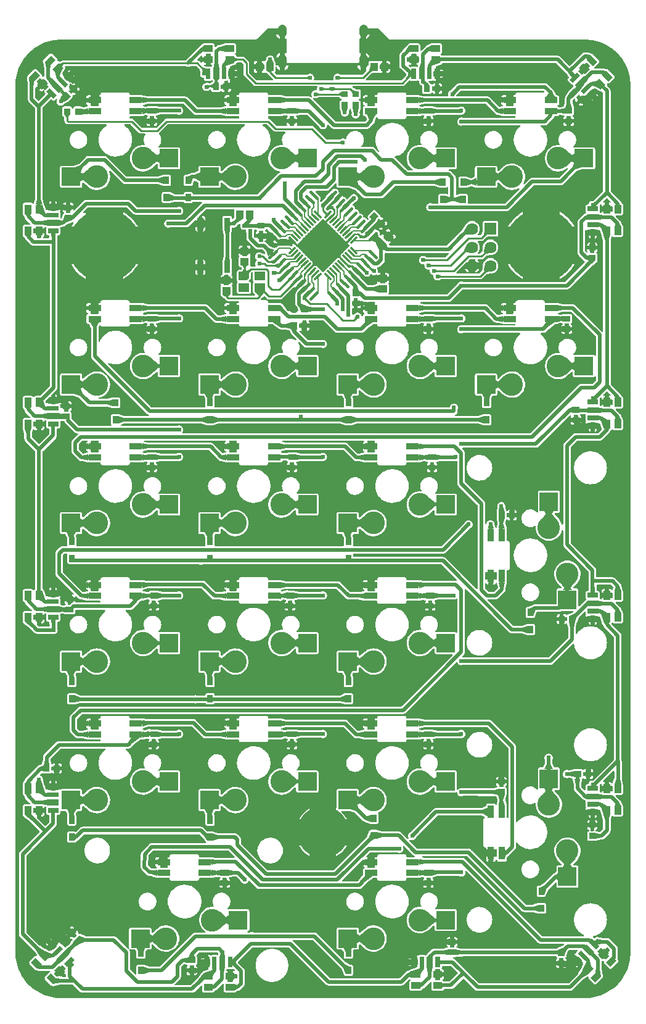
<source format=gbl>
G04 Layer: BottomLayer*
G04 EasyEDA v6.4.25, 2022-01-12T23:06:35+11:00*
G04 f164c25aadf14f42abcd0731058902df,bd1e99ad82f14e1cb325c08acf502db4,10*
G04 Gerber Generator version 0.2*
G04 Scale: 100 percent, Rotated: No, Reflected: No *
G04 Dimensions in millimeters *
G04 leading zeros omitted , absolute positions ,4 integer and 5 decimal *
%FSLAX45Y45*%
%MOMM*%

%ADD10C,0.2540*%
%ADD11C,0.5000*%
%ADD12C,0.2500*%
%ADD13C,0.6096*%
%ADD15C,3.1000*%
%ADD16C,1.6256*%
%ADD18C,10.0000*%
%ADD19C,7.0000*%
%ADD20C,1.2000*%
%ADD21C,0.1500*%
%ADD22C,0.3000*%
%ADD23C,0.4480*%
%ADD24R,1.8000X0.8200*%
%ADD25R,2.5500X2.5000*%
%ADD26R,0.8200X1.8000*%
%ADD27R,2.5000X2.5500*%
%ADD41R,0.8640X0.8065*%

%LPD*%
G36*
X650189Y-13324078D02*
G01*
X615950Y-13323163D01*
X582269Y-13320369D01*
X548741Y-13315797D01*
X515569Y-13309447D01*
X482803Y-13301268D01*
X450494Y-13291312D01*
X418744Y-13279628D01*
X387705Y-13266267D01*
X357428Y-13251230D01*
X328015Y-13234619D01*
X299567Y-13216382D01*
X272084Y-13196671D01*
X245770Y-13175488D01*
X220624Y-13152882D01*
X196748Y-13128955D01*
X174193Y-13103809D01*
X153009Y-13077444D01*
X133299Y-13050012D01*
X115112Y-13021513D01*
X98501Y-12992100D01*
X83464Y-12961772D01*
X70154Y-12930733D01*
X58521Y-12898983D01*
X48615Y-12866674D01*
X40436Y-12833908D01*
X34086Y-12800685D01*
X29565Y-12767208D01*
X26822Y-12733528D01*
X25908Y-12699542D01*
X25908Y-800455D01*
X26873Y-765962D01*
X29616Y-732231D01*
X34188Y-698754D01*
X40589Y-665581D01*
X48768Y-632764D01*
X58674Y-600456D01*
X70358Y-568756D01*
X83718Y-537718D01*
X98755Y-507441D01*
X115417Y-478028D01*
X133604Y-449529D01*
X153365Y-422097D01*
X174548Y-395782D01*
X197104Y-370636D01*
X221030Y-346710D01*
X246176Y-324154D01*
X272542Y-303022D01*
X300024Y-283311D01*
X328472Y-265125D01*
X357936Y-248513D01*
X388213Y-233476D01*
X419252Y-220167D01*
X451002Y-208483D01*
X483311Y-198577D01*
X516128Y-190449D01*
X549300Y-184099D01*
X582777Y-179578D01*
X616508Y-176834D01*
X650494Y-175920D01*
X3324606Y-175920D01*
X3328314Y-175615D01*
X3335375Y-173583D01*
X3340252Y-170891D01*
X3343605Y-168046D01*
X3482543Y-28905D01*
X3485794Y-26670D01*
X3489706Y-25908D01*
X3738879Y-25908D01*
X3742791Y-26670D01*
X3746042Y-28905D01*
X3748278Y-32156D01*
X3749040Y-36068D01*
X3749040Y-99669D01*
X3748278Y-103581D01*
X3746042Y-106883D01*
X3742791Y-109067D01*
X3738879Y-109829D01*
X3728872Y-109829D01*
X3728872Y-166268D01*
X3734003Y-163423D01*
X3738016Y-162255D01*
X3742182Y-162763D01*
X3745737Y-164846D01*
X3748176Y-168249D01*
X3749040Y-172364D01*
X3749040Y-352653D01*
X3748176Y-356717D01*
X3745737Y-360121D01*
X3742182Y-362254D01*
X3738016Y-362762D01*
X3734003Y-361543D01*
X3728872Y-358749D01*
X3728872Y-420166D01*
X3738879Y-420166D01*
X3742791Y-420928D01*
X3746042Y-423113D01*
X3748278Y-426415D01*
X3749040Y-430326D01*
X3749040Y-474370D01*
X3749852Y-480872D01*
X3751935Y-486409D01*
X3755491Y-491540D01*
X3758488Y-494588D01*
X3762095Y-497230D01*
X3767632Y-499719D01*
X3773779Y-500837D01*
X4724298Y-500888D01*
X4730800Y-500075D01*
X4736338Y-497992D01*
X4741468Y-494436D01*
X4744516Y-491439D01*
X4747158Y-487832D01*
X4749647Y-482295D01*
X4750816Y-474827D01*
X4750816Y-430326D01*
X4751578Y-426415D01*
X4753813Y-423113D01*
X4757064Y-420928D01*
X4760976Y-420166D01*
X4771136Y-420166D01*
X4771136Y-358749D01*
X4765852Y-361645D01*
X4761839Y-362864D01*
X4757674Y-362356D01*
X4754118Y-360222D01*
X4751679Y-356819D01*
X4750816Y-352704D01*
X4750816Y-172262D01*
X4751679Y-168198D01*
X4754118Y-164795D01*
X4757674Y-162661D01*
X4761839Y-162153D01*
X4765852Y-163372D01*
X4771136Y-166268D01*
X4771136Y-109829D01*
X4760976Y-109829D01*
X4757064Y-109067D01*
X4753813Y-106883D01*
X4751578Y-103581D01*
X4750816Y-99669D01*
X4750816Y-36068D01*
X4751578Y-32156D01*
X4753813Y-28905D01*
X4757064Y-26670D01*
X4760976Y-25908D01*
X5010048Y-25908D01*
X5013960Y-26670D01*
X5017262Y-28905D01*
X5156606Y-168249D01*
X5161534Y-172110D01*
X5166918Y-174498D01*
X5170424Y-175361D01*
X5176012Y-175920D01*
X7849514Y-175920D01*
X7884058Y-176834D01*
X7917738Y-179628D01*
X7951216Y-184200D01*
X7984439Y-190550D01*
X8017205Y-198729D01*
X8049514Y-208686D01*
X8081264Y-220370D01*
X8112302Y-233730D01*
X8142579Y-248767D01*
X8171992Y-265379D01*
X8200440Y-283616D01*
X8227872Y-303326D01*
X8254238Y-324510D01*
X8279384Y-347116D01*
X8303259Y-371043D01*
X8325815Y-396189D01*
X8346998Y-422554D01*
X8366709Y-449986D01*
X8384895Y-478485D01*
X8401507Y-507898D01*
X8416493Y-538226D01*
X8429853Y-569264D01*
X8441486Y-601014D01*
X8451392Y-633323D01*
X8459520Y-666089D01*
X8465921Y-699312D01*
X8470442Y-732790D01*
X8473186Y-766470D01*
X8474100Y-800455D01*
X8474100Y-12699542D01*
X8473135Y-12734086D01*
X8470392Y-12767767D01*
X8465820Y-12801244D01*
X8459419Y-12834416D01*
X8451240Y-12867233D01*
X8441334Y-12899542D01*
X8429650Y-12931241D01*
X8416290Y-12962280D01*
X8401253Y-12992557D01*
X8384590Y-13021970D01*
X8366404Y-13050469D01*
X8346643Y-13077901D01*
X8325459Y-13104215D01*
X8302904Y-13129361D01*
X8278977Y-13153288D01*
X8253831Y-13175843D01*
X8227466Y-13196976D01*
X8199983Y-13216686D01*
X8171535Y-13234873D01*
X8142071Y-13251484D01*
X8111794Y-13266521D01*
X8080756Y-13279831D01*
X8049006Y-13291515D01*
X8016697Y-13301421D01*
X7983880Y-13309549D01*
X7950708Y-13315899D01*
X7917180Y-13320420D01*
X7883499Y-13323163D01*
X7849514Y-13324078D01*
G37*

%LPC*%
G36*
X950163Y-13251027D02*
G01*
X2449880Y-13251027D01*
X2454554Y-13250824D01*
X2458923Y-13250265D01*
X2463292Y-13249300D01*
X2467508Y-13247979D01*
X2471623Y-13246252D01*
X2475534Y-13244220D01*
X2479294Y-13241782D01*
X2482799Y-13239140D01*
X2486253Y-13235940D01*
X2571750Y-13150342D01*
X2575052Y-13148106D01*
X2578912Y-13147344D01*
X2582824Y-13148106D01*
X2586126Y-13150342D01*
X2588310Y-13153644D01*
X2589072Y-13157504D01*
X2589072Y-13219430D01*
X2589784Y-13225780D01*
X2591714Y-13231215D01*
X2594813Y-13236143D01*
X2598877Y-13240207D01*
X2603804Y-13243306D01*
X2609240Y-13245185D01*
X2615590Y-13245896D01*
X2734411Y-13245896D01*
X2740761Y-13245185D01*
X2746197Y-13243306D01*
X2751124Y-13240207D01*
X2755188Y-13236143D01*
X2758287Y-13231215D01*
X2758795Y-13229844D01*
X2761081Y-13226084D01*
X2764739Y-13223697D01*
X2771698Y-13221055D01*
X2775508Y-13219074D01*
X2779268Y-13216686D01*
X2782773Y-13213994D01*
X2786227Y-13210844D01*
X2871774Y-13125297D01*
X2875026Y-13123062D01*
X2878937Y-13122300D01*
X2882798Y-13123062D01*
X2886100Y-13125297D01*
X2888335Y-13128599D01*
X2889097Y-13132460D01*
X2889097Y-13219430D01*
X2889808Y-13225780D01*
X2891739Y-13231215D01*
X2894787Y-13236143D01*
X2898902Y-13240207D01*
X2903778Y-13243306D01*
X2909265Y-13245185D01*
X2915564Y-13245896D01*
X3034436Y-13245896D01*
X3040837Y-13245185D01*
X3047136Y-13242899D01*
X3080816Y-13226034D01*
X3083204Y-13225221D01*
X3088132Y-13224154D01*
X3092348Y-13222833D01*
X3096412Y-13221106D01*
X3100374Y-13219074D01*
X3104134Y-13216686D01*
X3107639Y-13213994D01*
X3111093Y-13210844D01*
X3160826Y-13161111D01*
X3163976Y-13157657D01*
X3166668Y-13154151D01*
X3169056Y-13150392D01*
X3171088Y-13146430D01*
X3172815Y-13142366D01*
X3174136Y-13138099D01*
X3175101Y-13133781D01*
X3175660Y-13129361D01*
X3175863Y-13124738D01*
X3175863Y-12950139D01*
X3175660Y-12945516D01*
X3175101Y-12941096D01*
X3174136Y-12936778D01*
X3172815Y-12932511D01*
X3171088Y-12928447D01*
X3169056Y-12924485D01*
X3166668Y-12920726D01*
X3163976Y-12917220D01*
X3160826Y-12913766D01*
X3084271Y-12837210D01*
X3082036Y-12833959D01*
X3081274Y-12830048D01*
X3082036Y-12826136D01*
X3084271Y-12822885D01*
X3278225Y-12628930D01*
X3281476Y-12626695D01*
X3285388Y-12625933D01*
X3774795Y-12625933D01*
X3778707Y-12626695D01*
X3781958Y-12628930D01*
X4288942Y-13135914D01*
X4292396Y-13139064D01*
X4295902Y-13141756D01*
X4299661Y-13144144D01*
X4303623Y-13146176D01*
X4307687Y-13147903D01*
X4311954Y-13149224D01*
X4316272Y-13150189D01*
X4320692Y-13150748D01*
X4325315Y-13150951D01*
X5324144Y-13150951D01*
X5328412Y-13150799D01*
X5333238Y-13150189D01*
X5337200Y-13149326D01*
X5341772Y-13147852D01*
X5345531Y-13146328D01*
X5349849Y-13144093D01*
X5353253Y-13141960D01*
X5357114Y-13139013D01*
X5360263Y-13136118D01*
X5432298Y-13064998D01*
X5435904Y-13062712D01*
X5440070Y-13062051D01*
X5444185Y-13063219D01*
X5449824Y-13066217D01*
X5453075Y-13068909D01*
X5454954Y-13072668D01*
X5455107Y-13076936D01*
X5453532Y-13080847D01*
X5450484Y-13083794D01*
X5448909Y-13084810D01*
X5444794Y-13088874D01*
X5441696Y-13093801D01*
X5439816Y-13099237D01*
X5439105Y-13105587D01*
X5439105Y-13194436D01*
X5439816Y-13200786D01*
X5441696Y-13206222D01*
X5444794Y-13211149D01*
X5448909Y-13215213D01*
X5453786Y-13218312D01*
X5459272Y-13220192D01*
X5465572Y-13220903D01*
X5584444Y-13220903D01*
X5590692Y-13220242D01*
X5596178Y-13218312D01*
X5601055Y-13215264D01*
X5606084Y-13210082D01*
X5612739Y-13201294D01*
X5614619Y-13199414D01*
X5616956Y-13198094D01*
X5621426Y-13196214D01*
X5625388Y-13194182D01*
X5629148Y-13191794D01*
X5632653Y-13189102D01*
X5636107Y-13185952D01*
X5721756Y-13100253D01*
X5725058Y-13098068D01*
X5728919Y-13097306D01*
X5732830Y-13098068D01*
X5736132Y-13100253D01*
X5738317Y-13103555D01*
X5739079Y-13107466D01*
X5739079Y-13194436D01*
X5739790Y-13200786D01*
X5741720Y-13206222D01*
X5744819Y-13211149D01*
X5748883Y-13215213D01*
X5753811Y-13218312D01*
X5759246Y-13220192D01*
X5765596Y-13220903D01*
X5884418Y-13220903D01*
X5890768Y-13220192D01*
X5896203Y-13218312D01*
X5901131Y-13215213D01*
X5905195Y-13211149D01*
X5908598Y-13205764D01*
X5910834Y-13203224D01*
X5913831Y-13201548D01*
X5917184Y-13200989D01*
X6007658Y-13200989D01*
X6012078Y-13200786D01*
X6016701Y-13200227D01*
X6020816Y-13199313D01*
X6025286Y-13197890D01*
X6029198Y-13196316D01*
X6033312Y-13194182D01*
X6036868Y-13191896D01*
X6040577Y-13189051D01*
X6043879Y-13186054D01*
X6172250Y-13058648D01*
X6175552Y-13056463D01*
X6179413Y-13055701D01*
X6183325Y-13056463D01*
X6186576Y-13058648D01*
X6338722Y-13210844D01*
X6342176Y-13213994D01*
X6345682Y-13216686D01*
X6349441Y-13219074D01*
X6353403Y-13221106D01*
X6357467Y-13222833D01*
X6361734Y-13224154D01*
X6366052Y-13225119D01*
X6370472Y-13225678D01*
X6375095Y-13225881D01*
X7643672Y-13225881D01*
X7648295Y-13225678D01*
X7652715Y-13225119D01*
X7657033Y-13224154D01*
X7661300Y-13222782D01*
X7665364Y-13221106D01*
X7669326Y-13219074D01*
X7673035Y-13216686D01*
X7676591Y-13213943D01*
X7679994Y-13210844D01*
X7828280Y-13062712D01*
X7830362Y-13061086D01*
X7881924Y-13031215D01*
X7885988Y-13029946D01*
X7890256Y-13030403D01*
X7893913Y-13032536D01*
X7896352Y-13036042D01*
X7897215Y-13040207D01*
X7897063Y-13047675D01*
X7898333Y-13053263D01*
X7900873Y-13058444D01*
X7904835Y-13063423D01*
X7967624Y-13126262D01*
X7972602Y-13130225D01*
X7977835Y-13132765D01*
X7983474Y-13134035D01*
X7989265Y-13134035D01*
X7994903Y-13132765D01*
X8000136Y-13130225D01*
X8005114Y-13126262D01*
X8091220Y-13040106D01*
X8094421Y-13035127D01*
X8096402Y-13029692D01*
X8097164Y-13023951D01*
X8096503Y-13017601D01*
X8076031Y-12921386D01*
X8075777Y-12919303D01*
X8075777Y-12825425D01*
X8076438Y-12821869D01*
X8078317Y-12818770D01*
X8081111Y-12816484D01*
X8084566Y-12815366D01*
X8089544Y-12815824D01*
X8095335Y-12815824D01*
X8097520Y-12815316D01*
X8101584Y-12815214D01*
X8105394Y-12816738D01*
X8108238Y-12819634D01*
X8109762Y-12823393D01*
X8109661Y-12827508D01*
X8109203Y-12829692D01*
X8109203Y-12835483D01*
X8110474Y-12841122D01*
X8112963Y-12846354D01*
X8116925Y-12851282D01*
X8179765Y-12914122D01*
X8184743Y-12918084D01*
X8189975Y-12920624D01*
X8195614Y-12921894D01*
X8201406Y-12921894D01*
X8207044Y-12920624D01*
X8212226Y-12918084D01*
X8217204Y-12914122D01*
X8301278Y-12830098D01*
X8305241Y-12825120D01*
X8307831Y-12819735D01*
X8309102Y-12814096D01*
X8309102Y-12808305D01*
X8307781Y-12802666D01*
X8305190Y-12797332D01*
X8301685Y-12792710D01*
X8299907Y-12789001D01*
X8299703Y-12784937D01*
X8300618Y-12779248D01*
X8300821Y-12774726D01*
X8300821Y-12650165D01*
X8300618Y-12645593D01*
X8300059Y-12641122D01*
X8299094Y-12636855D01*
X8297722Y-12632537D01*
X8296097Y-12628524D01*
X8294014Y-12624511D01*
X8291677Y-12620802D01*
X8288883Y-12617246D01*
X8285784Y-12613843D01*
X8186318Y-12514072D01*
X8182813Y-12510871D01*
X8179358Y-12508230D01*
X8175548Y-12505791D01*
X8171688Y-12503810D01*
X8167522Y-12502032D01*
X8163356Y-12500762D01*
X8158937Y-12499746D01*
X8154619Y-12499187D01*
X8149894Y-12498984D01*
X8091830Y-12498984D01*
X8017764Y-12487351D01*
X8011414Y-12487097D01*
X8005724Y-12488113D01*
X8000390Y-12490399D01*
X7995412Y-12494006D01*
X7988452Y-12500914D01*
X7985201Y-12503099D01*
X7981340Y-12503861D01*
X7977428Y-12503099D01*
X7974177Y-12500914D01*
X7966709Y-12493548D01*
X7962290Y-12490196D01*
X7959699Y-12487351D01*
X7958378Y-12483795D01*
X7958429Y-12479985D01*
X7959902Y-12476480D01*
X7962595Y-12473736D01*
X7966049Y-12472162D01*
X7986826Y-12467285D01*
X8006588Y-12460681D01*
X8025688Y-12452248D01*
X8043925Y-12442088D01*
X8061147Y-12430302D01*
X8077200Y-12416942D01*
X8091931Y-12402210D01*
X8105292Y-12386157D01*
X8117078Y-12368936D01*
X8127238Y-12350699D01*
X8135670Y-12331598D01*
X8142274Y-12311837D01*
X8147050Y-12291517D01*
X8149945Y-12270841D01*
X8150910Y-12250013D01*
X8149945Y-12229185D01*
X8147050Y-12208510D01*
X8142274Y-12188190D01*
X8135670Y-12168428D01*
X8127238Y-12149328D01*
X8117078Y-12131090D01*
X8105292Y-12113869D01*
X8091931Y-12097816D01*
X8077200Y-12083084D01*
X8061147Y-12069724D01*
X8043925Y-12057938D01*
X8025688Y-12047778D01*
X8006588Y-12039346D01*
X7986826Y-12032742D01*
X7966506Y-12027966D01*
X7945831Y-12025071D01*
X7925003Y-12024106D01*
X7904175Y-12025071D01*
X7883499Y-12027966D01*
X7863179Y-12032742D01*
X7843418Y-12039346D01*
X7824317Y-12047778D01*
X7806080Y-12057938D01*
X7788859Y-12069724D01*
X7772806Y-12083084D01*
X7758074Y-12097816D01*
X7744714Y-12113869D01*
X7732928Y-12131090D01*
X7722768Y-12149328D01*
X7714335Y-12168428D01*
X7707731Y-12188190D01*
X7702956Y-12208510D01*
X7700060Y-12229185D01*
X7699095Y-12250013D01*
X7700060Y-12270841D01*
X7702956Y-12291517D01*
X7707731Y-12311837D01*
X7714335Y-12331598D01*
X7722768Y-12350699D01*
X7732928Y-12368936D01*
X7744714Y-12386157D01*
X7758074Y-12402210D01*
X7772806Y-12416942D01*
X7788859Y-12430302D01*
X7806080Y-12442088D01*
X7824317Y-12452248D01*
X7829753Y-12454636D01*
X7832953Y-12456871D01*
X7835087Y-12460173D01*
X7835798Y-12464084D01*
X7834985Y-12467894D01*
X7832801Y-12471146D01*
X7829499Y-12473330D01*
X7825638Y-12474092D01*
X7262774Y-12474092D01*
X7258862Y-12473330D01*
X7255611Y-12471095D01*
X6198717Y-11414201D01*
X6195263Y-11411051D01*
X6191758Y-11408359D01*
X6187998Y-11405971D01*
X6184036Y-11403939D01*
X6179972Y-11402212D01*
X6175705Y-11400891D01*
X6171387Y-11399926D01*
X6166967Y-11399367D01*
X6162344Y-11399164D01*
X5645454Y-11399113D01*
X5620207Y-11396268D01*
X5616092Y-11394846D01*
X5612942Y-11391849D01*
X5611317Y-11387785D01*
X5611571Y-11383416D01*
X5613603Y-11379606D01*
X5617108Y-11376964D01*
X5621324Y-11375999D01*
X6224625Y-11375999D01*
X6228537Y-11376761D01*
X6231839Y-11378996D01*
X6981088Y-12128042D01*
X6984542Y-12131192D01*
X6988048Y-12133884D01*
X6991807Y-12136272D01*
X6995769Y-12138304D01*
X6999833Y-12140031D01*
X7004100Y-12141352D01*
X7008418Y-12142317D01*
X7012838Y-12142876D01*
X7017461Y-12143079D01*
X7131253Y-12143079D01*
X7134504Y-12143587D01*
X7203948Y-12166803D01*
X7209790Y-12168073D01*
X7286955Y-12168174D01*
X7293254Y-12167463D01*
X7298690Y-12165533D01*
X7303617Y-12162434D01*
X7307681Y-12158370D01*
X7310780Y-12153442D01*
X7312710Y-12148007D01*
X7313422Y-12141708D01*
X7313422Y-12042800D01*
X7312710Y-12036501D01*
X7310780Y-12031065D01*
X7307681Y-12026138D01*
X7303617Y-12022074D01*
X7298690Y-12018975D01*
X7293254Y-12017044D01*
X7286955Y-12016333D01*
X7212736Y-12016333D01*
X7210145Y-12016486D01*
X7203643Y-12017857D01*
X7134961Y-12040768D01*
X7131761Y-12041276D01*
X7042556Y-12041276D01*
X7038644Y-12040514D01*
X7035342Y-12038279D01*
X6286093Y-11289233D01*
X6282639Y-11286083D01*
X6279134Y-11283391D01*
X6275374Y-11281003D01*
X6271412Y-11278971D01*
X6267348Y-11277244D01*
X6263081Y-11275923D01*
X6258763Y-11274958D01*
X6254343Y-11274399D01*
X6249720Y-11274196D01*
X5550306Y-11274196D01*
X5546445Y-11273434D01*
X5543143Y-11271199D01*
X5438902Y-11166856D01*
X5436666Y-11163503D01*
X5435904Y-11159540D01*
X5436768Y-11155578D01*
X5439054Y-11152276D01*
X5442458Y-11150142D01*
X5446471Y-11149533D01*
X5450382Y-11150447D01*
X5455716Y-11152936D01*
X5465216Y-11155476D01*
X5475020Y-11156340D01*
X5484774Y-11155476D01*
X5494274Y-11152936D01*
X5503164Y-11148822D01*
X5511241Y-11143183D01*
X5518150Y-11136223D01*
X5523788Y-11128197D01*
X5527344Y-11120526D01*
X5529376Y-11117630D01*
X5822797Y-10824260D01*
X5826048Y-10822025D01*
X5829960Y-10821263D01*
X6433058Y-10821263D01*
X6437579Y-10822330D01*
X6466586Y-10836859D01*
X6469938Y-10839551D01*
X6471869Y-10843310D01*
X6472072Y-10847578D01*
X6470497Y-10851591D01*
X6467449Y-10854537D01*
X6461607Y-10858246D01*
X6457492Y-10862310D01*
X6454394Y-10867237D01*
X6452514Y-10872673D01*
X6451803Y-10879023D01*
X6451803Y-11227358D01*
X6452514Y-11233708D01*
X6454444Y-11239144D01*
X6457492Y-11244072D01*
X6461607Y-11248136D01*
X6466484Y-11251234D01*
X6471970Y-11253165D01*
X6478270Y-11253876D01*
X6480759Y-11253876D01*
X6484620Y-11254638D01*
X6487922Y-11256822D01*
X6490106Y-11260124D01*
X6490919Y-11264036D01*
X6490919Y-11284000D01*
X6530949Y-11284000D01*
X6530949Y-11264036D01*
X6531711Y-11260124D01*
X6533946Y-11256822D01*
X6537248Y-11254638D01*
X6541109Y-11253876D01*
X6574485Y-11253876D01*
X6578396Y-11254638D01*
X6581698Y-11256822D01*
X6583883Y-11260124D01*
X6584645Y-11264036D01*
X6584645Y-11284000D01*
X6630720Y-11284000D01*
X6634632Y-11284762D01*
X6637934Y-11286998D01*
X6640118Y-11290300D01*
X6640880Y-11294160D01*
X6640880Y-11376558D01*
X6640118Y-11380419D01*
X6637934Y-11383721D01*
X6634632Y-11385956D01*
X6630720Y-11386718D01*
X6584645Y-11386718D01*
X6584645Y-11451285D01*
X6598208Y-11451285D01*
X6604558Y-11450574D01*
X6609994Y-11448643D01*
X6614922Y-11445544D01*
X6618986Y-11441480D01*
X6622084Y-11436553D01*
X6623202Y-11433352D01*
X6625336Y-11429796D01*
X6628739Y-11427409D01*
X6632803Y-11426545D01*
X6636867Y-11427409D01*
X6640220Y-11429796D01*
X6642404Y-11433352D01*
X6643522Y-11436604D01*
X6646570Y-11441480D01*
X6650685Y-11445595D01*
X6655562Y-11448643D01*
X6661048Y-11450574D01*
X6667347Y-11451285D01*
X6748221Y-11451285D01*
X6754571Y-11450574D01*
X6760006Y-11448643D01*
X6764934Y-11445595D01*
X6768998Y-11441480D01*
X6772097Y-11436604D01*
X6773976Y-11431117D01*
X6774688Y-11424818D01*
X6774688Y-11404955D01*
X6775500Y-11400993D01*
X6781596Y-11386566D01*
X6783476Y-11383670D01*
X6786270Y-11381536D01*
X6789978Y-11379606D01*
X6793738Y-11377218D01*
X6797243Y-11374526D01*
X6800697Y-11371376D01*
X6885990Y-11286083D01*
X6889140Y-11282629D01*
X6891832Y-11279124D01*
X6894220Y-11275364D01*
X6896252Y-11271402D01*
X6897979Y-11267338D01*
X6899300Y-11263071D01*
X6900265Y-11258753D01*
X6900824Y-11254333D01*
X6901027Y-11249710D01*
X6901027Y-11198758D01*
X6901891Y-11194643D01*
X6904380Y-11191189D01*
X6907987Y-11189106D01*
X6912203Y-11188649D01*
X6916216Y-11189919D01*
X6919366Y-11192713D01*
X6921347Y-11195405D01*
X6935317Y-11211052D01*
X6950659Y-11225377D01*
X6967220Y-11238230D01*
X6984898Y-11249507D01*
X7003491Y-11259159D01*
X7022896Y-11267084D01*
X7042962Y-11273180D01*
X7063486Y-11277447D01*
X7084364Y-11279835D01*
X7105294Y-11280343D01*
X7126224Y-11278870D01*
X7146950Y-11275568D01*
X7167270Y-11270386D01*
X7187031Y-11263325D01*
X7206030Y-11254536D01*
X7224217Y-11244072D01*
X7241336Y-11231981D01*
X7257288Y-11218367D01*
X7271969Y-11203381D01*
X7285177Y-11187125D01*
X7296912Y-11169700D01*
X7306970Y-11151311D01*
X7315301Y-11132058D01*
X7321905Y-11112144D01*
X7326630Y-11091722D01*
X7329474Y-11070945D01*
X7330440Y-11050016D01*
X7329474Y-11029086D01*
X7326630Y-11008309D01*
X7321905Y-10987887D01*
X7315301Y-10967974D01*
X7306970Y-10948720D01*
X7296912Y-10930331D01*
X7285177Y-10912906D01*
X7271969Y-10896650D01*
X7257288Y-10881664D01*
X7241336Y-10868050D01*
X7224217Y-10855960D01*
X7206030Y-10845495D01*
X7187031Y-10836706D01*
X7167270Y-10829645D01*
X7146950Y-10824464D01*
X7126224Y-10821162D01*
X7105294Y-10819688D01*
X7084364Y-10820196D01*
X7063486Y-10822584D01*
X7042962Y-10826851D01*
X7022896Y-10832947D01*
X7003491Y-10840872D01*
X6984898Y-10850524D01*
X6967220Y-10861802D01*
X6950659Y-10874654D01*
X6935317Y-10888980D01*
X6921347Y-10904626D01*
X6919366Y-10907318D01*
X6916216Y-10910112D01*
X6912203Y-10911382D01*
X6907987Y-10910925D01*
X6904380Y-10908842D01*
X6901891Y-10905388D01*
X6901027Y-10901273D01*
X6901027Y-9875215D01*
X6900824Y-9870592D01*
X6900265Y-9866172D01*
X6899300Y-9861854D01*
X6897979Y-9857587D01*
X6896252Y-9853523D01*
X6894220Y-9849561D01*
X6891832Y-9845802D01*
X6889140Y-9842296D01*
X6885990Y-9838842D01*
X6568795Y-9521647D01*
X6565341Y-9518497D01*
X6561836Y-9515805D01*
X6558076Y-9513417D01*
X6554114Y-9511385D01*
X6550050Y-9509658D01*
X6545783Y-9508337D01*
X6541465Y-9507372D01*
X6537045Y-9506813D01*
X6532422Y-9506610D01*
X5648350Y-9506610D01*
X5646216Y-9506407D01*
X5575452Y-9491421D01*
X5568442Y-9490862D01*
X5407507Y-9490862D01*
X5403646Y-9490100D01*
X5400344Y-9487865D01*
X5398160Y-9484614D01*
X5397347Y-9480702D01*
X5397347Y-9478264D01*
X5396636Y-9471964D01*
X5394756Y-9466478D01*
X5391658Y-9461601D01*
X5387594Y-9457486D01*
X5382666Y-9454388D01*
X5377230Y-9452508D01*
X5370880Y-9451797D01*
X5022545Y-9451797D01*
X5016195Y-9452508D01*
X5010759Y-9454438D01*
X5005832Y-9457486D01*
X5001768Y-9461601D01*
X4998669Y-9466478D01*
X4996738Y-9471964D01*
X4996027Y-9478264D01*
X4996027Y-9480753D01*
X4995265Y-9484614D01*
X4993081Y-9487916D01*
X4989779Y-9490100D01*
X4985867Y-9490913D01*
X4965903Y-9490913D01*
X4965903Y-9530943D01*
X4985867Y-9530943D01*
X4989779Y-9531705D01*
X4993081Y-9533940D01*
X4995265Y-9537242D01*
X4996027Y-9541103D01*
X4996027Y-9574479D01*
X4995265Y-9578390D01*
X4993081Y-9581692D01*
X4989779Y-9583877D01*
X4985867Y-9584639D01*
X4965903Y-9584639D01*
X4965903Y-9630714D01*
X4965141Y-9634626D01*
X4962906Y-9637928D01*
X4959604Y-9640112D01*
X4955743Y-9640874D01*
X4873345Y-9640874D01*
X4869484Y-9640112D01*
X4866182Y-9637928D01*
X4863998Y-9634626D01*
X4863185Y-9630714D01*
X4863185Y-9584639D01*
X4798618Y-9584639D01*
X4798618Y-9598202D01*
X4799330Y-9604552D01*
X4801260Y-9609988D01*
X4804359Y-9614916D01*
X4808423Y-9618980D01*
X4813350Y-9622078D01*
X4815484Y-9622840D01*
X4819192Y-9625126D01*
X4821580Y-9628733D01*
X4822240Y-9633051D01*
X4821072Y-9637268D01*
X4818176Y-9640570D01*
X4814214Y-9642348D01*
X4747971Y-9656470D01*
X4745888Y-9656724D01*
X4732934Y-9656724D01*
X4729022Y-9655962D01*
X4725771Y-9653727D01*
X4593691Y-9521647D01*
X4590237Y-9518497D01*
X4586732Y-9515805D01*
X4582972Y-9513417D01*
X4579010Y-9511385D01*
X4574946Y-9509658D01*
X4570679Y-9508337D01*
X4566361Y-9507372D01*
X4561941Y-9506813D01*
X4557318Y-9506610D01*
X3747770Y-9506610D01*
X3745687Y-9506356D01*
X3675481Y-9491421D01*
X3668471Y-9490862D01*
X3507587Y-9490862D01*
X3503726Y-9490100D01*
X3500424Y-9487865D01*
X3498240Y-9484614D01*
X3497427Y-9480702D01*
X3497427Y-9478264D01*
X3496716Y-9471964D01*
X3494836Y-9466478D01*
X3491737Y-9461601D01*
X3487674Y-9457486D01*
X3482746Y-9454388D01*
X3477310Y-9452508D01*
X3470960Y-9451797D01*
X3122625Y-9451797D01*
X3116275Y-9452508D01*
X3110839Y-9454438D01*
X3105912Y-9457486D01*
X3101848Y-9461601D01*
X3098749Y-9466478D01*
X3096818Y-9471964D01*
X3096107Y-9478264D01*
X3096107Y-9480753D01*
X3095345Y-9484614D01*
X3093161Y-9487916D01*
X3089859Y-9490100D01*
X3085947Y-9490913D01*
X3065983Y-9490913D01*
X3065983Y-9530943D01*
X3085947Y-9530943D01*
X3089859Y-9531705D01*
X3093161Y-9533940D01*
X3095345Y-9537242D01*
X3096107Y-9541103D01*
X3096107Y-9574479D01*
X3095345Y-9578390D01*
X3093161Y-9581692D01*
X3089859Y-9583877D01*
X3085947Y-9584639D01*
X3065983Y-9584639D01*
X3065983Y-9630714D01*
X3065221Y-9634626D01*
X3062986Y-9637928D01*
X3059684Y-9640112D01*
X3055823Y-9640874D01*
X2973425Y-9640874D01*
X2969564Y-9640112D01*
X2966262Y-9637928D01*
X2964027Y-9634626D01*
X2963265Y-9630714D01*
X2963265Y-9584639D01*
X2898698Y-9584639D01*
X2898698Y-9598202D01*
X2899410Y-9604552D01*
X2901340Y-9609988D01*
X2904439Y-9614916D01*
X2908503Y-9618980D01*
X2913430Y-9622078D01*
X2915513Y-9622840D01*
X2919222Y-9625126D01*
X2921609Y-9628733D01*
X2922320Y-9633051D01*
X2921101Y-9637217D01*
X2918256Y-9640519D01*
X2914294Y-9642348D01*
X2848000Y-9656470D01*
X2845866Y-9656724D01*
X2658008Y-9656724D01*
X2654096Y-9655962D01*
X2650845Y-9653727D01*
X2511145Y-9514027D01*
X2507691Y-9510877D01*
X2504186Y-9508185D01*
X2500426Y-9505797D01*
X2496464Y-9503765D01*
X2492400Y-9502038D01*
X2488133Y-9500717D01*
X2483815Y-9499752D01*
X2479395Y-9499193D01*
X2474772Y-9498990D01*
X1844446Y-9498939D01*
X1772920Y-9490964D01*
X1607667Y-9490862D01*
X1603806Y-9490100D01*
X1600504Y-9487865D01*
X1598320Y-9484614D01*
X1597507Y-9480702D01*
X1597507Y-9478264D01*
X1596796Y-9471964D01*
X1594916Y-9466478D01*
X1591818Y-9461601D01*
X1587754Y-9457486D01*
X1582826Y-9454388D01*
X1577390Y-9452508D01*
X1571040Y-9451797D01*
X1222705Y-9451797D01*
X1216355Y-9452508D01*
X1210919Y-9454438D01*
X1205992Y-9457486D01*
X1201928Y-9461601D01*
X1198829Y-9466478D01*
X1196898Y-9471964D01*
X1196187Y-9478264D01*
X1196187Y-9480753D01*
X1195425Y-9484614D01*
X1193241Y-9487916D01*
X1189939Y-9490100D01*
X1186027Y-9490913D01*
X1166063Y-9490913D01*
X1166063Y-9530943D01*
X1186027Y-9530943D01*
X1189939Y-9531705D01*
X1193241Y-9533940D01*
X1195425Y-9537242D01*
X1196187Y-9541103D01*
X1196187Y-9574479D01*
X1195425Y-9578390D01*
X1193241Y-9581692D01*
X1189939Y-9583877D01*
X1186027Y-9584639D01*
X1166063Y-9584639D01*
X1166063Y-9630714D01*
X1165301Y-9634626D01*
X1163066Y-9637928D01*
X1159764Y-9640112D01*
X1155903Y-9640874D01*
X1073505Y-9640874D01*
X1069644Y-9640112D01*
X1066342Y-9637928D01*
X1064158Y-9634626D01*
X1063345Y-9630714D01*
X1063345Y-9584639D01*
X998778Y-9584639D01*
X998778Y-9598202D01*
X999490Y-9604552D01*
X1001420Y-9609988D01*
X1004519Y-9614916D01*
X1008583Y-9618980D01*
X1013510Y-9622078D01*
X1015695Y-9622840D01*
X1019403Y-9625126D01*
X1021791Y-9628784D01*
X1022451Y-9633102D01*
X1021232Y-9637268D01*
X1018387Y-9640570D01*
X1014425Y-9642398D01*
X947928Y-9656521D01*
X945794Y-9656724D01*
X907948Y-9656724D01*
X904036Y-9655962D01*
X900785Y-9653727D01*
X878890Y-9631832D01*
X876655Y-9628581D01*
X875893Y-9624669D01*
X875893Y-9500260D01*
X876655Y-9496348D01*
X878890Y-9493097D01*
X943203Y-9428784D01*
X946454Y-9426549D01*
X950366Y-9425787D01*
X5349798Y-9425787D01*
X5354421Y-9425584D01*
X5358841Y-9425025D01*
X5363159Y-9424060D01*
X5367426Y-9422739D01*
X5371490Y-9421012D01*
X5375452Y-9418980D01*
X5379212Y-9416592D01*
X5382717Y-9413900D01*
X5386171Y-9410750D01*
X6080607Y-8716264D01*
X6083808Y-8714130D01*
X6087618Y-8713317D01*
X6091428Y-8713978D01*
X6094730Y-8716010D01*
X6097016Y-8719159D01*
X6101181Y-8728202D01*
X6106820Y-8736228D01*
X6113780Y-8743188D01*
X6121806Y-8748826D01*
X6130747Y-8752941D01*
X6140196Y-8755481D01*
X6150000Y-8756345D01*
X6159804Y-8755481D01*
X6169253Y-8752941D01*
X6171590Y-8751874D01*
X6175908Y-8750909D01*
X7374940Y-8750909D01*
X7379563Y-8750706D01*
X7383983Y-8750147D01*
X7388301Y-8749182D01*
X7392568Y-8747861D01*
X7396632Y-8746134D01*
X7400594Y-8744102D01*
X7404353Y-8741714D01*
X7407859Y-8739022D01*
X7411313Y-8735872D01*
X7682738Y-8464397D01*
X7686548Y-8462010D01*
X7690967Y-8461451D01*
X7695184Y-8462873D01*
X7698435Y-8466023D01*
X7700009Y-8470188D01*
X7702956Y-8491524D01*
X7707731Y-8511794D01*
X7714335Y-8531606D01*
X7722768Y-8550706D01*
X7732928Y-8568893D01*
X7744714Y-8586114D01*
X7758074Y-8602167D01*
X7772806Y-8616950D01*
X7788859Y-8630259D01*
X7806080Y-8642045D01*
X7824317Y-8652205D01*
X7843418Y-8660638D01*
X7863179Y-8667292D01*
X7883499Y-8672068D01*
X7904175Y-8674912D01*
X7925003Y-8675878D01*
X7945831Y-8674912D01*
X7966506Y-8672068D01*
X7986826Y-8667292D01*
X8006588Y-8660638D01*
X8025688Y-8652205D01*
X8043925Y-8642045D01*
X8061147Y-8630259D01*
X8077200Y-8616950D01*
X8091931Y-8602167D01*
X8105292Y-8586114D01*
X8117078Y-8568893D01*
X8127238Y-8550706D01*
X8135670Y-8531606D01*
X8142274Y-8511794D01*
X8147050Y-8491524D01*
X8149945Y-8470849D01*
X8150910Y-8450021D01*
X8149945Y-8429142D01*
X8147050Y-8408466D01*
X8142274Y-8388197D01*
X8135670Y-8368385D01*
X8127238Y-8349284D01*
X8117078Y-8331098D01*
X8105292Y-8313877D01*
X8091931Y-8297824D01*
X8077200Y-8283041D01*
X8061147Y-8269731D01*
X8043925Y-8257946D01*
X8025688Y-8247786D01*
X8006588Y-8239353D01*
X7986826Y-8232698D01*
X7966506Y-8227923D01*
X7945831Y-8225078D01*
X7933334Y-8224469D01*
X7929575Y-8223605D01*
X7926425Y-8221268D01*
X7923530Y-8223402D01*
X7919669Y-8224367D01*
X7904175Y-8225078D01*
X7883499Y-8227923D01*
X7863179Y-8232698D01*
X7843418Y-8239353D01*
X7824317Y-8247786D01*
X7806080Y-8257946D01*
X7788859Y-8269731D01*
X7772806Y-8283041D01*
X7758074Y-8297824D01*
X7744714Y-8313877D01*
X7739481Y-8321497D01*
X7736382Y-8324443D01*
X7732369Y-8325866D01*
X7728102Y-8325459D01*
X7724394Y-8323376D01*
X7721853Y-8319973D01*
X7720939Y-8315756D01*
X7720939Y-8248599D01*
X7721142Y-8246618D01*
X7734808Y-8178038D01*
X7735265Y-8176412D01*
X7762138Y-8106105D01*
X7764424Y-8102549D01*
X7828025Y-8038998D01*
X7841996Y-8025892D01*
X7845298Y-8023809D01*
X7849158Y-8023148D01*
X7852968Y-8023961D01*
X7856169Y-8026196D01*
X7858353Y-8029448D01*
X7859115Y-8033308D01*
X7859115Y-8044434D01*
X7859826Y-8050733D01*
X7861706Y-8056219D01*
X7863636Y-8060588D01*
X7863636Y-8064398D01*
X7861706Y-8068767D01*
X7859826Y-8074253D01*
X7859115Y-8080552D01*
X7859115Y-8088630D01*
X7923631Y-8088630D01*
X7923631Y-8081060D01*
X7924444Y-8077200D01*
X7926628Y-8073898D01*
X7929930Y-8071662D01*
X7933791Y-8070900D01*
X7976209Y-8070900D01*
X7980070Y-8071662D01*
X7983372Y-8073898D01*
X7985556Y-8077200D01*
X7986369Y-8081060D01*
X7986369Y-8088630D01*
X8045297Y-8088630D01*
X8049310Y-8089493D01*
X8052663Y-8091779D01*
X8054848Y-8095284D01*
X8078825Y-8159851D01*
X8079994Y-8166252D01*
X8082076Y-8172145D01*
X8099094Y-8206130D01*
X8099907Y-8208467D01*
X8100923Y-8212988D01*
X8102295Y-8217306D01*
X8103971Y-8221370D01*
X8106003Y-8225332D01*
X8108391Y-8229041D01*
X8111134Y-8232597D01*
X8114233Y-8236000D01*
X8246059Y-8368080D01*
X8248294Y-8371382D01*
X8249056Y-8375243D01*
X8249056Y-10049865D01*
X8248294Y-10053777D01*
X8246059Y-10057028D01*
X7962036Y-10341102D01*
X7958734Y-10343337D01*
X7954822Y-10344099D01*
X7930591Y-10344099D01*
X7924241Y-10344810D01*
X7918805Y-10346690D01*
X7913878Y-10349788D01*
X7909814Y-10353903D01*
X7906715Y-10358780D01*
X7904784Y-10364266D01*
X7904073Y-10370566D01*
X7904073Y-10378948D01*
X7903311Y-10382808D01*
X7901127Y-10386110D01*
X7897825Y-10388295D01*
X7893913Y-10389108D01*
X7885582Y-10389108D01*
X7879232Y-10389819D01*
X7873796Y-10391698D01*
X7868869Y-10394797D01*
X7864805Y-10398861D01*
X7861706Y-10403789D01*
X7859826Y-10409224D01*
X7859115Y-10415574D01*
X7859115Y-10462564D01*
X7858302Y-10466476D01*
X7856118Y-10469778D01*
X7852816Y-10471962D01*
X7848955Y-10472724D01*
X7845044Y-10471962D01*
X7841742Y-10469778D01*
X7798866Y-10426852D01*
X7796631Y-10423601D01*
X7795869Y-10419689D01*
X7795869Y-10398861D01*
X7796072Y-10396880D01*
X7810347Y-10325811D01*
X7810906Y-10318800D01*
X7811820Y-10315346D01*
X7815224Y-10311130D01*
X7816392Y-10309250D01*
X7819237Y-10306304D01*
X7822946Y-10304678D01*
X7827060Y-10304678D01*
X7830769Y-10306304D01*
X7833614Y-10309250D01*
X7834782Y-10311130D01*
X7838897Y-10315194D01*
X7843774Y-10318292D01*
X7849260Y-10320172D01*
X7855559Y-10320883D01*
X7868666Y-10320883D01*
X7868666Y-10278872D01*
X7831074Y-10278872D01*
X7827213Y-10278059D01*
X7823911Y-10275874D01*
X7821675Y-10272572D01*
X7820914Y-10268712D01*
X7820914Y-10231323D01*
X7821675Y-10227411D01*
X7823911Y-10224109D01*
X7827213Y-10221925D01*
X7831074Y-10221163D01*
X7868666Y-10221163D01*
X7868666Y-10179100D01*
X7855559Y-10179100D01*
X7849260Y-10179812D01*
X7843774Y-10181691D01*
X7838897Y-10184790D01*
X7834782Y-10188905D01*
X7833614Y-10190784D01*
X7830769Y-10193731D01*
X7827060Y-10195306D01*
X7822946Y-10195306D01*
X7819237Y-10193731D01*
X7816392Y-10190784D01*
X7815224Y-10188905D01*
X7811109Y-10184790D01*
X7806232Y-10181691D01*
X7800746Y-10179812D01*
X7794447Y-10179100D01*
X7715656Y-10179100D01*
X7707680Y-10180116D01*
X7638186Y-10198658D01*
X7635544Y-10199014D01*
X7625740Y-10199014D01*
X7621473Y-10198049D01*
X7619288Y-10197033D01*
X7609789Y-10194493D01*
X7600035Y-10193629D01*
X7590231Y-10194493D01*
X7580731Y-10197033D01*
X7571841Y-10201198D01*
X7563764Y-10206837D01*
X7556855Y-10213746D01*
X7551216Y-10221823D01*
X7547051Y-10230713D01*
X7544511Y-10240213D01*
X7543647Y-10250017D01*
X7544511Y-10259771D01*
X7547051Y-10269270D01*
X7551216Y-10278160D01*
X7556855Y-10286238D01*
X7563764Y-10293146D01*
X7571841Y-10298785D01*
X7580731Y-10302951D01*
X7590231Y-10305491D01*
X7600035Y-10306354D01*
X7609789Y-10305491D01*
X7619288Y-10302951D01*
X7621778Y-10301782D01*
X7626096Y-10300817D01*
X7634986Y-10300817D01*
X7637627Y-10301173D01*
X7671663Y-10310266D01*
X7675372Y-10312095D01*
X7678013Y-10315244D01*
X7679181Y-10319207D01*
X7679740Y-10325811D01*
X7693863Y-10396626D01*
X7694066Y-10398607D01*
X7694066Y-10444784D01*
X7694269Y-10449407D01*
X7694828Y-10453827D01*
X7695793Y-10458145D01*
X7697114Y-10462412D01*
X7698841Y-10466476D01*
X7700873Y-10470438D01*
X7703261Y-10474198D01*
X7705953Y-10477703D01*
X7709103Y-10481157D01*
X7823860Y-10595914D01*
X7827314Y-10599064D01*
X7830820Y-10601756D01*
X7834579Y-10604144D01*
X7838541Y-10606176D01*
X7842605Y-10607903D01*
X7846872Y-10609224D01*
X7850174Y-10609935D01*
X7853172Y-10611154D01*
X7856778Y-10613288D01*
X7859420Y-10615574D01*
X7861096Y-10618571D01*
X7861706Y-10621975D01*
X7861147Y-10625378D01*
X7859826Y-10629239D01*
X7859115Y-10635589D01*
X7859115Y-10694416D01*
X7859826Y-10700766D01*
X7861706Y-10706201D01*
X7863636Y-10710621D01*
X7863636Y-10714380D01*
X7861706Y-10718800D01*
X7859826Y-10724235D01*
X7859115Y-10730585D01*
X7859115Y-10738662D01*
X7923631Y-10738662D01*
X7923631Y-10731042D01*
X7924444Y-10727182D01*
X7926628Y-10723880D01*
X7929930Y-10721695D01*
X7933791Y-10720882D01*
X7976209Y-10720882D01*
X7980070Y-10721695D01*
X7983372Y-10723880D01*
X7985556Y-10727182D01*
X7986369Y-10731042D01*
X7986369Y-10738662D01*
X8045297Y-10738662D01*
X8049310Y-10739475D01*
X8052663Y-10741812D01*
X8054848Y-10745266D01*
X8078825Y-10809884D01*
X8080146Y-10817301D01*
X8098840Y-10887100D01*
X8099196Y-10889742D01*
X8099196Y-10999571D01*
X8098434Y-11003483D01*
X8096199Y-11006734D01*
X8060334Y-11042599D01*
X8057642Y-11044529D01*
X8054492Y-11045494D01*
X8051139Y-11045393D01*
X7999780Y-11034928D01*
X7995818Y-11033150D01*
X7992922Y-11029848D01*
X7991703Y-11025632D01*
X7992364Y-11021314D01*
X7994751Y-11017656D01*
X7998459Y-11015370D01*
X8004403Y-11013287D01*
X8009331Y-11010188D01*
X8013395Y-11006124D01*
X8016494Y-11001197D01*
X8018373Y-10995761D01*
X8019084Y-10989411D01*
X8019084Y-10976203D01*
X7977936Y-10976203D01*
X7977936Y-11023955D01*
X7977174Y-11027816D01*
X7974990Y-11031118D01*
X7971688Y-11033302D01*
X7967776Y-11034115D01*
X7932216Y-11034115D01*
X7928305Y-11033302D01*
X7925003Y-11031118D01*
X7922818Y-11027816D01*
X7922056Y-11023955D01*
X7922056Y-10976203D01*
X7880908Y-10976203D01*
X7880908Y-10989411D01*
X7881620Y-10995761D01*
X7883499Y-11001197D01*
X7886598Y-11006124D01*
X7890662Y-11010188D01*
X7895590Y-11013287D01*
X7901686Y-11015421D01*
X7905191Y-11017554D01*
X7907629Y-11020958D01*
X7908442Y-11025022D01*
X7907629Y-11029086D01*
X7905191Y-11032439D01*
X7901686Y-11034572D01*
X7895590Y-11036706D01*
X7890662Y-11039805D01*
X7886598Y-11043869D01*
X7883499Y-11048796D01*
X7881620Y-11054232D01*
X7880908Y-11060582D01*
X7880908Y-11140084D01*
X7881620Y-11146383D01*
X7883499Y-11151870D01*
X7886598Y-11156746D01*
X7890662Y-11160861D01*
X7895590Y-11163909D01*
X7901025Y-11165840D01*
X7907375Y-11166551D01*
X7992668Y-11166551D01*
X7998917Y-11165941D01*
X8069834Y-11151412D01*
X8079181Y-11151006D01*
X8083499Y-11150447D01*
X8087817Y-11149482D01*
X8092084Y-11148161D01*
X8096148Y-11146434D01*
X8100110Y-11144402D01*
X8103870Y-11142014D01*
X8107375Y-11139322D01*
X8110829Y-11136172D01*
X8185962Y-11061039D01*
X8189112Y-11057585D01*
X8191804Y-11054080D01*
X8194192Y-11050320D01*
X8196224Y-11046358D01*
X8197951Y-11042294D01*
X8199272Y-11038027D01*
X8200237Y-11033709D01*
X8200796Y-11029289D01*
X8200999Y-11024666D01*
X8200999Y-10889691D01*
X8201355Y-10887100D01*
X8216646Y-10829340D01*
X8218576Y-10825581D01*
X8221929Y-10822889D01*
X8226044Y-10821822D01*
X8230260Y-10822533D01*
X8233765Y-10824870D01*
X8238947Y-10830255D01*
X8243773Y-10833303D01*
X8249259Y-10835182D01*
X8255558Y-10835894D01*
X8344458Y-10835894D01*
X8350758Y-10835182D01*
X8356244Y-10833303D01*
X8361121Y-10830204D01*
X8365236Y-10826089D01*
X8368284Y-10821212D01*
X8370214Y-10815726D01*
X8370925Y-10809427D01*
X8370925Y-10690656D01*
X8370011Y-10683748D01*
X8367928Y-10677855D01*
X8351062Y-10644174D01*
X8350199Y-10641787D01*
X8349132Y-10636758D01*
X8347811Y-10632541D01*
X8346084Y-10628477D01*
X8344052Y-10624515D01*
X8341664Y-10620756D01*
X8338972Y-10617250D01*
X8335822Y-10613796D01*
X8275218Y-10553242D01*
X8273034Y-10549940D01*
X8272272Y-10546080D01*
X8273034Y-10542168D01*
X8275218Y-10538866D01*
X8278520Y-10536682D01*
X8282431Y-10535920D01*
X8344458Y-10535920D01*
X8350758Y-10535208D01*
X8356244Y-10533278D01*
X8361121Y-10530179D01*
X8365236Y-10526115D01*
X8368284Y-10521188D01*
X8370214Y-10515752D01*
X8370925Y-10509402D01*
X8370925Y-10390581D01*
X8370163Y-10383672D01*
X8354161Y-10313466D01*
X8353907Y-10311180D01*
X8353907Y-10072573D01*
X8353094Y-10063276D01*
X8351215Y-10056215D01*
X8350859Y-10053574D01*
X8350859Y-8350199D01*
X8350656Y-8345627D01*
X8350097Y-8341156D01*
X8349132Y-8336889D01*
X8347760Y-8332571D01*
X8346084Y-8328507D01*
X8344052Y-8324545D01*
X8341664Y-8320836D01*
X8338921Y-8317280D01*
X8335822Y-8313877D01*
X8215223Y-8193024D01*
X8212886Y-8189518D01*
X8212226Y-8185353D01*
X8213293Y-8181289D01*
X8216188Y-8175498D01*
X8218881Y-8172196D01*
X8222691Y-8170265D01*
X8226958Y-8170011D01*
X8230920Y-8171586D01*
X8233918Y-8174634D01*
X8234781Y-8176107D01*
X8238896Y-8180222D01*
X8243773Y-8183270D01*
X8249259Y-8185200D01*
X8255558Y-8185912D01*
X8344458Y-8185912D01*
X8350758Y-8185200D01*
X8356244Y-8183270D01*
X8361121Y-8180222D01*
X8365236Y-8176107D01*
X8368284Y-8171230D01*
X8370214Y-8165744D01*
X8370925Y-8159445D01*
X8370925Y-8040624D01*
X8370062Y-8033867D01*
X8367928Y-8027873D01*
X8351062Y-7994142D01*
X8350199Y-7991754D01*
X8349132Y-7986775D01*
X8347811Y-7982559D01*
X8346084Y-7978495D01*
X8344052Y-7974533D01*
X8341664Y-7970774D01*
X8338972Y-7967268D01*
X8335822Y-7963814D01*
X8275218Y-7903260D01*
X8273034Y-7899958D01*
X8272221Y-7896047D01*
X8273034Y-7892186D01*
X8275218Y-7888884D01*
X8278520Y-7886700D01*
X8282381Y-7885887D01*
X8344458Y-7885887D01*
X8350758Y-7885175D01*
X8356244Y-7883296D01*
X8361121Y-7880197D01*
X8365236Y-7876133D01*
X8368284Y-7871206D01*
X8370214Y-7865770D01*
X8370925Y-7859420D01*
X8370925Y-7740548D01*
X8370163Y-7733842D01*
X8350910Y-7671206D01*
X8350148Y-7666177D01*
X8349183Y-7661808D01*
X8347811Y-7657592D01*
X8346135Y-7653477D01*
X8344103Y-7649565D01*
X8341715Y-7645806D01*
X8338972Y-7642301D01*
X8335822Y-7638846D01*
X8265210Y-7568184D01*
X8261756Y-7565034D01*
X8258251Y-7562342D01*
X8254492Y-7559954D01*
X8250529Y-7557922D01*
X8246465Y-7556195D01*
X8242198Y-7554874D01*
X8237880Y-7553909D01*
X8233460Y-7553350D01*
X8228838Y-7553147D01*
X8016087Y-7553147D01*
X8012226Y-7552385D01*
X8008924Y-7550150D01*
X8006689Y-7546848D01*
X8005927Y-7542987D01*
X8005927Y-7455103D01*
X8005724Y-7450480D01*
X8005165Y-7446060D01*
X8004200Y-7441742D01*
X8002879Y-7437475D01*
X8001152Y-7433411D01*
X7999120Y-7429449D01*
X7996732Y-7425690D01*
X7994040Y-7422184D01*
X7990890Y-7418730D01*
X7653832Y-7081672D01*
X7651597Y-7078421D01*
X7650835Y-7074509D01*
X7650835Y-5775350D01*
X7651597Y-5771438D01*
X7653832Y-5768187D01*
X7743037Y-5678982D01*
X7746288Y-5676747D01*
X7750200Y-5675985D01*
X8049818Y-5675985D01*
X8054441Y-5675782D01*
X8058861Y-5675223D01*
X8063179Y-5674258D01*
X8067446Y-5672937D01*
X8071510Y-5671210D01*
X8075472Y-5669178D01*
X8079231Y-5666790D01*
X8082737Y-5664098D01*
X8086191Y-5660948D01*
X8185962Y-5561177D01*
X8189112Y-5557723D01*
X8191804Y-5554218D01*
X8194192Y-5550458D01*
X8196122Y-5546699D01*
X8197697Y-5542432D01*
X8199069Y-5539841D01*
X8201152Y-5537758D01*
X8210803Y-5530494D01*
X8215223Y-5526125D01*
X8216392Y-5524195D01*
X8219236Y-5521248D01*
X8222945Y-5519674D01*
X8227059Y-5519674D01*
X8230768Y-5521248D01*
X8233613Y-5524195D01*
X8234781Y-5526125D01*
X8238896Y-5530189D01*
X8243773Y-5533288D01*
X8249259Y-5535168D01*
X8255558Y-5535930D01*
X8344458Y-5535930D01*
X8350758Y-5535168D01*
X8356244Y-5533288D01*
X8361121Y-5530189D01*
X8365236Y-5526125D01*
X8368284Y-5521198D01*
X8370214Y-5515762D01*
X8370925Y-5509412D01*
X8370925Y-5390642D01*
X8370011Y-5383784D01*
X8367928Y-5377840D01*
X8351062Y-5344160D01*
X8350199Y-5341772D01*
X8349132Y-5336794D01*
X8347811Y-5332577D01*
X8346084Y-5328513D01*
X8344052Y-5324551D01*
X8341664Y-5320792D01*
X8338972Y-5317286D01*
X8335822Y-5313832D01*
X8275218Y-5253228D01*
X8272983Y-5249976D01*
X8272221Y-5246065D01*
X8272983Y-5242153D01*
X8275218Y-5238902D01*
X8278520Y-5236667D01*
X8282381Y-5235905D01*
X8344458Y-5235905D01*
X8350758Y-5235194D01*
X8356244Y-5233263D01*
X8361121Y-5230215D01*
X8365236Y-5226100D01*
X8368284Y-5221224D01*
X8370214Y-5215737D01*
X8370925Y-5209438D01*
X8370925Y-5090566D01*
X8370214Y-5084267D01*
X8368334Y-5078831D01*
X8365083Y-5073751D01*
X8360054Y-5068874D01*
X8351164Y-5062118D01*
X8349284Y-5060238D01*
X8347964Y-5057902D01*
X8346084Y-5053431D01*
X8344052Y-5049469D01*
X8341664Y-5045710D01*
X8338972Y-5042204D01*
X8335822Y-5038750D01*
X8203996Y-4906924D01*
X8201761Y-4903673D01*
X8200999Y-4899761D01*
X8200999Y-2939338D01*
X8201355Y-2936697D01*
X8216646Y-2879344D01*
X8218576Y-2875534D01*
X8221929Y-2872841D01*
X8226044Y-2871774D01*
X8230260Y-2872486D01*
X8233765Y-2874873D01*
X8238947Y-2880258D01*
X8243773Y-2883306D01*
X8249259Y-2885186D01*
X8255558Y-2885897D01*
X8344458Y-2885897D01*
X8350758Y-2885186D01*
X8356244Y-2883306D01*
X8361121Y-2880207D01*
X8365236Y-2876092D01*
X8368284Y-2871216D01*
X8370214Y-2865729D01*
X8370925Y-2859430D01*
X8370925Y-2740558D01*
X8370214Y-2734259D01*
X8367928Y-2727858D01*
X8351012Y-2694127D01*
X8350199Y-2691790D01*
X8349132Y-2686812D01*
X8347811Y-2682595D01*
X8346084Y-2678531D01*
X8344052Y-2674569D01*
X8341664Y-2670810D01*
X8338972Y-2667304D01*
X8335822Y-2663850D01*
X8275167Y-2603246D01*
X8272983Y-2599944D01*
X8272221Y-2596083D01*
X8272983Y-2592171D01*
X8275167Y-2588869D01*
X8278469Y-2586685D01*
X8282381Y-2585923D01*
X8344458Y-2585923D01*
X8350758Y-2585212D01*
X8356244Y-2583281D01*
X8361121Y-2580182D01*
X8365236Y-2576118D01*
X8368284Y-2571191D01*
X8370214Y-2565755D01*
X8370925Y-2559405D01*
X8370925Y-2440584D01*
X8370214Y-2434234D01*
X8368284Y-2428798D01*
X8365236Y-2423871D01*
X8360816Y-2419451D01*
X8351266Y-2412187D01*
X8349335Y-2410256D01*
X8348014Y-2407920D01*
X8346084Y-2403144D01*
X8344052Y-2399233D01*
X8341664Y-2395474D01*
X8338972Y-2391968D01*
X8335822Y-2388514D01*
X8203996Y-2256688D01*
X8201761Y-2253437D01*
X8200999Y-2249525D01*
X8200999Y-881329D01*
X8200796Y-876706D01*
X8200237Y-872286D01*
X8199272Y-867968D01*
X8197951Y-863701D01*
X8196224Y-859637D01*
X8194192Y-855675D01*
X8191804Y-851916D01*
X8189112Y-848410D01*
X8185962Y-844956D01*
X8154263Y-813308D01*
X8152282Y-810514D01*
X8151317Y-807262D01*
X8151520Y-803859D01*
X8152942Y-797610D01*
X8152942Y-791819D01*
X8152434Y-789635D01*
X8152384Y-785520D01*
X8153857Y-781761D01*
X8156752Y-778865D01*
X8160562Y-777341D01*
X8164626Y-777443D01*
X8166811Y-777951D01*
X8172602Y-777951D01*
X8178241Y-776681D01*
X8183473Y-774141D01*
X8188452Y-770178D01*
X8251291Y-707339D01*
X8255253Y-702360D01*
X8257743Y-697179D01*
X8259013Y-691540D01*
X8259013Y-685749D01*
X8257743Y-680110D01*
X8255253Y-674878D01*
X8251291Y-669899D01*
X8167217Y-585876D01*
X8162239Y-581914D01*
X8157057Y-579374D01*
X8151368Y-578104D01*
X8145018Y-578104D01*
X8127542Y-580085D01*
X8124901Y-580085D01*
X8122361Y-579374D01*
X8117433Y-577240D01*
X8113115Y-575919D01*
X8108899Y-574954D01*
X8104378Y-574395D01*
X8099856Y-574192D01*
X7984693Y-574192D01*
X7980832Y-573430D01*
X7977530Y-571195D01*
X7975295Y-567893D01*
X7974533Y-564032D01*
X7975295Y-560120D01*
X7977530Y-556818D01*
X8039150Y-495198D01*
X8043113Y-490270D01*
X8045602Y-485038D01*
X8046923Y-479399D01*
X8046923Y-473608D01*
X8045602Y-467969D01*
X8043113Y-462737D01*
X8039150Y-457758D01*
X7955076Y-373735D01*
X7950098Y-369773D01*
X7944612Y-367131D01*
X7942376Y-366420D01*
X7912353Y-359003D01*
X7909356Y-357733D01*
X7902600Y-353872D01*
X7898485Y-352145D01*
X7894269Y-350824D01*
X7889900Y-349859D01*
X7885531Y-349300D01*
X7880858Y-349097D01*
X7850225Y-349097D01*
X7845552Y-349300D01*
X7841183Y-349859D01*
X7836814Y-350824D01*
X7832598Y-352145D01*
X7828483Y-353872D01*
X7824571Y-355904D01*
X7820812Y-358292D01*
X7817307Y-360984D01*
X7813852Y-364134D01*
X7644638Y-533400D01*
X7641336Y-535584D01*
X7637424Y-536346D01*
X7633563Y-535584D01*
X7630261Y-533400D01*
X7511135Y-414223D01*
X7507681Y-411073D01*
X7504175Y-408381D01*
X7500416Y-405993D01*
X7496454Y-403961D01*
X7492390Y-402234D01*
X7488123Y-400913D01*
X7483805Y-399948D01*
X7479385Y-399389D01*
X7474762Y-399186D01*
X5892292Y-399186D01*
X5888939Y-398627D01*
X5885942Y-396951D01*
X5883706Y-394411D01*
X5880201Y-388874D01*
X5876086Y-384810D01*
X5874207Y-383590D01*
X5871260Y-380796D01*
X5869635Y-377037D01*
X5869635Y-372973D01*
X5871260Y-369214D01*
X5874207Y-366369D01*
X5876086Y-365201D01*
X5880201Y-361086D01*
X5883300Y-356209D01*
X5885180Y-350723D01*
X5885891Y-344424D01*
X5885891Y-255574D01*
X5885180Y-249224D01*
X5883300Y-243789D01*
X5880201Y-238861D01*
X5876086Y-234797D01*
X5871210Y-231698D01*
X5865774Y-229768D01*
X5859424Y-229057D01*
X5740603Y-229057D01*
X5734100Y-229870D01*
X5727852Y-232105D01*
X5694324Y-248869D01*
X5691936Y-249732D01*
X5686806Y-250799D01*
X5682589Y-252120D01*
X5678525Y-253847D01*
X5674563Y-255879D01*
X5670804Y-258267D01*
X5667298Y-260959D01*
X5663844Y-264109D01*
X5603240Y-324764D01*
X5599938Y-326948D01*
X5596077Y-327710D01*
X5592165Y-326948D01*
X5588863Y-324764D01*
X5586679Y-321462D01*
X5585917Y-317550D01*
X5585917Y-255574D01*
X5585206Y-249224D01*
X5583275Y-243789D01*
X5580227Y-238861D01*
X5576112Y-234797D01*
X5571236Y-231698D01*
X5565749Y-229768D01*
X5559450Y-229057D01*
X5440426Y-229057D01*
X5434126Y-229819D01*
X5428691Y-231749D01*
X5423814Y-234848D01*
X5419344Y-239369D01*
X5346344Y-331571D01*
X5315966Y-361797D01*
X5312765Y-365302D01*
X5310124Y-368757D01*
X5307685Y-372567D01*
X5305704Y-376428D01*
X5303926Y-380593D01*
X5302656Y-384759D01*
X5301640Y-389178D01*
X5301081Y-393496D01*
X5300878Y-398221D01*
X5300878Y-537514D01*
X5301691Y-546811D01*
X5303977Y-555345D01*
X5307736Y-563422D01*
X5312867Y-570738D01*
X5317845Y-575919D01*
X5390743Y-641908D01*
X5393232Y-645363D01*
X5394096Y-649478D01*
X5394096Y-657301D01*
X5393486Y-660704D01*
X5391810Y-663702D01*
X5369966Y-690473D01*
X5326888Y-733552D01*
X5323636Y-735787D01*
X5319725Y-736549D01*
X4847539Y-736549D01*
X4843627Y-735787D01*
X4840325Y-733552D01*
X4838141Y-730250D01*
X4837379Y-726389D01*
X4838141Y-722477D01*
X4840325Y-719226D01*
X4915408Y-644144D01*
X4918252Y-642162D01*
X4939792Y-631901D01*
X4944160Y-630885D01*
X5004409Y-630885D01*
X5010759Y-630174D01*
X5016195Y-628294D01*
X5019598Y-626160D01*
X5023104Y-624789D01*
X5026914Y-624789D01*
X5030419Y-626160D01*
X5033772Y-628294D01*
X5039258Y-630174D01*
X5045557Y-630885D01*
X5063642Y-630885D01*
X5063642Y-583844D01*
X5041087Y-583844D01*
X5037175Y-583082D01*
X5033873Y-580898D01*
X5031689Y-577596D01*
X5030927Y-573684D01*
X5030927Y-526288D01*
X5031689Y-522427D01*
X5033873Y-519125D01*
X5037175Y-516940D01*
X5041087Y-516128D01*
X5063642Y-516128D01*
X5063642Y-469087D01*
X5045557Y-469087D01*
X5039258Y-469798D01*
X5033772Y-471728D01*
X5030419Y-473862D01*
X5026914Y-475234D01*
X5023104Y-475234D01*
X5019598Y-473862D01*
X5016195Y-471728D01*
X5010759Y-469798D01*
X5004409Y-469087D01*
X4905552Y-469087D01*
X4899253Y-469798D01*
X4893767Y-471728D01*
X4888890Y-474776D01*
X4884775Y-478891D01*
X4881727Y-483768D01*
X4879797Y-489254D01*
X4879086Y-495554D01*
X4879086Y-522681D01*
X4878324Y-526592D01*
X4876139Y-529894D01*
X4872837Y-532079D01*
X4868926Y-532841D01*
X4843830Y-532841D01*
X4843830Y-602284D01*
X4843068Y-606196D01*
X4840884Y-609447D01*
X4791913Y-658418D01*
X4788611Y-660654D01*
X4784699Y-661416D01*
X4499711Y-661416D01*
X4495342Y-660450D01*
X4483709Y-654913D01*
X4478172Y-651205D01*
X4469282Y-647039D01*
X4459782Y-644499D01*
X4450029Y-643636D01*
X4440224Y-644499D01*
X4430725Y-647039D01*
X4421835Y-651205D01*
X4413758Y-656844D01*
X4406849Y-663752D01*
X4401210Y-671830D01*
X4397044Y-680720D01*
X4394504Y-690219D01*
X4393641Y-700024D01*
X4394504Y-709777D01*
X4397044Y-719277D01*
X4398365Y-722071D01*
X4399330Y-726033D01*
X4398670Y-730046D01*
X4396486Y-733450D01*
X4393133Y-735736D01*
X4389170Y-736549D01*
X4135831Y-736549D01*
X4131868Y-735736D01*
X4128515Y-733450D01*
X4126331Y-730046D01*
X4125671Y-726033D01*
X4126636Y-722071D01*
X4127957Y-719277D01*
X4130497Y-709777D01*
X4131360Y-700024D01*
X4130497Y-690219D01*
X4127957Y-680720D01*
X4123791Y-671830D01*
X4118152Y-663752D01*
X4111244Y-656844D01*
X4103166Y-651205D01*
X4094276Y-647039D01*
X4084777Y-644499D01*
X4075023Y-643636D01*
X4065219Y-644499D01*
X4055719Y-647039D01*
X4046829Y-651205D01*
X4041292Y-654913D01*
X4029608Y-660603D01*
X4025188Y-661619D01*
X3620058Y-661619D01*
X3616147Y-660857D01*
X3612896Y-658622D01*
X3589985Y-635711D01*
X3587750Y-632409D01*
X3586987Y-628548D01*
X3587750Y-624636D01*
X3593287Y-616204D01*
X3595217Y-610768D01*
X3595928Y-604418D01*
X3595928Y-558139D01*
X3596894Y-553821D01*
X3599586Y-550316D01*
X3603548Y-548284D01*
X3607968Y-548182D01*
X3612083Y-549960D01*
X3614978Y-553262D01*
X3620262Y-562914D01*
X3627577Y-572719D01*
X3636264Y-581406D01*
X3646068Y-588721D01*
X3656177Y-594258D01*
X3656177Y-532841D01*
X3606088Y-532841D01*
X3602177Y-532079D01*
X3598875Y-529894D01*
X3596690Y-526592D01*
X3595928Y-522681D01*
X3595928Y-495554D01*
X3595217Y-489305D01*
X3592829Y-482752D01*
X3581908Y-458063D01*
X3581146Y-455625D01*
X3581349Y-450037D01*
X3580485Y-440232D01*
X3577945Y-430733D01*
X3573779Y-421843D01*
X3568141Y-413766D01*
X3561232Y-406857D01*
X3553155Y-401218D01*
X3544265Y-397052D01*
X3534765Y-394512D01*
X3525012Y-393649D01*
X3515207Y-394512D01*
X3505708Y-397052D01*
X3496818Y-401218D01*
X3488740Y-406857D01*
X3481832Y-413766D01*
X3476193Y-421843D01*
X3472027Y-430733D01*
X3469487Y-440232D01*
X3468827Y-447954D01*
X3468268Y-450392D01*
X3467150Y-452678D01*
X3456127Y-469341D01*
X3453384Y-472135D01*
X3449777Y-473709D01*
X3445865Y-473760D01*
X3441192Y-471728D01*
X3435756Y-469798D01*
X3429406Y-469087D01*
X3411372Y-469087D01*
X3411372Y-516128D01*
X3433927Y-516128D01*
X3437839Y-516940D01*
X3441141Y-519125D01*
X3443325Y-522427D01*
X3444087Y-526288D01*
X3444087Y-573684D01*
X3443325Y-577596D01*
X3441141Y-580898D01*
X3437839Y-583082D01*
X3433927Y-583844D01*
X3411372Y-583844D01*
X3411372Y-630885D01*
X3429406Y-630885D01*
X3435756Y-630174D01*
X3441192Y-628294D01*
X3444595Y-626160D01*
X3448100Y-624789D01*
X3451910Y-624789D01*
X3455415Y-626160D01*
X3458768Y-628294D01*
X3464255Y-630174D01*
X3470554Y-630885D01*
X3476091Y-630885D01*
X3479444Y-631494D01*
X3482949Y-633526D01*
X3485540Y-636676D01*
X3488029Y-641350D01*
X3493109Y-647547D01*
X3564788Y-719226D01*
X3567023Y-722477D01*
X3567785Y-726389D01*
X3567023Y-730250D01*
X3564788Y-733552D01*
X3561486Y-735787D01*
X3557625Y-736549D01*
X3344976Y-736549D01*
X3341065Y-735787D01*
X3337814Y-733552D01*
X3241294Y-637032D01*
X3239058Y-633780D01*
X3238296Y-629869D01*
X3238296Y-500634D01*
X3237534Y-492658D01*
X3235350Y-485444D01*
X3231794Y-478790D01*
X3226714Y-472643D01*
X3177032Y-423214D01*
X3170936Y-418185D01*
X3164281Y-414629D01*
X3157067Y-412445D01*
X3149092Y-411683D01*
X3081070Y-411683D01*
X3076549Y-410616D01*
X3065221Y-404977D01*
X3062173Y-402590D01*
X3060192Y-399237D01*
X3058261Y-393801D01*
X3055213Y-388874D01*
X3051098Y-384810D01*
X3049219Y-383590D01*
X3046272Y-380796D01*
X3044647Y-377037D01*
X3044647Y-372973D01*
X3046272Y-369214D01*
X3049219Y-366369D01*
X3051098Y-365201D01*
X3055213Y-361086D01*
X3058261Y-356209D01*
X3060192Y-350723D01*
X3060903Y-344424D01*
X3060903Y-255574D01*
X3060192Y-249224D01*
X3058261Y-243789D01*
X3055213Y-238861D01*
X3051098Y-234797D01*
X3046222Y-231698D01*
X3040735Y-229768D01*
X3034436Y-229057D01*
X2915666Y-229057D01*
X2907690Y-230124D01*
X2837992Y-248716D01*
X2835351Y-249072D01*
X2825242Y-249072D01*
X2820365Y-249275D01*
X2816148Y-249834D01*
X2811627Y-250850D01*
X2807614Y-252120D01*
X2803296Y-253898D01*
X2799537Y-255879D01*
X2795625Y-258368D01*
X2792272Y-260959D01*
X2788716Y-264261D01*
X2778252Y-274777D01*
X2775000Y-276961D01*
X2771089Y-277774D01*
X2767177Y-277012D01*
X2763875Y-274777D01*
X2761691Y-271475D01*
X2760929Y-267614D01*
X2760929Y-255574D01*
X2760218Y-249224D01*
X2758287Y-243789D01*
X2755188Y-238861D01*
X2751124Y-234797D01*
X2746197Y-231698D01*
X2740761Y-229768D01*
X2734411Y-229057D01*
X2615590Y-229057D01*
X2609240Y-229768D01*
X2603804Y-231698D01*
X2598826Y-234848D01*
X2594914Y-238607D01*
X2586380Y-248666D01*
X2584551Y-250342D01*
X2582316Y-251561D01*
X2576271Y-253898D01*
X2572461Y-255879D01*
X2568702Y-258317D01*
X2565196Y-260959D01*
X2561742Y-264160D01*
X2367381Y-458724D01*
X2364079Y-460959D01*
X2360218Y-461721D01*
X681482Y-461721D01*
X673506Y-462483D01*
X666292Y-464667D01*
X659638Y-468223D01*
X657352Y-470103D01*
X654100Y-471932D01*
X640994Y-476300D01*
X637133Y-476808D01*
X633374Y-475792D01*
X628243Y-473354D01*
X622604Y-472033D01*
X616813Y-472033D01*
X614629Y-472541D01*
X610514Y-472643D01*
X606755Y-471119D01*
X603859Y-468223D01*
X602335Y-464464D01*
X602437Y-460400D01*
X602945Y-458165D01*
X602945Y-452374D01*
X601675Y-446735D01*
X599135Y-441553D01*
X595172Y-436575D01*
X532333Y-373735D01*
X527354Y-369773D01*
X522173Y-367233D01*
X516534Y-365963D01*
X510743Y-365963D01*
X505104Y-367233D01*
X499872Y-369773D01*
X494893Y-373735D01*
X410870Y-457758D01*
X406908Y-462737D01*
X404368Y-467969D01*
X402996Y-473913D01*
X403047Y-479501D01*
X403453Y-482092D01*
X423875Y-578713D01*
X424078Y-580796D01*
X424078Y-674522D01*
X423418Y-678129D01*
X421538Y-681228D01*
X418744Y-683463D01*
X415290Y-684631D01*
X410464Y-684174D01*
X404672Y-684174D01*
X402488Y-684682D01*
X398424Y-684784D01*
X394614Y-683260D01*
X391718Y-680364D01*
X390245Y-676605D01*
X390296Y-672490D01*
X390804Y-670306D01*
X390804Y-664514D01*
X389534Y-658876D01*
X386994Y-653694D01*
X383032Y-648716D01*
X320243Y-585876D01*
X315264Y-581914D01*
X310032Y-579374D01*
X304393Y-578104D01*
X298602Y-578104D01*
X292963Y-579374D01*
X287731Y-581914D01*
X282752Y-585876D01*
X198729Y-669899D01*
X194767Y-674878D01*
X192227Y-680110D01*
X190957Y-685850D01*
X190855Y-690981D01*
X199085Y-803605D01*
X199085Y-999794D01*
X199288Y-1004417D01*
X199898Y-1008837D01*
X200812Y-1013155D01*
X202184Y-1017422D01*
X203860Y-1021486D01*
X205943Y-1025448D01*
X208330Y-1029208D01*
X211023Y-1032713D01*
X214172Y-1036167D01*
X296113Y-1118108D01*
X298348Y-1121410D01*
X299110Y-1125321D01*
X299110Y-2360269D01*
X298754Y-2362860D01*
X283362Y-2420670D01*
X281381Y-2424480D01*
X278079Y-2427122D01*
X273964Y-2428189D01*
X269748Y-2427478D01*
X266242Y-2425141D01*
X261010Y-2419756D01*
X256184Y-2416708D01*
X250748Y-2414828D01*
X244398Y-2414117D01*
X155549Y-2414117D01*
X149250Y-2414828D01*
X143764Y-2416708D01*
X138887Y-2419807D01*
X134772Y-2423871D01*
X131724Y-2428798D01*
X129794Y-2434234D01*
X129082Y-2440584D01*
X129082Y-2559354D01*
X129946Y-2566162D01*
X132080Y-2572156D01*
X148793Y-2605481D01*
X149606Y-2607919D01*
X150723Y-2613152D01*
X152044Y-2617368D01*
X153771Y-2621432D01*
X155803Y-2625394D01*
X158191Y-2629154D01*
X160883Y-2632659D01*
X164033Y-2636113D01*
X224688Y-2696768D01*
X226923Y-2700070D01*
X227685Y-2703931D01*
X226923Y-2707843D01*
X224688Y-2711094D01*
X221437Y-2713329D01*
X217525Y-2714091D01*
X155549Y-2714091D01*
X149250Y-2714802D01*
X143764Y-2716733D01*
X138887Y-2719781D01*
X134772Y-2723896D01*
X131724Y-2728772D01*
X129794Y-2734259D01*
X129082Y-2740558D01*
X129082Y-2859430D01*
X129794Y-2865729D01*
X131724Y-2871216D01*
X134772Y-2876042D01*
X140004Y-2881122D01*
X148539Y-2887522D01*
X150469Y-2889453D01*
X151841Y-2891840D01*
X153771Y-2896565D01*
X155803Y-2900476D01*
X158191Y-2904236D01*
X160883Y-2907741D01*
X164033Y-2911195D01*
X238658Y-2985820D01*
X242112Y-2988970D01*
X245617Y-2991662D01*
X249377Y-2994050D01*
X253339Y-2996082D01*
X257403Y-2997809D01*
X261670Y-2999130D01*
X265988Y-3000095D01*
X270408Y-3000654D01*
X275031Y-3000857D01*
X488848Y-3000857D01*
X492709Y-3001619D01*
X496011Y-3003854D01*
X498246Y-3007156D01*
X499008Y-3011017D01*
X499008Y-4924907D01*
X498246Y-4928819D01*
X496011Y-4932070D01*
X366979Y-5061102D01*
X363728Y-5063337D01*
X359816Y-5064099D01*
X305562Y-5064099D01*
X299262Y-5064810D01*
X293776Y-5066741D01*
X288899Y-5069789D01*
X284784Y-5073904D01*
X283616Y-5075783D01*
X280771Y-5078730D01*
X277012Y-5080355D01*
X272948Y-5080355D01*
X269189Y-5078730D01*
X266395Y-5075783D01*
X265176Y-5073904D01*
X261112Y-5069789D01*
X256184Y-5066741D01*
X250748Y-5064810D01*
X244398Y-5064099D01*
X155549Y-5064099D01*
X149250Y-5064810D01*
X143764Y-5066741D01*
X138887Y-5069789D01*
X134772Y-5073904D01*
X131724Y-5078780D01*
X129794Y-5084267D01*
X129082Y-5090566D01*
X129082Y-5209387D01*
X129895Y-5216042D01*
X132080Y-5222138D01*
X148793Y-5255514D01*
X149606Y-5257901D01*
X150723Y-5263134D01*
X152044Y-5267350D01*
X153771Y-5271414D01*
X155803Y-5275376D01*
X158191Y-5279136D01*
X160883Y-5282641D01*
X164033Y-5286095D01*
X224739Y-5346750D01*
X226923Y-5350052D01*
X227685Y-5353913D01*
X226923Y-5357825D01*
X224739Y-5361127D01*
X221437Y-5363311D01*
X217525Y-5364073D01*
X155549Y-5364073D01*
X149250Y-5364784D01*
X143764Y-5366715D01*
X138887Y-5369814D01*
X134772Y-5373878D01*
X131724Y-5378805D01*
X129794Y-5384241D01*
X129082Y-5390591D01*
X129082Y-5509361D01*
X130149Y-5517337D01*
X148640Y-5586730D01*
X148996Y-5589371D01*
X148996Y-5649772D01*
X149199Y-5654395D01*
X149758Y-5658815D01*
X150723Y-5663133D01*
X152044Y-5667400D01*
X153771Y-5671464D01*
X155803Y-5675426D01*
X158191Y-5679186D01*
X160883Y-5682691D01*
X164033Y-5686145D01*
X296113Y-5818225D01*
X298348Y-5821476D01*
X299110Y-5825388D01*
X299110Y-7707782D01*
X298551Y-7711135D01*
X296875Y-7714081D01*
X294335Y-7716367D01*
X288899Y-7719822D01*
X284784Y-7723886D01*
X283616Y-7725816D01*
X280771Y-7728762D01*
X277012Y-7730337D01*
X272948Y-7730337D01*
X269189Y-7728762D01*
X266395Y-7725816D01*
X265176Y-7723886D01*
X261112Y-7719822D01*
X256184Y-7716723D01*
X250748Y-7714792D01*
X244398Y-7714081D01*
X155549Y-7714081D01*
X149250Y-7714792D01*
X143764Y-7716723D01*
X138887Y-7719822D01*
X134772Y-7723886D01*
X131724Y-7728813D01*
X129794Y-7734249D01*
X129082Y-7740548D01*
X129082Y-7859420D01*
X129794Y-7865770D01*
X131673Y-7871206D01*
X134874Y-7876184D01*
X139954Y-7881112D01*
X148539Y-7887563D01*
X150520Y-7889494D01*
X151841Y-7891830D01*
X153771Y-7896555D01*
X155803Y-7900466D01*
X158191Y-7904225D01*
X160883Y-7907731D01*
X164033Y-7911185D01*
X249631Y-7996732D01*
X251815Y-8000034D01*
X252628Y-8003946D01*
X251815Y-8007807D01*
X249631Y-8011109D01*
X246329Y-8013344D01*
X242468Y-8014106D01*
X155549Y-8014106D01*
X149250Y-8014817D01*
X143764Y-8016697D01*
X138887Y-8019796D01*
X134772Y-8023910D01*
X131724Y-8028787D01*
X129794Y-8034274D01*
X129082Y-8040573D01*
X129082Y-8159546D01*
X129794Y-8165846D01*
X131724Y-8171332D01*
X134823Y-8176209D01*
X139344Y-8180679D01*
X232105Y-8254136D01*
X288848Y-8310829D01*
X292252Y-8313978D01*
X295808Y-8316671D01*
X299516Y-8319058D01*
X303479Y-8321141D01*
X307594Y-8322818D01*
X311810Y-8324138D01*
X316128Y-8325103D01*
X320548Y-8325713D01*
X325221Y-8325916D01*
X524103Y-8325916D01*
X528421Y-8326831D01*
X530758Y-8327948D01*
X540207Y-8330488D01*
X550011Y-8331352D01*
X559816Y-8330488D01*
X569264Y-8327948D01*
X578205Y-8323783D01*
X586232Y-8318144D01*
X593191Y-8311235D01*
X598830Y-8303158D01*
X602945Y-8294268D01*
X605485Y-8284768D01*
X606348Y-8275015D01*
X605485Y-8265210D01*
X602945Y-8255711D01*
X601776Y-8253171D01*
X600811Y-8248802D01*
X600811Y-8171078D01*
X601573Y-8167166D01*
X603808Y-8163864D01*
X607110Y-8161680D01*
X610971Y-8160918D01*
X614426Y-8160918D01*
X620776Y-8160207D01*
X626211Y-8158276D01*
X631088Y-8155228D01*
X635203Y-8151114D01*
X638302Y-8146237D01*
X640181Y-8140750D01*
X640892Y-8134451D01*
X640892Y-8070596D01*
X639978Y-8062925D01*
X640283Y-8059013D01*
X642010Y-8055508D01*
X645007Y-8052917D01*
X648716Y-8051647D01*
X666496Y-8049259D01*
X669798Y-8049361D01*
X724408Y-8060283D01*
X730504Y-8060893D01*
X819403Y-8060893D01*
X825753Y-8060181D01*
X831189Y-8058251D01*
X836117Y-8055203D01*
X840181Y-8051088D01*
X843280Y-8046212D01*
X845210Y-8040725D01*
X845921Y-8034426D01*
X845921Y-8011007D01*
X846683Y-8007146D01*
X848868Y-8003844D01*
X852169Y-8001609D01*
X856081Y-8000847D01*
X1251508Y-8000847D01*
X1255572Y-8001711D01*
X1258976Y-8004149D01*
X1261110Y-8007705D01*
X1261618Y-8011871D01*
X1260398Y-8015833D01*
X1257706Y-8019034D01*
X1250645Y-8024520D01*
X1235303Y-8038846D01*
X1221333Y-8054492D01*
X1208887Y-8071358D01*
X1197965Y-8089290D01*
X1188770Y-8108086D01*
X1181303Y-8127695D01*
X1175613Y-8147913D01*
X1171803Y-8168538D01*
X1169924Y-8189417D01*
X1169924Y-8210346D01*
X1171803Y-8231225D01*
X1175613Y-8251850D01*
X1181303Y-8272068D01*
X1188770Y-8291677D01*
X1197965Y-8310473D01*
X1208887Y-8328406D01*
X1221333Y-8345271D01*
X1235303Y-8360918D01*
X1250645Y-8375243D01*
X1267206Y-8388096D01*
X1284884Y-8399373D01*
X1303477Y-8409025D01*
X1322882Y-8416950D01*
X1342948Y-8423046D01*
X1363472Y-8427313D01*
X1384350Y-8429701D01*
X1405280Y-8430209D01*
X1426210Y-8428736D01*
X1446936Y-8425434D01*
X1467256Y-8420252D01*
X1487017Y-8413191D01*
X1506016Y-8404402D01*
X1524203Y-8393938D01*
X1541322Y-8381847D01*
X1557274Y-8368233D01*
X1571955Y-8353247D01*
X1585163Y-8336991D01*
X1596898Y-8319566D01*
X1606956Y-8301177D01*
X1615287Y-8281924D01*
X1621891Y-8262010D01*
X1626616Y-8241588D01*
X1629460Y-8220811D01*
X1630426Y-8199881D01*
X1629460Y-8178952D01*
X1626616Y-8158175D01*
X1621891Y-8137753D01*
X1615287Y-8117840D01*
X1606956Y-8098586D01*
X1596898Y-8080197D01*
X1585163Y-8062772D01*
X1571955Y-8046516D01*
X1557274Y-8031530D01*
X1542288Y-8018729D01*
X1539798Y-8015528D01*
X1538732Y-8011566D01*
X1539341Y-8007502D01*
X1541526Y-8004048D01*
X1544878Y-8001660D01*
X1548892Y-8000847D01*
X1599742Y-8000847D01*
X1604365Y-8000644D01*
X1608785Y-8000085D01*
X1613103Y-7999120D01*
X1617370Y-7997799D01*
X1621434Y-7996072D01*
X1625396Y-7994040D01*
X1629156Y-7991652D01*
X1632661Y-7988960D01*
X1636115Y-7985810D01*
X1715566Y-7906359D01*
X1718716Y-7902905D01*
X1721408Y-7899400D01*
X1723694Y-7895742D01*
X1726793Y-7889494D01*
X1728470Y-7887004D01*
X1730806Y-7885125D01*
X1746910Y-7875879D01*
X1749348Y-7874863D01*
X1751990Y-7874508D01*
X1771396Y-7874457D01*
X1777898Y-7873187D01*
X1835861Y-7854899D01*
X1839112Y-7854442D01*
X1850288Y-7854645D01*
X1853590Y-7855254D01*
X1856486Y-7856880D01*
X1859788Y-7861147D01*
X1863902Y-7865211D01*
X1865782Y-7866380D01*
X1868728Y-7869224D01*
X1870303Y-7872984D01*
X1870303Y-7877048D01*
X1868728Y-7880807D01*
X1865782Y-7883601D01*
X1863902Y-7884769D01*
X1859788Y-7888884D01*
X1856739Y-7893761D01*
X1854809Y-7899247D01*
X1854098Y-7905546D01*
X1854098Y-7918653D01*
X1896160Y-7918653D01*
X1896160Y-7881061D01*
X1896922Y-7877200D01*
X1899107Y-7873898D01*
X1902409Y-7871714D01*
X1906320Y-7870901D01*
X1943709Y-7870901D01*
X1947570Y-7871714D01*
X1950872Y-7873898D01*
X1953056Y-7877200D01*
X1953869Y-7881061D01*
X1953869Y-7918653D01*
X1995932Y-7918653D01*
X1995932Y-7905546D01*
X1995220Y-7899247D01*
X1993290Y-7893761D01*
X1990191Y-7888884D01*
X1985670Y-7884312D01*
X1983282Y-7880654D01*
X1982724Y-7876336D01*
X1983993Y-7872171D01*
X1986889Y-7868920D01*
X1990852Y-7867192D01*
X2047138Y-7856016D01*
X2049119Y-7855813D01*
X2268372Y-7855813D01*
X2275027Y-7856372D01*
X2284780Y-7855508D01*
X2294280Y-7852968D01*
X2303170Y-7848803D01*
X2311247Y-7843164D01*
X2318156Y-7836255D01*
X2323795Y-7828178D01*
X2327960Y-7819288D01*
X2330500Y-7809788D01*
X2331364Y-7800035D01*
X2330500Y-7790230D01*
X2327960Y-7780731D01*
X2323795Y-7771841D01*
X2318156Y-7763764D01*
X2311247Y-7756855D01*
X2303170Y-7751216D01*
X2294280Y-7747050D01*
X2284780Y-7744510D01*
X2275027Y-7743647D01*
X2265222Y-7744510D01*
X2255723Y-7747050D01*
X2246833Y-7751216D01*
X2242769Y-7753502D01*
X2237689Y-7754010D01*
X2048205Y-7754010D01*
X2046224Y-7753807D01*
X1976882Y-7740040D01*
X1969363Y-7739125D01*
X1880565Y-7739125D01*
X1874266Y-7739837D01*
X1868779Y-7741716D01*
X1863902Y-7744815D01*
X1861312Y-7747406D01*
X1858619Y-7749387D01*
X1855419Y-7750352D01*
X1852066Y-7750251D01*
X1846986Y-7749235D01*
X1782775Y-7742072D01*
X1779016Y-7740853D01*
X1775968Y-7738364D01*
X1774139Y-7734858D01*
X1773783Y-7730947D01*
X1774901Y-7727188D01*
X1777390Y-7724140D01*
X1780844Y-7722260D01*
X1847138Y-7701330D01*
X1850186Y-7700873D01*
X2574645Y-7700873D01*
X2578557Y-7701635D01*
X2581808Y-7703870D01*
X2721508Y-7843570D01*
X2724962Y-7846720D01*
X2728468Y-7849412D01*
X2732227Y-7851800D01*
X2736189Y-7853832D01*
X2740253Y-7855559D01*
X2744520Y-7856880D01*
X2748838Y-7857845D01*
X2753258Y-7858404D01*
X2757881Y-7858607D01*
X2846019Y-7858607D01*
X2848152Y-7858861D01*
X2918612Y-7873847D01*
X2925318Y-7874508D01*
X3085947Y-7874508D01*
X3089859Y-7875320D01*
X3093161Y-7877505D01*
X3095345Y-7880807D01*
X3096107Y-7884668D01*
X3096107Y-7886953D01*
X3096818Y-7893253D01*
X3098749Y-7898739D01*
X3101848Y-7903616D01*
X3105912Y-7907731D01*
X3110839Y-7910830D01*
X3116275Y-7912709D01*
X3122625Y-7913420D01*
X3470960Y-7913420D01*
X3477260Y-7912709D01*
X3482746Y-7910830D01*
X3487623Y-7907731D01*
X3491737Y-7903616D01*
X3494836Y-7898739D01*
X3496716Y-7893253D01*
X3497427Y-7886953D01*
X3497427Y-7884668D01*
X3498240Y-7880756D01*
X3500424Y-7877454D01*
X3503726Y-7875270D01*
X3507587Y-7874508D01*
X3649421Y-7874558D01*
X3652621Y-7875066D01*
X3660546Y-7877505D01*
X3666337Y-7877962D01*
X3672078Y-7877149D01*
X3677462Y-7875066D01*
X3682390Y-7871714D01*
X3688638Y-7866227D01*
X3695700Y-7858810D01*
X3698595Y-7856677D01*
X3702100Y-7855661D01*
X3705656Y-7855966D01*
X3736390Y-7864195D01*
X3740759Y-7866380D01*
X3743706Y-7869224D01*
X3745331Y-7872984D01*
X3745331Y-7877048D01*
X3743706Y-7880807D01*
X3740759Y-7883601D01*
X3738879Y-7884769D01*
X3734815Y-7888884D01*
X3731717Y-7893761D01*
X3729786Y-7899247D01*
X3729075Y-7905546D01*
X3729075Y-7918653D01*
X3771137Y-7918653D01*
X3771137Y-7881061D01*
X3771900Y-7877200D01*
X3774135Y-7873898D01*
X3777437Y-7871714D01*
X3781298Y-7870901D01*
X3818686Y-7870901D01*
X3822598Y-7871714D01*
X3825849Y-7873898D01*
X3828084Y-7877200D01*
X3828846Y-7881061D01*
X3828846Y-7918653D01*
X3870909Y-7918653D01*
X3870909Y-7905546D01*
X3870198Y-7899247D01*
X3868267Y-7893761D01*
X3865270Y-7888935D01*
X3859885Y-7883753D01*
X3857548Y-7880248D01*
X3856837Y-7876031D01*
X3857904Y-7871917D01*
X3860546Y-7868564D01*
X3864356Y-7866634D01*
X3921810Y-7851343D01*
X3924401Y-7850987D01*
X4224274Y-7850987D01*
X4228541Y-7851952D01*
X4230725Y-7852968D01*
X4240225Y-7855508D01*
X4250029Y-7856372D01*
X4259783Y-7855508D01*
X4269282Y-7852968D01*
X4278172Y-7848803D01*
X4286250Y-7843164D01*
X4293158Y-7836255D01*
X4298797Y-7828178D01*
X4302963Y-7819288D01*
X4305503Y-7809788D01*
X4306366Y-7800035D01*
X4305503Y-7790230D01*
X4302963Y-7780731D01*
X4298797Y-7771841D01*
X4293158Y-7763764D01*
X4286250Y-7756855D01*
X4278172Y-7751216D01*
X4269282Y-7747050D01*
X4259783Y-7744510D01*
X4250029Y-7743647D01*
X4240225Y-7744510D01*
X4230725Y-7747050D01*
X4228236Y-7748219D01*
X4223867Y-7749184D01*
X3921709Y-7749082D01*
X3848760Y-7739380D01*
X3844696Y-7739125D01*
X3789629Y-7739125D01*
X3785768Y-7738313D01*
X3782466Y-7736128D01*
X3781094Y-7734808D01*
X3776218Y-7731709D01*
X3770731Y-7729778D01*
X3765092Y-7729169D01*
X3757676Y-7730134D01*
X3693261Y-7747304D01*
X3689146Y-7747508D01*
X3685235Y-7746085D01*
X3680815Y-7743291D01*
X3678478Y-7742478D01*
X3674770Y-7740192D01*
X3672382Y-7736586D01*
X3671722Y-7732268D01*
X3672890Y-7728051D01*
X3675735Y-7724749D01*
X3679698Y-7722971D01*
X3746246Y-7708747D01*
X3748379Y-7708493D01*
X4432147Y-7708493D01*
X4436059Y-7709255D01*
X4439310Y-7711490D01*
X4571390Y-7843570D01*
X4574844Y-7846720D01*
X4578350Y-7849412D01*
X4582109Y-7851800D01*
X4586071Y-7853832D01*
X4590135Y-7855559D01*
X4594402Y-7856880D01*
X4598720Y-7857845D01*
X4603140Y-7858404D01*
X4607763Y-7858607D01*
X4745786Y-7858607D01*
X4747920Y-7858810D01*
X4818634Y-7873847D01*
X4825034Y-7874508D01*
X4985867Y-7874508D01*
X4989779Y-7875320D01*
X4993081Y-7877505D01*
X4995265Y-7880807D01*
X4996027Y-7884668D01*
X4996027Y-7886953D01*
X4996738Y-7893253D01*
X4998669Y-7898739D01*
X5001768Y-7903616D01*
X5005832Y-7907731D01*
X5010759Y-7910830D01*
X5016195Y-7912709D01*
X5022545Y-7913420D01*
X5370880Y-7913420D01*
X5377180Y-7912709D01*
X5382666Y-7910830D01*
X5387543Y-7907731D01*
X5391658Y-7903616D01*
X5394756Y-7898739D01*
X5396636Y-7893253D01*
X5397347Y-7886953D01*
X5397347Y-7884668D01*
X5398160Y-7880756D01*
X5400344Y-7877454D01*
X5403646Y-7875270D01*
X5407507Y-7874508D01*
X5569000Y-7874508D01*
X5576468Y-7873644D01*
X5625338Y-7861452D01*
X5629808Y-7861350D01*
X5659120Y-7867243D01*
X5663082Y-7868970D01*
X5665978Y-7872222D01*
X5667248Y-7876387D01*
X5666638Y-7880705D01*
X5664301Y-7884363D01*
X5659780Y-7888884D01*
X5656732Y-7893761D01*
X5654802Y-7899247D01*
X5654090Y-7905546D01*
X5654090Y-7918653D01*
X5696153Y-7918653D01*
X5696153Y-7881061D01*
X5696915Y-7877200D01*
X5699150Y-7873898D01*
X5702401Y-7871714D01*
X5706313Y-7870901D01*
X5743702Y-7870901D01*
X5747562Y-7871714D01*
X5750864Y-7873898D01*
X5753100Y-7877200D01*
X5753862Y-7881061D01*
X5753862Y-7918653D01*
X5795924Y-7918653D01*
X5795924Y-7905546D01*
X5795213Y-7899247D01*
X5793282Y-7893761D01*
X5790234Y-7888935D01*
X5784900Y-7883753D01*
X5782564Y-7880248D01*
X5781852Y-7876031D01*
X5782919Y-7871917D01*
X5785561Y-7868615D01*
X5789371Y-7866684D01*
X5846927Y-7851343D01*
X5849569Y-7850987D01*
X6024270Y-7850987D01*
X6028537Y-7851952D01*
X6030722Y-7852968D01*
X6040221Y-7855508D01*
X6050026Y-7856372D01*
X6059779Y-7855508D01*
X6069279Y-7852968D01*
X6078169Y-7848803D01*
X6083198Y-7845298D01*
X6087262Y-7843621D01*
X6091682Y-7843774D01*
X6095542Y-7845806D01*
X6098235Y-7849311D01*
X6099200Y-7853629D01*
X6099200Y-8303818D01*
X6098438Y-8307730D01*
X6096203Y-8311032D01*
X6092901Y-8313216D01*
X6089040Y-8313978D01*
X6085128Y-8313216D01*
X6081826Y-8311032D01*
X6079490Y-8308695D01*
X6074613Y-8305596D01*
X6069126Y-8303666D01*
X6062827Y-8302955D01*
X5808980Y-8302955D01*
X5798362Y-8304377D01*
X5794552Y-8303463D01*
X5791403Y-8301126D01*
X5789320Y-8297824D01*
X5788710Y-8293963D01*
X5789574Y-8290153D01*
X5791758Y-8286953D01*
X5797397Y-8281517D01*
X5806744Y-8269884D01*
X5814618Y-8257184D01*
X5820867Y-8243620D01*
X5825388Y-8229447D01*
X5828131Y-8214766D01*
X5829046Y-8199881D01*
X5828131Y-8184997D01*
X5825388Y-8170316D01*
X5820867Y-8156143D01*
X5814618Y-8142579D01*
X5806744Y-8129879D01*
X5797397Y-8118246D01*
X5786678Y-8107883D01*
X5774791Y-8098891D01*
X5761888Y-8091424D01*
X5748172Y-8085632D01*
X5733796Y-8081568D01*
X5719064Y-8079282D01*
X5704179Y-8078825D01*
X5689295Y-8080197D01*
X5674715Y-8083346D01*
X5660694Y-8088325D01*
X5647334Y-8094980D01*
X5634888Y-8103209D01*
X5623560Y-8112912D01*
X5613501Y-8123936D01*
X5604916Y-8136128D01*
X5597855Y-8149234D01*
X5592470Y-8163153D01*
X5588812Y-8177631D01*
X5586984Y-8192414D01*
X5586984Y-8207349D01*
X5588812Y-8222132D01*
X5592470Y-8236610D01*
X5597855Y-8250529D01*
X5602122Y-8258505D01*
X5603290Y-8262569D01*
X5602732Y-8266734D01*
X5600547Y-8270341D01*
X5597042Y-8272729D01*
X5592927Y-8273491D01*
X5576214Y-8273034D01*
X5557672Y-8274507D01*
X5539333Y-8277809D01*
X5521452Y-8283041D01*
X5504180Y-8290052D01*
X5487771Y-8298789D01*
X5472328Y-8309203D01*
X5458002Y-8321141D01*
X5444998Y-8334451D01*
X5433466Y-8349081D01*
X5423458Y-8364778D01*
X5415127Y-8381441D01*
X5408574Y-8398865D01*
X5403799Y-8416899D01*
X5400954Y-8435289D01*
X5399989Y-8453882D01*
X5400954Y-8472474D01*
X5403799Y-8490864D01*
X5408574Y-8508898D01*
X5415127Y-8526322D01*
X5423458Y-8542985D01*
X5433466Y-8558682D01*
X5444998Y-8573312D01*
X5458002Y-8586622D01*
X5472328Y-8598560D01*
X5487771Y-8608974D01*
X5504180Y-8617712D01*
X5521452Y-8624722D01*
X5539333Y-8629954D01*
X5557672Y-8633256D01*
X5576214Y-8634730D01*
X5594858Y-8634222D01*
X5613298Y-8631834D01*
X5631434Y-8627567D01*
X5649010Y-8621471D01*
X5665927Y-8613546D01*
X5681878Y-8603945D01*
X5700318Y-8589975D01*
X5765800Y-8534908D01*
X5769102Y-8533079D01*
X5772912Y-8532571D01*
X5776620Y-8533485D01*
X5779719Y-8535720D01*
X5781751Y-8538972D01*
X5782462Y-8542680D01*
X5782462Y-8578291D01*
X5783173Y-8584641D01*
X5785104Y-8590076D01*
X5788202Y-8595004D01*
X5792266Y-8599068D01*
X5797194Y-8602167D01*
X5802630Y-8604097D01*
X5808980Y-8604808D01*
X6023559Y-8604808D01*
X6027470Y-8605570D01*
X6030772Y-8607755D01*
X6032957Y-8611057D01*
X6033719Y-8614968D01*
X6032957Y-8618829D01*
X6030772Y-8622131D01*
X5331866Y-9320987D01*
X5328615Y-9323222D01*
X5324703Y-9323984D01*
X925271Y-9323984D01*
X920648Y-9324187D01*
X916228Y-9324746D01*
X911910Y-9325711D01*
X907643Y-9327032D01*
X903579Y-9328759D01*
X899617Y-9330791D01*
X895858Y-9333179D01*
X892352Y-9335871D01*
X888898Y-9339021D01*
X789127Y-9438792D01*
X785977Y-9442246D01*
X783285Y-9445752D01*
X780897Y-9449511D01*
X778865Y-9453473D01*
X777138Y-9457537D01*
X775817Y-9461804D01*
X774852Y-9466122D01*
X774293Y-9470542D01*
X774090Y-9475165D01*
X774090Y-9649764D01*
X774293Y-9654387D01*
X774852Y-9658807D01*
X775817Y-9663125D01*
X777138Y-9667392D01*
X778865Y-9671456D01*
X780897Y-9675418D01*
X783285Y-9679178D01*
X785977Y-9682683D01*
X789127Y-9686137D01*
X846480Y-9743490D01*
X849934Y-9746640D01*
X853440Y-9749332D01*
X857199Y-9751720D01*
X861161Y-9753752D01*
X865225Y-9755479D01*
X869492Y-9756800D01*
X873810Y-9757765D01*
X878230Y-9758324D01*
X882853Y-9758527D01*
X945794Y-9758527D01*
X947928Y-9758781D01*
X1017828Y-9773716D01*
X1025347Y-9774682D01*
X1186027Y-9774682D01*
X1189837Y-9775444D01*
X1193088Y-9777526D01*
X1195324Y-9780727D01*
X1196187Y-9784486D01*
X1196340Y-9788702D01*
X1195679Y-9792665D01*
X1193495Y-9796119D01*
X1190193Y-9798405D01*
X1186180Y-9799218D01*
X625297Y-9799218D01*
X620674Y-9799421D01*
X616254Y-9799980D01*
X611936Y-9800945D01*
X607669Y-9802266D01*
X603605Y-9803993D01*
X599643Y-9806025D01*
X595884Y-9808413D01*
X592378Y-9811105D01*
X588924Y-9814255D01*
X419049Y-9984130D01*
X415899Y-9987584D01*
X413207Y-9991090D01*
X410819Y-9994849D01*
X408787Y-9998811D01*
X407060Y-10002875D01*
X405739Y-10007142D01*
X404774Y-10011460D01*
X404215Y-10015880D01*
X404012Y-10020503D01*
X404012Y-10051745D01*
X403809Y-10053726D01*
X393141Y-10107574D01*
X392074Y-10110470D01*
X390194Y-10112908D01*
X387705Y-10114686D01*
X369316Y-10123881D01*
X366928Y-10124694D01*
X361696Y-10125811D01*
X357479Y-10127132D01*
X353415Y-10128859D01*
X349453Y-10130891D01*
X345694Y-10133279D01*
X342188Y-10135971D01*
X338734Y-10139121D01*
X164033Y-10313822D01*
X160883Y-10317276D01*
X158191Y-10320782D01*
X155803Y-10324541D01*
X153771Y-10328503D01*
X152044Y-10332567D01*
X150723Y-10336784D01*
X149606Y-10342118D01*
X148742Y-10344505D01*
X131876Y-10378338D01*
X129794Y-10384231D01*
X129082Y-10390581D01*
X129082Y-10509402D01*
X129895Y-10516006D01*
X132080Y-10522153D01*
X148793Y-10555528D01*
X149656Y-10557916D01*
X150723Y-10563098D01*
X152044Y-10567314D01*
X153771Y-10571378D01*
X155803Y-10575340D01*
X158191Y-10579100D01*
X160883Y-10582605D01*
X164033Y-10586059D01*
X224739Y-10646765D01*
X226974Y-10650067D01*
X227736Y-10653928D01*
X226974Y-10657840D01*
X224739Y-10661142D01*
X221488Y-10663326D01*
X217576Y-10664088D01*
X155549Y-10664088D01*
X149250Y-10664799D01*
X143764Y-10666730D01*
X138887Y-10669778D01*
X134772Y-10673892D01*
X131724Y-10678769D01*
X129794Y-10684256D01*
X129082Y-10690555D01*
X129082Y-10809579D01*
X129794Y-10815878D01*
X131724Y-10821314D01*
X134823Y-10826191D01*
X139344Y-10830661D01*
X231241Y-10903407D01*
X358190Y-11030407D01*
X360426Y-11033658D01*
X361188Y-11037570D01*
X360426Y-11041481D01*
X358190Y-11044732D01*
X89103Y-11313820D01*
X85953Y-11317274D01*
X83261Y-11320780D01*
X80873Y-11324539D01*
X78841Y-11328501D01*
X77114Y-11332565D01*
X75793Y-11336832D01*
X74828Y-11341150D01*
X74269Y-11345570D01*
X74066Y-11350193D01*
X74066Y-12443764D01*
X74269Y-12448387D01*
X74828Y-12452807D01*
X75793Y-12457125D01*
X77114Y-12461392D01*
X78841Y-12465456D01*
X80873Y-12469418D01*
X83261Y-12473178D01*
X85953Y-12476683D01*
X89103Y-12480137D01*
X287274Y-12678257D01*
X288899Y-12680340D01*
X318770Y-12731953D01*
X320090Y-12736017D01*
X319633Y-12740233D01*
X317449Y-12743891D01*
X313994Y-12746380D01*
X309829Y-12747193D01*
X302310Y-12747091D01*
X296773Y-12748361D01*
X291541Y-12750850D01*
X286562Y-12754813D01*
X223723Y-12817652D01*
X219760Y-12822631D01*
X217271Y-12827812D01*
X215950Y-12833502D01*
X215950Y-12839242D01*
X217271Y-12844881D01*
X219760Y-12850114D01*
X223723Y-12855092D01*
X307797Y-12939115D01*
X312775Y-12943128D01*
X317957Y-12945618D01*
X323646Y-12946888D01*
X328828Y-12946938D01*
X331927Y-12947446D01*
X336905Y-12949072D01*
X341172Y-12950037D01*
X345592Y-12950596D01*
X350215Y-12950799D01*
X490321Y-12950799D01*
X494182Y-12951561D01*
X497484Y-12953796D01*
X499719Y-12957098D01*
X500481Y-12960959D01*
X499719Y-12964871D01*
X497484Y-12968173D01*
X435864Y-13029793D01*
X431901Y-13034771D01*
X429412Y-13039953D01*
X428091Y-13045592D01*
X428091Y-13051383D01*
X429412Y-13057022D01*
X431901Y-13062254D01*
X435864Y-13067233D01*
X519887Y-13151256D01*
X525119Y-13155320D01*
X530402Y-13157809D01*
X535686Y-13159028D01*
X542290Y-13158978D01*
X642975Y-13139470D01*
X644906Y-13139267D01*
X812901Y-13139267D01*
X816813Y-13140029D01*
X820064Y-13142264D01*
X913790Y-13235990D01*
X917244Y-13239140D01*
X920750Y-13241832D01*
X924509Y-13244220D01*
X928471Y-13246252D01*
X932535Y-13247979D01*
X936802Y-13249300D01*
X941120Y-13250265D01*
X945540Y-13250824D01*
G37*
G36*
X3550005Y-13100913D02*
G01*
X3570833Y-13099948D01*
X3591509Y-13097052D01*
X3611829Y-13092277D01*
X3631590Y-13085673D01*
X3650691Y-13077240D01*
X3668928Y-13067080D01*
X3686149Y-13055295D01*
X3702202Y-13041934D01*
X3716934Y-13027202D01*
X3730294Y-13011150D01*
X3742080Y-12993928D01*
X3752240Y-12975691D01*
X3760673Y-12956590D01*
X3767277Y-12936829D01*
X3772052Y-12916509D01*
X3774948Y-12895834D01*
X3775913Y-12875006D01*
X3774948Y-12854178D01*
X3772052Y-12833502D01*
X3767277Y-12813182D01*
X3760673Y-12793421D01*
X3752240Y-12774320D01*
X3742080Y-12756083D01*
X3730294Y-12738862D01*
X3716934Y-12722809D01*
X3702202Y-12708077D01*
X3686149Y-12694716D01*
X3668928Y-12682931D01*
X3650691Y-12672771D01*
X3631590Y-12664338D01*
X3611829Y-12657734D01*
X3591509Y-12652959D01*
X3570833Y-12650063D01*
X3550005Y-12649098D01*
X3529177Y-12650063D01*
X3508501Y-12652959D01*
X3488182Y-12657734D01*
X3468420Y-12664338D01*
X3449320Y-12672771D01*
X3431082Y-12682931D01*
X3413861Y-12694716D01*
X3397808Y-12708077D01*
X3383076Y-12722809D01*
X3369716Y-12738862D01*
X3357930Y-12756083D01*
X3347770Y-12774320D01*
X3339337Y-12793421D01*
X3332734Y-12813182D01*
X3327958Y-12833502D01*
X3325063Y-12854178D01*
X3324098Y-12875006D01*
X3325063Y-12895834D01*
X3327958Y-12916509D01*
X3332734Y-12936829D01*
X3339337Y-12956590D01*
X3347770Y-12975691D01*
X3357930Y-12993928D01*
X3369716Y-13011150D01*
X3383076Y-13027202D01*
X3397808Y-13041934D01*
X3413861Y-13055295D01*
X3431082Y-13067080D01*
X3449320Y-13077240D01*
X3468420Y-13085673D01*
X3488182Y-13092277D01*
X3508501Y-13097052D01*
X3529177Y-13099948D01*
G37*
G36*
X7213092Y-11933631D02*
G01*
X7286955Y-11933631D01*
X7293254Y-11932920D01*
X7298690Y-11931040D01*
X7303617Y-11927941D01*
X7307681Y-11923877D01*
X7311491Y-11917578D01*
X7345781Y-11834977D01*
X7347966Y-11831675D01*
X7439812Y-11739829D01*
X7443114Y-11737644D01*
X7446975Y-11736882D01*
X7450886Y-11737644D01*
X7454188Y-11739829D01*
X7456373Y-11743131D01*
X7457135Y-11747042D01*
X7457135Y-11785955D01*
X7457846Y-11792254D01*
X7459776Y-11797741D01*
X7462875Y-11802618D01*
X7466939Y-11806732D01*
X7471867Y-11809780D01*
X7477302Y-11811711D01*
X7483652Y-11812422D01*
X7732471Y-11812422D01*
X7738821Y-11811711D01*
X7744256Y-11809780D01*
X7749184Y-11806732D01*
X7753248Y-11802618D01*
X7756347Y-11797741D01*
X7758277Y-11792254D01*
X7758988Y-11785955D01*
X7758988Y-11532108D01*
X7758277Y-11525758D01*
X7756347Y-11520322D01*
X7753248Y-11515394D01*
X7749184Y-11511330D01*
X7744256Y-11508232D01*
X7738821Y-11506301D01*
X7732471Y-11505590D01*
X7696657Y-11505590D01*
X7692898Y-11504879D01*
X7689697Y-11502847D01*
X7687462Y-11499748D01*
X7686497Y-11496040D01*
X7687005Y-11492230D01*
X7688884Y-11488928D01*
X7743748Y-11423650D01*
X7745069Y-11421770D01*
X7752740Y-11412575D01*
X7763154Y-11397132D01*
X7771892Y-11380724D01*
X7778902Y-11363452D01*
X7784134Y-11345570D01*
X7787436Y-11327231D01*
X7788909Y-11308689D01*
X7788402Y-11290046D01*
X7786014Y-11271605D01*
X7781747Y-11253470D01*
X7775651Y-11235893D01*
X7767726Y-11218976D01*
X7758125Y-11203025D01*
X7746949Y-11188141D01*
X7734300Y-11174476D01*
X7720330Y-11162182D01*
X7705140Y-11151362D01*
X7688935Y-11142218D01*
X7671866Y-11134750D01*
X7654137Y-11129111D01*
X7635900Y-11125301D01*
X7617358Y-11123371D01*
X7598765Y-11123371D01*
X7580223Y-11125301D01*
X7561986Y-11129111D01*
X7544257Y-11134750D01*
X7527188Y-11142218D01*
X7510983Y-11151362D01*
X7495794Y-11162182D01*
X7481824Y-11174476D01*
X7469174Y-11188141D01*
X7457998Y-11203025D01*
X7448397Y-11218976D01*
X7440472Y-11235893D01*
X7434376Y-11253470D01*
X7430109Y-11271605D01*
X7427722Y-11290046D01*
X7427214Y-11308689D01*
X7428687Y-11327231D01*
X7431989Y-11345570D01*
X7437221Y-11363452D01*
X7444231Y-11380724D01*
X7452969Y-11397132D01*
X7463383Y-11412575D01*
X7472375Y-11423700D01*
X7527239Y-11488928D01*
X7529118Y-11492230D01*
X7529575Y-11496040D01*
X7528661Y-11499748D01*
X7526426Y-11502847D01*
X7523225Y-11504879D01*
X7519466Y-11505590D01*
X7483652Y-11505590D01*
X7477302Y-11506301D01*
X7471867Y-11508232D01*
X7466939Y-11511330D01*
X7462875Y-11515394D01*
X7459776Y-11520322D01*
X7457846Y-11525758D01*
X7457135Y-11532108D01*
X7457135Y-11582552D01*
X7456474Y-11586260D01*
X7454493Y-11589410D01*
X7437577Y-11607850D01*
X7433716Y-11610441D01*
X7426909Y-11613032D01*
X7423099Y-11615013D01*
X7419340Y-11617401D01*
X7415834Y-11620093D01*
X7412380Y-11623243D01*
X7284974Y-11750700D01*
X7282535Y-11752478D01*
X7229246Y-11780672D01*
X7226960Y-11781536D01*
X7224471Y-11781840D01*
X7213092Y-11781840D01*
X7206742Y-11782552D01*
X7201306Y-11784431D01*
X7196378Y-11787530D01*
X7192314Y-11791645D01*
X7189216Y-11796522D01*
X7187285Y-11802008D01*
X7186574Y-11808307D01*
X7186574Y-11907164D01*
X7187285Y-11913514D01*
X7189216Y-11918950D01*
X7192314Y-11923877D01*
X7196378Y-11927941D01*
X7201306Y-11931040D01*
X7206742Y-11932920D01*
G37*
G36*
X7096353Y-11679072D02*
G01*
X7111238Y-11678615D01*
X7125970Y-11676329D01*
X7140346Y-11672265D01*
X7154062Y-11666474D01*
X7166965Y-11659006D01*
X7178852Y-11650014D01*
X7189571Y-11639651D01*
X7198918Y-11628018D01*
X7206792Y-11615318D01*
X7213041Y-11601754D01*
X7217562Y-11587581D01*
X7220305Y-11572900D01*
X7221220Y-11558016D01*
X7220305Y-11543131D01*
X7217562Y-11528450D01*
X7213041Y-11514277D01*
X7206792Y-11500713D01*
X7198918Y-11488013D01*
X7189571Y-11476380D01*
X7178852Y-11466017D01*
X7166965Y-11457025D01*
X7154062Y-11449558D01*
X7140346Y-11443766D01*
X7125970Y-11439702D01*
X7111238Y-11437416D01*
X7096353Y-11436959D01*
X7081469Y-11438331D01*
X7066889Y-11441480D01*
X7052868Y-11446459D01*
X7039508Y-11453114D01*
X7027062Y-11461343D01*
X7015734Y-11471046D01*
X7005675Y-11482070D01*
X6997090Y-11494262D01*
X6990029Y-11507368D01*
X6984644Y-11521287D01*
X6980986Y-11535765D01*
X6979158Y-11550548D01*
X6979158Y-11565483D01*
X6980986Y-11580266D01*
X6984644Y-11594744D01*
X6990029Y-11608663D01*
X6997090Y-11621770D01*
X7005675Y-11633962D01*
X7015734Y-11644985D01*
X7027062Y-11654688D01*
X7039508Y-11662918D01*
X7052868Y-11669572D01*
X7066889Y-11674551D01*
X7081469Y-11677700D01*
G37*
G36*
X6517385Y-11451285D02*
G01*
X6530949Y-11451285D01*
X6530949Y-11386718D01*
X6490919Y-11386718D01*
X6490919Y-11424767D01*
X6491630Y-11431117D01*
X6493510Y-11436553D01*
X6496608Y-11441480D01*
X6500672Y-11445544D01*
X6505600Y-11448643D01*
X6511035Y-11450574D01*
G37*
G36*
X7977936Y-10923168D02*
G01*
X8019084Y-10923168D01*
X8019084Y-10909909D01*
X8018373Y-10903610D01*
X8016494Y-10898124D01*
X8013395Y-10893247D01*
X8009331Y-10889132D01*
X8004403Y-10886084D01*
X7998968Y-10884154D01*
X7992618Y-10883442D01*
X7977936Y-10883442D01*
G37*
G36*
X7880908Y-10923168D02*
G01*
X7922056Y-10923168D01*
X7922056Y-10883442D01*
X7907375Y-10883442D01*
X7901025Y-10884154D01*
X7895590Y-10886084D01*
X7890662Y-10889132D01*
X7886598Y-10893247D01*
X7883499Y-10898124D01*
X7881620Y-10903610D01*
X7880908Y-10909909D01*
G37*
G36*
X7986369Y-10855706D02*
G01*
X7990738Y-10855198D01*
X7996224Y-10853267D01*
X8001101Y-10850219D01*
X8005216Y-10846104D01*
X8008264Y-10841228D01*
X8010194Y-10835741D01*
X8010906Y-10829442D01*
X8010906Y-10821365D01*
X7986369Y-10821365D01*
G37*
G36*
X7923631Y-10854994D02*
G01*
X7923631Y-10821365D01*
X7904073Y-10821365D01*
X7904073Y-10829442D01*
X7904784Y-10835741D01*
X7906715Y-10841228D01*
X7909814Y-10846104D01*
X7913878Y-10850219D01*
X7918805Y-10853267D01*
G37*
G36*
X7354062Y-10849914D02*
G01*
X7372654Y-10848949D01*
X7391044Y-10846104D01*
X7409078Y-10841329D01*
X7426502Y-10834776D01*
X7443165Y-10826445D01*
X7458862Y-10816437D01*
X7473492Y-10804906D01*
X7486802Y-10791901D01*
X7498740Y-10777575D01*
X7509154Y-10762132D01*
X7517892Y-10745724D01*
X7524902Y-10728452D01*
X7530134Y-10710570D01*
X7533436Y-10692231D01*
X7534909Y-10673689D01*
X7534402Y-10655046D01*
X7532014Y-10636605D01*
X7527747Y-10618470D01*
X7521651Y-10600893D01*
X7513726Y-10583976D01*
X7504125Y-10568025D01*
X7492949Y-10553141D01*
X7432751Y-10484256D01*
X7430820Y-10480954D01*
X7430262Y-10477144D01*
X7431176Y-10473385D01*
X7433411Y-10470235D01*
X7436662Y-10468152D01*
X7440422Y-10467441D01*
X7478471Y-10467441D01*
X7484821Y-10466730D01*
X7490256Y-10464800D01*
X7495184Y-10461701D01*
X7499248Y-10457637D01*
X7502347Y-10452709D01*
X7504277Y-10447274D01*
X7504988Y-10440924D01*
X7504988Y-10187076D01*
X7504277Y-10180777D01*
X7502347Y-10175290D01*
X7499248Y-10170414D01*
X7495184Y-10166299D01*
X7490256Y-10163251D01*
X7484821Y-10161320D01*
X7478471Y-10160609D01*
X7434783Y-10160609D01*
X7431125Y-10159898D01*
X7427975Y-10157968D01*
X7425690Y-10154970D01*
X7401966Y-10107523D01*
X7400899Y-10103002D01*
X7400899Y-10050881D01*
X7401864Y-10046614D01*
X7402931Y-10044277D01*
X7405471Y-10034778D01*
X7406335Y-10025024D01*
X7405471Y-10015220D01*
X7402931Y-10005720D01*
X7398816Y-9996830D01*
X7393178Y-9988753D01*
X7386218Y-9981844D01*
X7378192Y-9976205D01*
X7369251Y-9972040D01*
X7359802Y-9969500D01*
X7349998Y-9968636D01*
X7340193Y-9969500D01*
X7330744Y-9972040D01*
X7321803Y-9976205D01*
X7313777Y-9981844D01*
X7306818Y-9988753D01*
X7301179Y-9996830D01*
X7297064Y-10005720D01*
X7294524Y-10015220D01*
X7293660Y-10025024D01*
X7294524Y-10034778D01*
X7297064Y-10044277D01*
X7298131Y-10046614D01*
X7299096Y-10050881D01*
X7299096Y-10103002D01*
X7298029Y-10107523D01*
X7274306Y-10154970D01*
X7272020Y-10157968D01*
X7268870Y-10159898D01*
X7265212Y-10160609D01*
X7229652Y-10160609D01*
X7223302Y-10161320D01*
X7217867Y-10163251D01*
X7212939Y-10166299D01*
X7208875Y-10170414D01*
X7205776Y-10175290D01*
X7203846Y-10180777D01*
X7203135Y-10187076D01*
X7203135Y-10440924D01*
X7204456Y-10451998D01*
X7202982Y-10456265D01*
X7199833Y-10459466D01*
X7195616Y-10460990D01*
X7191146Y-10460532D01*
X7187285Y-10458196D01*
X7178852Y-10450017D01*
X7166965Y-10441025D01*
X7154062Y-10433558D01*
X7140346Y-10427766D01*
X7125970Y-10423702D01*
X7111238Y-10421416D01*
X7096353Y-10420959D01*
X7081469Y-10422331D01*
X7066889Y-10425480D01*
X7052868Y-10430459D01*
X7039508Y-10437114D01*
X7027062Y-10445343D01*
X7015734Y-10455046D01*
X7005675Y-10466070D01*
X6997090Y-10478262D01*
X6990029Y-10491368D01*
X6984644Y-10505287D01*
X6980986Y-10519765D01*
X6979158Y-10534548D01*
X6979158Y-10549483D01*
X6980986Y-10564266D01*
X6984644Y-10578744D01*
X6990029Y-10592663D01*
X6997090Y-10605770D01*
X7005675Y-10617962D01*
X7015734Y-10628985D01*
X7027062Y-10638688D01*
X7039508Y-10646918D01*
X7052868Y-10653572D01*
X7066889Y-10658551D01*
X7081469Y-10661700D01*
X7096353Y-10663072D01*
X7111238Y-10662615D01*
X7125970Y-10660329D01*
X7140346Y-10656265D01*
X7154062Y-10650474D01*
X7158431Y-10647934D01*
X7162495Y-10646613D01*
X7166762Y-10647121D01*
X7170420Y-10649305D01*
X7172858Y-10652810D01*
X7173671Y-10656976D01*
X7173214Y-10673689D01*
X7174687Y-10692231D01*
X7177989Y-10710570D01*
X7183221Y-10728452D01*
X7190231Y-10745724D01*
X7198969Y-10762132D01*
X7209383Y-10777575D01*
X7221321Y-10791901D01*
X7234631Y-10804906D01*
X7249261Y-10816437D01*
X7264958Y-10826445D01*
X7281621Y-10834776D01*
X7299045Y-10841329D01*
X7317079Y-10846104D01*
X7335469Y-10848949D01*
G37*
G36*
X7921345Y-10320883D02*
G01*
X7934401Y-10320883D01*
X7940751Y-10320172D01*
X7946186Y-10318292D01*
X7951114Y-10315194D01*
X7955178Y-10311130D01*
X7958277Y-10306202D01*
X7960207Y-10300766D01*
X7960918Y-10294416D01*
X7960918Y-10278872D01*
X7921345Y-10278872D01*
G37*
G36*
X7921345Y-10221163D02*
G01*
X7960918Y-10221163D01*
X7960918Y-10205567D01*
X7960207Y-10199268D01*
X7958277Y-10193782D01*
X7955178Y-10188905D01*
X7951114Y-10184790D01*
X7946186Y-10181691D01*
X7940751Y-10179812D01*
X7934401Y-10179100D01*
X7921345Y-10179100D01*
G37*
G36*
X7925003Y-10075926D02*
G01*
X7945831Y-10074960D01*
X7966506Y-10072065D01*
X7986826Y-10067290D01*
X8006588Y-10060686D01*
X8025688Y-10052253D01*
X8043925Y-10042093D01*
X8061147Y-10030307D01*
X8077200Y-10016947D01*
X8091931Y-10002215D01*
X8105292Y-9986162D01*
X8117078Y-9968941D01*
X8127238Y-9950704D01*
X8135670Y-9931603D01*
X8142274Y-9911842D01*
X8147050Y-9891522D01*
X8149945Y-9870846D01*
X8150910Y-9850018D01*
X8149945Y-9829190D01*
X8147050Y-9808514D01*
X8142274Y-9788194D01*
X8135670Y-9768433D01*
X8127238Y-9749332D01*
X8117078Y-9731095D01*
X8105292Y-9713874D01*
X8091931Y-9697821D01*
X8077200Y-9683089D01*
X8061147Y-9669729D01*
X8043925Y-9657943D01*
X8025688Y-9647783D01*
X8006588Y-9639350D01*
X7986826Y-9632746D01*
X7966506Y-9627971D01*
X7945831Y-9625076D01*
X7925003Y-9624110D01*
X7904175Y-9625076D01*
X7883499Y-9627971D01*
X7863179Y-9632746D01*
X7843418Y-9639350D01*
X7824317Y-9647783D01*
X7806080Y-9657943D01*
X7788859Y-9669729D01*
X7772806Y-9683089D01*
X7758074Y-9697821D01*
X7744714Y-9713874D01*
X7732928Y-9731095D01*
X7722768Y-9749332D01*
X7714335Y-9768433D01*
X7707731Y-9788194D01*
X7702956Y-9808514D01*
X7700060Y-9829190D01*
X7699095Y-9850018D01*
X7700060Y-9870846D01*
X7702956Y-9891522D01*
X7707731Y-9911842D01*
X7714335Y-9931603D01*
X7722768Y-9950704D01*
X7732928Y-9968941D01*
X7744714Y-9986162D01*
X7758074Y-10002215D01*
X7772806Y-10016947D01*
X7788859Y-10030307D01*
X7806080Y-10042093D01*
X7824317Y-10052253D01*
X7843418Y-10060686D01*
X7863179Y-10067290D01*
X7883499Y-10072065D01*
X7904175Y-10074960D01*
G37*
G36*
X998778Y-9530943D02*
G01*
X1063345Y-9530943D01*
X1063345Y-9490913D01*
X1025296Y-9490913D01*
X1018946Y-9491624D01*
X1013510Y-9493504D01*
X1008583Y-9496602D01*
X1004519Y-9500666D01*
X1001420Y-9505594D01*
X999490Y-9511030D01*
X998778Y-9517380D01*
G37*
G36*
X4798618Y-9530943D02*
G01*
X4863185Y-9530943D01*
X4863185Y-9490913D01*
X4825136Y-9490913D01*
X4818786Y-9491624D01*
X4813350Y-9493504D01*
X4808423Y-9496602D01*
X4804359Y-9500666D01*
X4801260Y-9505594D01*
X4799330Y-9511030D01*
X4798618Y-9517380D01*
G37*
G36*
X2898698Y-9530943D02*
G01*
X2963265Y-9530943D01*
X2963265Y-9490913D01*
X2925216Y-9490913D01*
X2918866Y-9491624D01*
X2913430Y-9493504D01*
X2908503Y-9496602D01*
X2904439Y-9500666D01*
X2901340Y-9505594D01*
X2899410Y-9511030D01*
X2898698Y-9517380D01*
G37*
G36*
X763066Y-9293148D02*
G01*
X836930Y-9293148D01*
X843838Y-9292386D01*
X914196Y-9276181D01*
X916482Y-9275927D01*
X2474163Y-9275927D01*
X2478430Y-9276892D01*
X2480716Y-9277959D01*
X2490216Y-9280499D01*
X2500020Y-9281363D01*
X2509774Y-9280499D01*
X2519273Y-9277959D01*
X2521559Y-9276892D01*
X2525826Y-9275927D01*
X2631998Y-9275927D01*
X2635351Y-9276486D01*
X2638348Y-9278162D01*
X2640634Y-9280702D01*
X2642311Y-9283344D01*
X2646375Y-9287459D01*
X2651302Y-9290558D01*
X2656738Y-9292437D01*
X2663088Y-9293148D01*
X2736951Y-9293148D01*
X2743250Y-9292437D01*
X2748737Y-9290558D01*
X2753614Y-9287459D01*
X2757728Y-9283344D01*
X2759405Y-9280702D01*
X2761640Y-9278162D01*
X2764637Y-9276486D01*
X2767990Y-9275927D01*
X4483658Y-9275927D01*
X4485894Y-9276181D01*
X4555693Y-9292132D01*
X4563059Y-9293148D01*
X4636922Y-9293148D01*
X4643272Y-9292437D01*
X4648708Y-9290558D01*
X4653635Y-9287459D01*
X4657699Y-9283344D01*
X4660798Y-9278467D01*
X4662678Y-9272981D01*
X4663389Y-9266682D01*
X4663389Y-9167825D01*
X4662678Y-9161526D01*
X4660798Y-9156039D01*
X4657699Y-9151162D01*
X4653635Y-9147048D01*
X4648708Y-9143949D01*
X4643272Y-9142069D01*
X4636922Y-9141358D01*
X4563059Y-9141358D01*
X4556810Y-9142069D01*
X4550156Y-9144508D01*
X4484065Y-9173260D01*
X4480001Y-9174124D01*
X2773172Y-9174124D01*
X2769565Y-9173464D01*
X2766415Y-9171533D01*
X2764180Y-9168638D01*
X2763113Y-9165082D01*
X2762707Y-9161526D01*
X2760776Y-9156039D01*
X2757728Y-9151162D01*
X2753614Y-9147048D01*
X2748737Y-9143949D01*
X2743250Y-9142069D01*
X2736951Y-9141358D01*
X2663088Y-9141358D01*
X2656738Y-9142069D01*
X2651302Y-9143949D01*
X2646375Y-9147048D01*
X2642311Y-9151162D01*
X2639212Y-9156039D01*
X2637282Y-9161526D01*
X2636875Y-9165082D01*
X2635808Y-9168638D01*
X2633573Y-9171533D01*
X2630424Y-9173464D01*
X2626817Y-9174124D01*
X2525979Y-9174124D01*
X2521661Y-9173159D01*
X2519273Y-9172041D01*
X2509774Y-9169501D01*
X2500020Y-9168638D01*
X2490216Y-9169501D01*
X2480716Y-9172041D01*
X2478328Y-9173159D01*
X2474061Y-9174124D01*
X920089Y-9174124D01*
X916025Y-9173260D01*
X848309Y-9143695D01*
X843330Y-9142069D01*
X836879Y-9141358D01*
X763066Y-9141358D01*
X756767Y-9142069D01*
X751281Y-9143949D01*
X746404Y-9147048D01*
X742289Y-9151162D01*
X739190Y-9156039D01*
X737311Y-9161526D01*
X736600Y-9167825D01*
X736600Y-9266682D01*
X737311Y-9272981D01*
X739190Y-9278467D01*
X742289Y-9283344D01*
X746404Y-9287459D01*
X751281Y-9290558D01*
X756767Y-9292437D01*
G37*
G36*
X4563059Y-9058656D02*
G01*
X4636922Y-9058656D01*
X4643272Y-9057944D01*
X4648708Y-9056014D01*
X4653635Y-9052966D01*
X4657699Y-9048851D01*
X4660798Y-9043974D01*
X4662678Y-9038488D01*
X4663389Y-9032189D01*
X4663389Y-8933332D01*
X4662373Y-8925458D01*
X4653838Y-8895892D01*
X4653483Y-8892184D01*
X4654550Y-8888577D01*
X4666589Y-8864396D01*
X4668875Y-8861450D01*
X4672025Y-8859469D01*
X4675682Y-8858808D01*
X4717796Y-8858808D01*
X4724146Y-8858097D01*
X4729581Y-8856167D01*
X4734509Y-8853068D01*
X4738573Y-8849004D01*
X4741672Y-8844076D01*
X4743602Y-8838641D01*
X4744313Y-8832291D01*
X4744313Y-8796477D01*
X4745024Y-8792718D01*
X4747056Y-8789517D01*
X4750155Y-8787282D01*
X4753864Y-8786317D01*
X4757674Y-8786825D01*
X4760976Y-8788704D01*
X4826254Y-8843619D01*
X4828133Y-8844940D01*
X4837328Y-8852560D01*
X4852771Y-8862974D01*
X4869180Y-8871712D01*
X4886452Y-8878722D01*
X4904333Y-8883954D01*
X4922672Y-8887256D01*
X4941214Y-8888730D01*
X4959858Y-8888222D01*
X4978298Y-8885834D01*
X4996434Y-8881567D01*
X5014010Y-8875471D01*
X5030927Y-8867546D01*
X5046878Y-8857945D01*
X5061762Y-8846769D01*
X5075428Y-8834120D01*
X5087721Y-8820150D01*
X5098542Y-8804960D01*
X5107686Y-8788755D01*
X5115153Y-8771686D01*
X5120843Y-8753957D01*
X5124602Y-8735720D01*
X5126532Y-8717178D01*
X5126532Y-8698585D01*
X5124602Y-8680043D01*
X5120843Y-8661806D01*
X5115153Y-8644077D01*
X5107686Y-8627008D01*
X5098542Y-8610803D01*
X5087721Y-8595614D01*
X5075428Y-8581644D01*
X5061762Y-8568994D01*
X5046878Y-8557818D01*
X5030927Y-8548217D01*
X5014010Y-8540292D01*
X4996434Y-8534196D01*
X4978298Y-8529929D01*
X4959858Y-8527542D01*
X4941214Y-8527034D01*
X4922672Y-8528507D01*
X4904333Y-8531809D01*
X4886452Y-8537041D01*
X4869180Y-8544052D01*
X4852771Y-8552789D01*
X4837328Y-8563203D01*
X4826203Y-8572195D01*
X4760976Y-8627059D01*
X4757674Y-8628938D01*
X4753864Y-8629446D01*
X4750155Y-8628481D01*
X4747056Y-8626246D01*
X4745024Y-8623046D01*
X4744313Y-8619286D01*
X4744313Y-8583472D01*
X4743602Y-8577122D01*
X4741672Y-8571687D01*
X4738573Y-8566759D01*
X4734509Y-8562695D01*
X4729581Y-8559596D01*
X4724146Y-8557666D01*
X4717796Y-8556955D01*
X4463948Y-8556955D01*
X4457649Y-8557666D01*
X4452162Y-8559596D01*
X4447286Y-8562695D01*
X4443171Y-8566759D01*
X4440123Y-8571687D01*
X4438192Y-8577122D01*
X4437481Y-8583472D01*
X4437481Y-8832291D01*
X4438192Y-8838641D01*
X4440123Y-8844076D01*
X4443171Y-8849004D01*
X4447286Y-8853068D01*
X4452162Y-8856167D01*
X4457649Y-8858097D01*
X4463948Y-8858808D01*
X4506112Y-8858808D01*
X4509770Y-8859469D01*
X4512970Y-8861450D01*
X4515205Y-8864396D01*
X4536440Y-8906916D01*
X4537303Y-8909354D01*
X4537506Y-8911894D01*
X4536592Y-8932976D01*
X4536592Y-9032189D01*
X4537303Y-9038488D01*
X4539234Y-9043974D01*
X4542282Y-9048851D01*
X4546396Y-9052966D01*
X4551273Y-9056014D01*
X4556760Y-9057944D01*
G37*
G36*
X763066Y-9058656D02*
G01*
X836930Y-9058656D01*
X843229Y-9057944D01*
X848715Y-9056014D01*
X853592Y-9052966D01*
X857707Y-9048851D01*
X860806Y-9043974D01*
X862685Y-9038488D01*
X863396Y-9032189D01*
X863396Y-8933332D01*
X862380Y-8925458D01*
X853897Y-8895943D01*
X853541Y-8892184D01*
X854557Y-8888577D01*
X866648Y-8864396D01*
X868883Y-8861450D01*
X872083Y-8859469D01*
X875741Y-8858808D01*
X917956Y-8858808D01*
X924306Y-8858097D01*
X929741Y-8856167D01*
X934669Y-8853068D01*
X938733Y-8849004D01*
X941832Y-8844076D01*
X943762Y-8838641D01*
X944473Y-8832291D01*
X944473Y-8796477D01*
X945184Y-8792718D01*
X947216Y-8789517D01*
X950315Y-8787282D01*
X954024Y-8786317D01*
X957834Y-8786825D01*
X961136Y-8788704D01*
X1026414Y-8843619D01*
X1028344Y-8844940D01*
X1037488Y-8852560D01*
X1052931Y-8862974D01*
X1069340Y-8871712D01*
X1086612Y-8878722D01*
X1104493Y-8883954D01*
X1122832Y-8887256D01*
X1141374Y-8888730D01*
X1160018Y-8888222D01*
X1178458Y-8885834D01*
X1196594Y-8881567D01*
X1214170Y-8875471D01*
X1231087Y-8867546D01*
X1247038Y-8857945D01*
X1261922Y-8846769D01*
X1275588Y-8834120D01*
X1287881Y-8820150D01*
X1298702Y-8804960D01*
X1307846Y-8788755D01*
X1315313Y-8771686D01*
X1321003Y-8753957D01*
X1324762Y-8735720D01*
X1326692Y-8717178D01*
X1326692Y-8698585D01*
X1324762Y-8680043D01*
X1321003Y-8661806D01*
X1315313Y-8644077D01*
X1307846Y-8627008D01*
X1298702Y-8610803D01*
X1287881Y-8595614D01*
X1275588Y-8581644D01*
X1261922Y-8568994D01*
X1247038Y-8557818D01*
X1231087Y-8548217D01*
X1214170Y-8540292D01*
X1196594Y-8534196D01*
X1178458Y-8529929D01*
X1160018Y-8527542D01*
X1141374Y-8527034D01*
X1122832Y-8528507D01*
X1104493Y-8531809D01*
X1086612Y-8537041D01*
X1069340Y-8544052D01*
X1052931Y-8552789D01*
X1037488Y-8563203D01*
X1026363Y-8572195D01*
X961136Y-8627059D01*
X957834Y-8628938D01*
X954024Y-8629446D01*
X950315Y-8628481D01*
X947216Y-8626246D01*
X945184Y-8623046D01*
X944473Y-8619286D01*
X944473Y-8583472D01*
X943762Y-8577122D01*
X941832Y-8571687D01*
X938733Y-8566759D01*
X934669Y-8562695D01*
X929741Y-8559596D01*
X924306Y-8557666D01*
X917956Y-8556955D01*
X664108Y-8556955D01*
X657809Y-8557666D01*
X652322Y-8559596D01*
X647446Y-8562695D01*
X643331Y-8566759D01*
X640283Y-8571687D01*
X638352Y-8577122D01*
X637641Y-8583472D01*
X637641Y-8832291D01*
X638352Y-8838641D01*
X640283Y-8844076D01*
X643331Y-8849004D01*
X647446Y-8853068D01*
X652322Y-8856167D01*
X657809Y-8858097D01*
X664108Y-8858808D01*
X706170Y-8858808D01*
X709828Y-8859469D01*
X712978Y-8861450D01*
X715264Y-8864396D01*
X736447Y-8906814D01*
X737311Y-8909253D01*
X737514Y-8911844D01*
X736600Y-8932976D01*
X736600Y-9032189D01*
X737311Y-9038488D01*
X739190Y-9043974D01*
X742289Y-9048851D01*
X746404Y-9052966D01*
X751281Y-9056014D01*
X756767Y-9057944D01*
G37*
G36*
X2663088Y-9058656D02*
G01*
X2736951Y-9058656D01*
X2743250Y-9057944D01*
X2748737Y-9056014D01*
X2753614Y-9052966D01*
X2757728Y-9048851D01*
X2760776Y-9043974D01*
X2762707Y-9038488D01*
X2763418Y-9032189D01*
X2763418Y-8933332D01*
X2762351Y-8925458D01*
X2753817Y-8895892D01*
X2753461Y-8892133D01*
X2754528Y-8888526D01*
X2766568Y-8864396D01*
X2768854Y-8861450D01*
X2772003Y-8859469D01*
X2775661Y-8858808D01*
X2817876Y-8858808D01*
X2824226Y-8858097D01*
X2829661Y-8856167D01*
X2834589Y-8853068D01*
X2838653Y-8849004D01*
X2841752Y-8844076D01*
X2843682Y-8838641D01*
X2844393Y-8832291D01*
X2844393Y-8796477D01*
X2845104Y-8792718D01*
X2847136Y-8789517D01*
X2850235Y-8787282D01*
X2853944Y-8786368D01*
X2857754Y-8786825D01*
X2861056Y-8788704D01*
X2926334Y-8843619D01*
X2928264Y-8844940D01*
X2937408Y-8852560D01*
X2952851Y-8862974D01*
X2969260Y-8871712D01*
X2986532Y-8878722D01*
X3004413Y-8883954D01*
X3022752Y-8887256D01*
X3041294Y-8888730D01*
X3059938Y-8888222D01*
X3078378Y-8885834D01*
X3096514Y-8881567D01*
X3114090Y-8875471D01*
X3131007Y-8867546D01*
X3146958Y-8857945D01*
X3161842Y-8846769D01*
X3175508Y-8834120D01*
X3187801Y-8820150D01*
X3198622Y-8804960D01*
X3207766Y-8788755D01*
X3215233Y-8771686D01*
X3220923Y-8753957D01*
X3224682Y-8735720D01*
X3226612Y-8717178D01*
X3226612Y-8698585D01*
X3224682Y-8680043D01*
X3220923Y-8661806D01*
X3215233Y-8644077D01*
X3207766Y-8627008D01*
X3198622Y-8610803D01*
X3187801Y-8595614D01*
X3175508Y-8581644D01*
X3161842Y-8568994D01*
X3146958Y-8557818D01*
X3131007Y-8548217D01*
X3114090Y-8540292D01*
X3096514Y-8534196D01*
X3078378Y-8529929D01*
X3059938Y-8527542D01*
X3041294Y-8527034D01*
X3022752Y-8528507D01*
X3004413Y-8531809D01*
X2986532Y-8537041D01*
X2969260Y-8544052D01*
X2952851Y-8552789D01*
X2937408Y-8563203D01*
X2926283Y-8572195D01*
X2861056Y-8627059D01*
X2857754Y-8628938D01*
X2853944Y-8629446D01*
X2850235Y-8628481D01*
X2847136Y-8626246D01*
X2845104Y-8623046D01*
X2844393Y-8619286D01*
X2844393Y-8583472D01*
X2843682Y-8577122D01*
X2841752Y-8571687D01*
X2838653Y-8566759D01*
X2834589Y-8562695D01*
X2829661Y-8559596D01*
X2824226Y-8557666D01*
X2817876Y-8556955D01*
X2564028Y-8556955D01*
X2557729Y-8557666D01*
X2552242Y-8559596D01*
X2547366Y-8562695D01*
X2543251Y-8566759D01*
X2540203Y-8571687D01*
X2538272Y-8577122D01*
X2537561Y-8583472D01*
X2537561Y-8832291D01*
X2538272Y-8838641D01*
X2540203Y-8844076D01*
X2543251Y-8849004D01*
X2547366Y-8853068D01*
X2552242Y-8856167D01*
X2557729Y-8858097D01*
X2564028Y-8858808D01*
X2606090Y-8858808D01*
X2609748Y-8859469D01*
X2612898Y-8861450D01*
X2615184Y-8864396D01*
X2636418Y-8906916D01*
X2637282Y-8909354D01*
X2637485Y-8911945D01*
X2636570Y-8932976D01*
X2636570Y-9032189D01*
X2637282Y-9038488D01*
X2639212Y-9043974D01*
X2642311Y-9048851D01*
X2646375Y-9052966D01*
X2651302Y-9056014D01*
X2656738Y-9057944D01*
G37*
G36*
X3676294Y-8634730D02*
G01*
X3694937Y-8634222D01*
X3713378Y-8631834D01*
X3731514Y-8627567D01*
X3749090Y-8621471D01*
X3766007Y-8613546D01*
X3781958Y-8603945D01*
X3800246Y-8590026D01*
X3865879Y-8534857D01*
X3869182Y-8532977D01*
X3872992Y-8532469D01*
X3876700Y-8533434D01*
X3879799Y-8535670D01*
X3881831Y-8538870D01*
X3882542Y-8542629D01*
X3882542Y-8578291D01*
X3883253Y-8584641D01*
X3885184Y-8590076D01*
X3888282Y-8595004D01*
X3892346Y-8599068D01*
X3897274Y-8602167D01*
X3902710Y-8604097D01*
X3909060Y-8604808D01*
X4162907Y-8604808D01*
X4169206Y-8604097D01*
X4174693Y-8602167D01*
X4179570Y-8599068D01*
X4183684Y-8595004D01*
X4186732Y-8590076D01*
X4188663Y-8584641D01*
X4189374Y-8578291D01*
X4189374Y-8329472D01*
X4188663Y-8323122D01*
X4186732Y-8317687D01*
X4183684Y-8312759D01*
X4179570Y-8308695D01*
X4174693Y-8305596D01*
X4169206Y-8303666D01*
X4162907Y-8302955D01*
X3909060Y-8302955D01*
X3898442Y-8304377D01*
X3894632Y-8303463D01*
X3891483Y-8301126D01*
X3889400Y-8297824D01*
X3888790Y-8293963D01*
X3889654Y-8290153D01*
X3891838Y-8286953D01*
X3897477Y-8281517D01*
X3906824Y-8269884D01*
X3914698Y-8257184D01*
X3920947Y-8243620D01*
X3925468Y-8229447D01*
X3928211Y-8214766D01*
X3929126Y-8199881D01*
X3928211Y-8184997D01*
X3925468Y-8170316D01*
X3920947Y-8156143D01*
X3914698Y-8142579D01*
X3906824Y-8129879D01*
X3897477Y-8118246D01*
X3886758Y-8107883D01*
X3874871Y-8098891D01*
X3861968Y-8091424D01*
X3848252Y-8085632D01*
X3833876Y-8081568D01*
X3819144Y-8079282D01*
X3804259Y-8078825D01*
X3789375Y-8080197D01*
X3774795Y-8083346D01*
X3760774Y-8088325D01*
X3747414Y-8094980D01*
X3734968Y-8103209D01*
X3723640Y-8112912D01*
X3713581Y-8123936D01*
X3704996Y-8136128D01*
X3697935Y-8149234D01*
X3692550Y-8163153D01*
X3688892Y-8177631D01*
X3687064Y-8192414D01*
X3687064Y-8207349D01*
X3688892Y-8222132D01*
X3692550Y-8236610D01*
X3697935Y-8250529D01*
X3702202Y-8258505D01*
X3703370Y-8262569D01*
X3702812Y-8266734D01*
X3700627Y-8270341D01*
X3697122Y-8272729D01*
X3693007Y-8273491D01*
X3676294Y-8273034D01*
X3657752Y-8274507D01*
X3639413Y-8277809D01*
X3621532Y-8283041D01*
X3604260Y-8290052D01*
X3587851Y-8298789D01*
X3572408Y-8309203D01*
X3558082Y-8321141D01*
X3545078Y-8334451D01*
X3533546Y-8349081D01*
X3523538Y-8364778D01*
X3515207Y-8381441D01*
X3508654Y-8398865D01*
X3503879Y-8416899D01*
X3501034Y-8435289D01*
X3500069Y-8453882D01*
X3501034Y-8472474D01*
X3503879Y-8490864D01*
X3508654Y-8508898D01*
X3515207Y-8526322D01*
X3523538Y-8542985D01*
X3533546Y-8558682D01*
X3545078Y-8573312D01*
X3558082Y-8586622D01*
X3572408Y-8598560D01*
X3587851Y-8608974D01*
X3604260Y-8617712D01*
X3621532Y-8624722D01*
X3639413Y-8629954D01*
X3657752Y-8633256D01*
G37*
G36*
X1776374Y-8634730D02*
G01*
X1795018Y-8634222D01*
X1813458Y-8631834D01*
X1831593Y-8627567D01*
X1849170Y-8621471D01*
X1866087Y-8613546D01*
X1882038Y-8603945D01*
X1897176Y-8592616D01*
X1965960Y-8534857D01*
X1969262Y-8532977D01*
X1973072Y-8532520D01*
X1976780Y-8533434D01*
X1979879Y-8535670D01*
X1981911Y-8538870D01*
X1982622Y-8542629D01*
X1982622Y-8578291D01*
X1983333Y-8584641D01*
X1985264Y-8590076D01*
X1988362Y-8595004D01*
X1992426Y-8599068D01*
X1997354Y-8602167D01*
X2002789Y-8604097D01*
X2009139Y-8604808D01*
X2262987Y-8604808D01*
X2269286Y-8604097D01*
X2274773Y-8602167D01*
X2279650Y-8599068D01*
X2283764Y-8595004D01*
X2286812Y-8590076D01*
X2288743Y-8584641D01*
X2289454Y-8578291D01*
X2289454Y-8329472D01*
X2288743Y-8323122D01*
X2286812Y-8317687D01*
X2283764Y-8312759D01*
X2279650Y-8308695D01*
X2274773Y-8305596D01*
X2269286Y-8303666D01*
X2262987Y-8302955D01*
X2009139Y-8302955D01*
X1998522Y-8304377D01*
X1994712Y-8303463D01*
X1991563Y-8301126D01*
X1989480Y-8297824D01*
X1988870Y-8293963D01*
X1989734Y-8290153D01*
X1991918Y-8286953D01*
X1997557Y-8281517D01*
X2006904Y-8269884D01*
X2014778Y-8257184D01*
X2021027Y-8243620D01*
X2025548Y-8229447D01*
X2028291Y-8214766D01*
X2029206Y-8199881D01*
X2028291Y-8184997D01*
X2025548Y-8170316D01*
X2021027Y-8156143D01*
X2014778Y-8142579D01*
X2006904Y-8129879D01*
X1997557Y-8118246D01*
X1986838Y-8107883D01*
X1974951Y-8098891D01*
X1962048Y-8091424D01*
X1948332Y-8085632D01*
X1933956Y-8081568D01*
X1919224Y-8079282D01*
X1904339Y-8078825D01*
X1889455Y-8080197D01*
X1874875Y-8083346D01*
X1860854Y-8088325D01*
X1847494Y-8094980D01*
X1835048Y-8103209D01*
X1823720Y-8112912D01*
X1813661Y-8123936D01*
X1805076Y-8136128D01*
X1798015Y-8149234D01*
X1792630Y-8163153D01*
X1788972Y-8177631D01*
X1787143Y-8192414D01*
X1787143Y-8207349D01*
X1788972Y-8222132D01*
X1792630Y-8236610D01*
X1798015Y-8250529D01*
X1802282Y-8258505D01*
X1803450Y-8262569D01*
X1802892Y-8266734D01*
X1800707Y-8270341D01*
X1797202Y-8272729D01*
X1793087Y-8273491D01*
X1776374Y-8273034D01*
X1757832Y-8274507D01*
X1739493Y-8277809D01*
X1721612Y-8283041D01*
X1704339Y-8290052D01*
X1687931Y-8298789D01*
X1672488Y-8309203D01*
X1658162Y-8321141D01*
X1645157Y-8334451D01*
X1633626Y-8349081D01*
X1623618Y-8364778D01*
X1615287Y-8381441D01*
X1608734Y-8398865D01*
X1603959Y-8416899D01*
X1601114Y-8435289D01*
X1600149Y-8453882D01*
X1601114Y-8472474D01*
X1603959Y-8490864D01*
X1608734Y-8508898D01*
X1615287Y-8526322D01*
X1623618Y-8542985D01*
X1633626Y-8558682D01*
X1645157Y-8573312D01*
X1658162Y-8586622D01*
X1672488Y-8598560D01*
X1687931Y-8608974D01*
X1704339Y-8617712D01*
X1721612Y-8624722D01*
X1739493Y-8629954D01*
X1757832Y-8633256D01*
G37*
G36*
X3305200Y-8430209D02*
G01*
X3326129Y-8428736D01*
X3346856Y-8425434D01*
X3367176Y-8420252D01*
X3386937Y-8413191D01*
X3405936Y-8404402D01*
X3424123Y-8393938D01*
X3441242Y-8381847D01*
X3457194Y-8368233D01*
X3471875Y-8353247D01*
X3485083Y-8336991D01*
X3496818Y-8319566D01*
X3506876Y-8301177D01*
X3515207Y-8281924D01*
X3521811Y-8262010D01*
X3526536Y-8241588D01*
X3529380Y-8220811D01*
X3530346Y-8199881D01*
X3529380Y-8178952D01*
X3526536Y-8158175D01*
X3521811Y-8137753D01*
X3515207Y-8117840D01*
X3506876Y-8098586D01*
X3496818Y-8080197D01*
X3485083Y-8062772D01*
X3471875Y-8046516D01*
X3457194Y-8031530D01*
X3441242Y-8017916D01*
X3424123Y-8005825D01*
X3405936Y-7995361D01*
X3386937Y-7986572D01*
X3367176Y-7979511D01*
X3346856Y-7974330D01*
X3326129Y-7971028D01*
X3305200Y-7969554D01*
X3284270Y-7970062D01*
X3263392Y-7972450D01*
X3242868Y-7976717D01*
X3222802Y-7982813D01*
X3203397Y-7990738D01*
X3184804Y-8000390D01*
X3167126Y-8011668D01*
X3150565Y-8024520D01*
X3135223Y-8038846D01*
X3121253Y-8054492D01*
X3108807Y-8071358D01*
X3097885Y-8089290D01*
X3088690Y-8108086D01*
X3081223Y-8127695D01*
X3075533Y-8147913D01*
X3071723Y-8168538D01*
X3069844Y-8189417D01*
X3069844Y-8210346D01*
X3071723Y-8231225D01*
X3075533Y-8251850D01*
X3081223Y-8272068D01*
X3088690Y-8291677D01*
X3097885Y-8310473D01*
X3108807Y-8328406D01*
X3121253Y-8345271D01*
X3135223Y-8360918D01*
X3150565Y-8375243D01*
X3167126Y-8388096D01*
X3184804Y-8399373D01*
X3203397Y-8409025D01*
X3222802Y-8416950D01*
X3242868Y-8423046D01*
X3263392Y-8427313D01*
X3284270Y-8429701D01*
G37*
G36*
X5205120Y-8430209D02*
G01*
X5226050Y-8428736D01*
X5246776Y-8425434D01*
X5267096Y-8420252D01*
X5286857Y-8413191D01*
X5305856Y-8404402D01*
X5324043Y-8393938D01*
X5341162Y-8381847D01*
X5357114Y-8368233D01*
X5371795Y-8353247D01*
X5385003Y-8336991D01*
X5396738Y-8319566D01*
X5406796Y-8301177D01*
X5415127Y-8281924D01*
X5421731Y-8262010D01*
X5426456Y-8241588D01*
X5429300Y-8220811D01*
X5430266Y-8199881D01*
X5429300Y-8178952D01*
X5426456Y-8158175D01*
X5421731Y-8137753D01*
X5415127Y-8117840D01*
X5406796Y-8098586D01*
X5396738Y-8080197D01*
X5385003Y-8062772D01*
X5371795Y-8046516D01*
X5357114Y-8031530D01*
X5341162Y-8017916D01*
X5324043Y-8005825D01*
X5305856Y-7995361D01*
X5286857Y-7986572D01*
X5267096Y-7979511D01*
X5246776Y-7974330D01*
X5226050Y-7971028D01*
X5205120Y-7969554D01*
X5184190Y-7970062D01*
X5163312Y-7972450D01*
X5142788Y-7976717D01*
X5122722Y-7982813D01*
X5103317Y-7990738D01*
X5084724Y-8000390D01*
X5067046Y-8011668D01*
X5050485Y-8024520D01*
X5035143Y-8038846D01*
X5021173Y-8054492D01*
X5008727Y-8071358D01*
X4997805Y-8089290D01*
X4988610Y-8108086D01*
X4981143Y-8127695D01*
X4975453Y-8147913D01*
X4971643Y-8168538D01*
X4969764Y-8189417D01*
X4969764Y-8210346D01*
X4971643Y-8231225D01*
X4975453Y-8251850D01*
X4981143Y-8272068D01*
X4988610Y-8291677D01*
X4997805Y-8310473D01*
X5008727Y-8328406D01*
X5021173Y-8345271D01*
X5035143Y-8360918D01*
X5050485Y-8375243D01*
X5067046Y-8388096D01*
X5084724Y-8399373D01*
X5103317Y-8409025D01*
X5122722Y-8416950D01*
X5142788Y-8423046D01*
X5163312Y-8427313D01*
X5184190Y-8429701D01*
G37*
G36*
X888339Y-8320938D02*
G01*
X903224Y-8320481D01*
X917956Y-8318195D01*
X932332Y-8314131D01*
X946048Y-8308340D01*
X958951Y-8300872D01*
X970838Y-8291880D01*
X981557Y-8281517D01*
X990904Y-8269884D01*
X998778Y-8257184D01*
X1005027Y-8243620D01*
X1009548Y-8229447D01*
X1012291Y-8214766D01*
X1013206Y-8199881D01*
X1012291Y-8184997D01*
X1009548Y-8170316D01*
X1005027Y-8156143D01*
X998778Y-8142579D01*
X990904Y-8129879D01*
X981557Y-8118246D01*
X970838Y-8107883D01*
X958951Y-8098891D01*
X946048Y-8091424D01*
X932332Y-8085632D01*
X917956Y-8081568D01*
X903224Y-8079282D01*
X888339Y-8078825D01*
X873455Y-8080197D01*
X858875Y-8083346D01*
X844854Y-8088325D01*
X831494Y-8094980D01*
X819048Y-8103209D01*
X807720Y-8112912D01*
X797661Y-8123936D01*
X789076Y-8136128D01*
X782015Y-8149234D01*
X776630Y-8163153D01*
X772972Y-8177631D01*
X771144Y-8192414D01*
X771144Y-8207349D01*
X772972Y-8222132D01*
X776630Y-8236610D01*
X782015Y-8250529D01*
X789076Y-8263636D01*
X797661Y-8275828D01*
X807720Y-8286851D01*
X819048Y-8296554D01*
X831494Y-8304784D01*
X844854Y-8311438D01*
X858875Y-8316417D01*
X873455Y-8319566D01*
G37*
G36*
X4688179Y-8320938D02*
G01*
X4703064Y-8320481D01*
X4717796Y-8318195D01*
X4732172Y-8314131D01*
X4745888Y-8308340D01*
X4758791Y-8300872D01*
X4770678Y-8291880D01*
X4781397Y-8281517D01*
X4790744Y-8269884D01*
X4798618Y-8257184D01*
X4804867Y-8243620D01*
X4809388Y-8229447D01*
X4812131Y-8214766D01*
X4813046Y-8199881D01*
X4812131Y-8184997D01*
X4809388Y-8170316D01*
X4804867Y-8156143D01*
X4798618Y-8142579D01*
X4790744Y-8129879D01*
X4781397Y-8118246D01*
X4770678Y-8107883D01*
X4758791Y-8098891D01*
X4745888Y-8091424D01*
X4732172Y-8085632D01*
X4717796Y-8081568D01*
X4703064Y-8079282D01*
X4688179Y-8078825D01*
X4673295Y-8080197D01*
X4658715Y-8083346D01*
X4644694Y-8088325D01*
X4631334Y-8094980D01*
X4618888Y-8103209D01*
X4607560Y-8112912D01*
X4597501Y-8123936D01*
X4588916Y-8136128D01*
X4581855Y-8149234D01*
X4576470Y-8163153D01*
X4572812Y-8177631D01*
X4570984Y-8192414D01*
X4570984Y-8207349D01*
X4572812Y-8222132D01*
X4576470Y-8236610D01*
X4581855Y-8250529D01*
X4588916Y-8263636D01*
X4597501Y-8275828D01*
X4607560Y-8286851D01*
X4618888Y-8296554D01*
X4631334Y-8304784D01*
X4644694Y-8311438D01*
X4658715Y-8316417D01*
X4673295Y-8319566D01*
G37*
G36*
X2788259Y-8320938D02*
G01*
X2803144Y-8320481D01*
X2817876Y-8318195D01*
X2832252Y-8314131D01*
X2845968Y-8308340D01*
X2858871Y-8300872D01*
X2870758Y-8291880D01*
X2881477Y-8281517D01*
X2890824Y-8269884D01*
X2898698Y-8257184D01*
X2904947Y-8243620D01*
X2909468Y-8229447D01*
X2912211Y-8214766D01*
X2913126Y-8199881D01*
X2912211Y-8184997D01*
X2909468Y-8170316D01*
X2904947Y-8156143D01*
X2898698Y-8142579D01*
X2890824Y-8129879D01*
X2881477Y-8118246D01*
X2870758Y-8107883D01*
X2858871Y-8098891D01*
X2845968Y-8091424D01*
X2832252Y-8085632D01*
X2817876Y-8081568D01*
X2803144Y-8079282D01*
X2788259Y-8078825D01*
X2773375Y-8080197D01*
X2758795Y-8083346D01*
X2744774Y-8088325D01*
X2731414Y-8094980D01*
X2718968Y-8103209D01*
X2707640Y-8112912D01*
X2697581Y-8123936D01*
X2688996Y-8136128D01*
X2681935Y-8149234D01*
X2676550Y-8163153D01*
X2672892Y-8177631D01*
X2671064Y-8192414D01*
X2671064Y-8207349D01*
X2672892Y-8222132D01*
X2676550Y-8236610D01*
X2681935Y-8250529D01*
X2688996Y-8263636D01*
X2697581Y-8275828D01*
X2707640Y-8286851D01*
X2718968Y-8296554D01*
X2731414Y-8304784D01*
X2744774Y-8311438D01*
X2758795Y-8316417D01*
X2773375Y-8319566D01*
G37*
G36*
X7986369Y-8205673D02*
G01*
X7990738Y-8205216D01*
X7996224Y-8203285D01*
X8001101Y-8200186D01*
X8005216Y-8196122D01*
X8008264Y-8191195D01*
X8010194Y-8185759D01*
X8010906Y-8179409D01*
X8010906Y-8171332D01*
X7986369Y-8171332D01*
G37*
G36*
X7923631Y-8205266D02*
G01*
X7923631Y-8171332D01*
X7904073Y-8171332D01*
X7904073Y-8179409D01*
X7904784Y-8185759D01*
X7906715Y-8191195D01*
X7909814Y-8196122D01*
X7913878Y-8200186D01*
X7918805Y-8203285D01*
G37*
G36*
X5680557Y-8010906D02*
G01*
X5696153Y-8010906D01*
X5696153Y-7971332D01*
X5654090Y-7971332D01*
X5654090Y-7984439D01*
X5654802Y-7990738D01*
X5656732Y-7996224D01*
X5659780Y-8001101D01*
X5663895Y-8005216D01*
X5668772Y-8008264D01*
X5674258Y-8010194D01*
G37*
G36*
X3828846Y-8010906D02*
G01*
X3844442Y-8010906D01*
X3850741Y-8010194D01*
X3856228Y-8008264D01*
X3861104Y-8005216D01*
X3865219Y-8001101D01*
X3868267Y-7996224D01*
X3870198Y-7990738D01*
X3870909Y-7984439D01*
X3870909Y-7971332D01*
X3828846Y-7971332D01*
G37*
G36*
X1953869Y-8010906D02*
G01*
X1969414Y-8010906D01*
X1975764Y-8010194D01*
X1981200Y-8008264D01*
X1986127Y-8005216D01*
X1990191Y-8001101D01*
X1993290Y-7996224D01*
X1995220Y-7990738D01*
X1995932Y-7984439D01*
X1995932Y-7971332D01*
X1953869Y-7971332D01*
G37*
G36*
X3755593Y-8010906D02*
G01*
X3771137Y-8010906D01*
X3771137Y-7971332D01*
X3729075Y-7971332D01*
X3729075Y-7984439D01*
X3729786Y-7990738D01*
X3731717Y-7996224D01*
X3734815Y-8001101D01*
X3738879Y-8005216D01*
X3743807Y-8008264D01*
X3749243Y-8010194D01*
G37*
G36*
X1880565Y-8010906D02*
G01*
X1896160Y-8010906D01*
X1896160Y-7971332D01*
X1854098Y-7971332D01*
X1854098Y-7984439D01*
X1854809Y-7990738D01*
X1856739Y-7996224D01*
X1859788Y-8001101D01*
X1863902Y-8005216D01*
X1868779Y-8008264D01*
X1874266Y-8010194D01*
G37*
G36*
X5753862Y-8010906D02*
G01*
X5769406Y-8010906D01*
X5775756Y-8010194D01*
X5781192Y-8008264D01*
X5786120Y-8005216D01*
X5790184Y-8001101D01*
X5793282Y-7996224D01*
X5795213Y-7990738D01*
X5795924Y-7984439D01*
X5795924Y-7971332D01*
X5753862Y-7971332D01*
G37*
G36*
X7925003Y-6275882D02*
G01*
X7945831Y-6274917D01*
X7966506Y-6272072D01*
X7986826Y-6267297D01*
X8006588Y-6260642D01*
X8025688Y-6252210D01*
X8043925Y-6242050D01*
X8061147Y-6230264D01*
X8077200Y-6216954D01*
X8091931Y-6202172D01*
X8105292Y-6186119D01*
X8117078Y-6168898D01*
X8127238Y-6150711D01*
X8135670Y-6131610D01*
X8142274Y-6111798D01*
X8147050Y-6091529D01*
X8149945Y-6070854D01*
X8150910Y-6050026D01*
X8149945Y-6029147D01*
X8147050Y-6008471D01*
X8142274Y-5988202D01*
X8135670Y-5968390D01*
X8127238Y-5949289D01*
X8117078Y-5931103D01*
X8105292Y-5913882D01*
X8091931Y-5897829D01*
X8077200Y-5883046D01*
X8061147Y-5869736D01*
X8043925Y-5857951D01*
X8025688Y-5847791D01*
X8006588Y-5839358D01*
X7986826Y-5832703D01*
X7966506Y-5827928D01*
X7945831Y-5825083D01*
X7925003Y-5824118D01*
X7904175Y-5825083D01*
X7883499Y-5827928D01*
X7863179Y-5832703D01*
X7843418Y-5839358D01*
X7824317Y-5847791D01*
X7806080Y-5857951D01*
X7788859Y-5869736D01*
X7772806Y-5883046D01*
X7758074Y-5897829D01*
X7744714Y-5913882D01*
X7732928Y-5931103D01*
X7722768Y-5949289D01*
X7714335Y-5968390D01*
X7707731Y-5988202D01*
X7702956Y-6008471D01*
X7700060Y-6029147D01*
X7699095Y-6050026D01*
X7700060Y-6070854D01*
X7702956Y-6091529D01*
X7707731Y-6111798D01*
X7714335Y-6131610D01*
X7722768Y-6150711D01*
X7732928Y-6168898D01*
X7744714Y-6186119D01*
X7758074Y-6202172D01*
X7772806Y-6216954D01*
X7788859Y-6230264D01*
X7806080Y-6242050D01*
X7824317Y-6252210D01*
X7843418Y-6260642D01*
X7863179Y-6267297D01*
X7883499Y-6272072D01*
X7904175Y-6274917D01*
G37*
G36*
X3330549Y-630885D02*
G01*
X3348634Y-630885D01*
X3348634Y-583844D01*
X3304082Y-583844D01*
X3304082Y-604418D01*
X3304794Y-610768D01*
X3306724Y-616204D01*
X3309772Y-621131D01*
X3313887Y-625195D01*
X3318764Y-628294D01*
X3324250Y-630174D01*
G37*
G36*
X5126329Y-630885D02*
G01*
X5144414Y-630885D01*
X5150764Y-630174D01*
X5156200Y-628294D01*
X5161127Y-625195D01*
X5165191Y-621131D01*
X5168290Y-616204D01*
X5170220Y-610768D01*
X5170932Y-604418D01*
X5170932Y-583844D01*
X5126329Y-583844D01*
G37*
G36*
X4771136Y-594258D02*
G01*
X4771136Y-532841D01*
X4723384Y-532841D01*
X4725111Y-540715D01*
X4729378Y-552196D01*
X4735271Y-562914D01*
X4742586Y-572719D01*
X4751273Y-581406D01*
X4761077Y-588721D01*
G37*
G36*
X3728872Y-594258D02*
G01*
X3738930Y-588721D01*
X3748735Y-581406D01*
X3757422Y-572719D01*
X3764737Y-562914D01*
X3770629Y-552196D01*
X3774897Y-540715D01*
X3776624Y-532841D01*
X3728872Y-532841D01*
G37*
G36*
X5126329Y-516128D02*
G01*
X5170932Y-516128D01*
X5170932Y-495554D01*
X5170220Y-489254D01*
X5168290Y-483768D01*
X5165191Y-478891D01*
X5161127Y-474776D01*
X5156200Y-471728D01*
X5150764Y-469798D01*
X5144414Y-469087D01*
X5126329Y-469087D01*
G37*
G36*
X3304082Y-516128D02*
G01*
X3348634Y-516128D01*
X3348634Y-469087D01*
X3330549Y-469087D01*
X3324250Y-469798D01*
X3318764Y-471728D01*
X3313887Y-474776D01*
X3309772Y-478891D01*
X3306724Y-483768D01*
X3304794Y-489254D01*
X3304082Y-495554D01*
G37*
G36*
X4843830Y-420166D02*
G01*
X4891582Y-420166D01*
X4889906Y-412292D01*
X4885639Y-400812D01*
X4879746Y-390042D01*
X4872380Y-380238D01*
X4863744Y-371602D01*
X4853940Y-364236D01*
X4843830Y-358749D01*
G37*
G36*
X3608374Y-420166D02*
G01*
X3656177Y-420166D01*
X3656177Y-358749D01*
X3646068Y-364236D01*
X3636264Y-371602D01*
X3627577Y-380238D01*
X3620262Y-390042D01*
X3614369Y-400812D01*
X3610101Y-412292D01*
G37*
G36*
X3656177Y-166268D02*
G01*
X3656177Y-109829D01*
X3609492Y-109829D01*
X3610101Y-112674D01*
X3614369Y-124155D01*
X3620262Y-134924D01*
X3627577Y-144729D01*
X3636264Y-153416D01*
X3646068Y-160731D01*
G37*
G36*
X4843830Y-166268D02*
G01*
X4853940Y-160731D01*
X4863744Y-153416D01*
X4872380Y-144729D01*
X4879746Y-134924D01*
X4885639Y-124155D01*
X4889906Y-112674D01*
X4890516Y-109829D01*
X4843830Y-109829D01*
G37*

%LPD*%
G36*
X2716022Y-550672D02*
G01*
X2710738Y-549808D01*
X2704439Y-549097D01*
X2647188Y-549097D01*
X2643276Y-548284D01*
X2624429Y-540461D01*
X2621127Y-538226D01*
X2618943Y-534924D01*
X2618181Y-531063D01*
X2618943Y-527151D01*
X2621127Y-523900D01*
X2624429Y-521665D01*
X2628341Y-520903D01*
X2638653Y-520903D01*
X2638653Y-478840D01*
X2589072Y-478840D01*
X2589072Y-485089D01*
X2588310Y-489000D01*
X2586126Y-492302D01*
X2582824Y-494487D01*
X2578912Y-495249D01*
X2575052Y-494487D01*
X2571750Y-492302D01*
X2552801Y-473303D01*
X2546604Y-468223D01*
X2539949Y-464667D01*
X2532735Y-462483D01*
X2527503Y-461264D01*
X2524506Y-458927D01*
X2522575Y-455676D01*
X2522016Y-451916D01*
X2522829Y-448208D01*
X2524963Y-445058D01*
X2571750Y-398221D01*
X2575052Y-396036D01*
X2578912Y-395224D01*
X2582824Y-395986D01*
X2586126Y-398221D01*
X2588310Y-401523D01*
X2589072Y-405384D01*
X2589072Y-421132D01*
X2638653Y-421132D01*
X2638653Y-381050D01*
X2639415Y-377190D01*
X2641600Y-373888D01*
X2644902Y-371652D01*
X2648813Y-370890D01*
X2701188Y-370890D01*
X2705100Y-371652D01*
X2708351Y-373888D01*
X2710586Y-377190D01*
X2711348Y-381050D01*
X2711348Y-421132D01*
X2724048Y-421132D01*
X2727909Y-421944D01*
X2731211Y-424129D01*
X2733446Y-427431D01*
X2734208Y-431292D01*
X2734208Y-468680D01*
X2733446Y-472592D01*
X2731211Y-475894D01*
X2727909Y-478078D01*
X2724048Y-478840D01*
X2711348Y-478840D01*
X2711348Y-520903D01*
X2716987Y-520903D01*
X2721356Y-521868D01*
X2724861Y-524611D01*
X2726842Y-528624D01*
X2726944Y-533044D01*
X2725064Y-542544D01*
X2723337Y-546506D01*
X2720136Y-549402D01*
G37*

%LPD*%
G36*
X5449722Y-553161D02*
G01*
X5445404Y-552805D01*
X5441594Y-550621D01*
X5427624Y-537972D01*
X5425135Y-534568D01*
X5424271Y-530402D01*
X5425186Y-526288D01*
X5427726Y-522833D01*
X5431383Y-520750D01*
X5435600Y-520344D01*
X5440578Y-520903D01*
X5463641Y-520903D01*
X5463641Y-478840D01*
X5412841Y-478840D01*
X5408980Y-478078D01*
X5405678Y-475894D01*
X5403443Y-472592D01*
X5402681Y-468680D01*
X5402681Y-431292D01*
X5403443Y-427431D01*
X5405678Y-424129D01*
X5408980Y-421944D01*
X5412841Y-421132D01*
X5463641Y-421132D01*
X5463641Y-381050D01*
X5464403Y-377190D01*
X5466638Y-373888D01*
X5469940Y-371652D01*
X5473801Y-370890D01*
X5526176Y-370890D01*
X5530088Y-371652D01*
X5533390Y-373888D01*
X5535574Y-377190D01*
X5536336Y-381050D01*
X5536336Y-421132D01*
X5564022Y-421132D01*
X5567883Y-421944D01*
X5571185Y-424129D01*
X5573420Y-427431D01*
X5574182Y-431292D01*
X5574182Y-468680D01*
X5573420Y-472592D01*
X5571185Y-475894D01*
X5567883Y-478078D01*
X5564022Y-478840D01*
X5536336Y-478840D01*
X5536336Y-520903D01*
X5548731Y-520903D01*
X5552592Y-521665D01*
X5555843Y-523849D01*
X5558078Y-527100D01*
X5558891Y-530961D01*
X5558129Y-534822D01*
X5553760Y-545795D01*
X5551678Y-549046D01*
X5548528Y-551281D01*
X5544769Y-552196D01*
X5540959Y-551637D01*
X5535726Y-549808D01*
X5529427Y-549097D01*
X5465572Y-549097D01*
X5459272Y-549808D01*
G37*

%LPD*%
G36*
X7805623Y-654405D02*
G01*
X7801762Y-653643D01*
X7798460Y-651459D01*
X7761427Y-614426D01*
X7759192Y-611124D01*
X7758430Y-607212D01*
X7759192Y-603351D01*
X7761427Y-600049D01*
X7794802Y-566674D01*
X7782255Y-554126D01*
X7780020Y-550824D01*
X7779258Y-546912D01*
X7780020Y-543052D01*
X7782255Y-539750D01*
X7808671Y-513334D01*
X7811973Y-511098D01*
X7815884Y-510336D01*
X7819745Y-511098D01*
X7823047Y-513334D01*
X7835595Y-525881D01*
X7863941Y-497535D01*
X7867243Y-495300D01*
X7871155Y-494538D01*
X7875016Y-495300D01*
X7878318Y-497535D01*
X7915351Y-534568D01*
X7917535Y-537870D01*
X7918348Y-541731D01*
X7917535Y-545642D01*
X7915351Y-548944D01*
X7887004Y-577291D01*
X7895894Y-586181D01*
X7898130Y-589483D01*
X7898892Y-593344D01*
X7898130Y-597255D01*
X7895894Y-600557D01*
X7869478Y-626973D01*
X7866176Y-629158D01*
X7862265Y-629970D01*
X7858404Y-629158D01*
X7855102Y-626973D01*
X7846212Y-618083D01*
X7812836Y-651459D01*
X7809534Y-653643D01*
G37*

%LPD*%
G36*
X344322Y-1018133D02*
G01*
X340461Y-1017371D01*
X337159Y-1015136D01*
X303885Y-981913D01*
X301701Y-978611D01*
X300888Y-974699D01*
X300888Y-853998D01*
X301904Y-834542D01*
X302768Y-830986D01*
X304800Y-827938D01*
X307797Y-825855D01*
X311302Y-824941D01*
X314960Y-825296D01*
X350875Y-789381D01*
X322529Y-761034D01*
X320294Y-757732D01*
X319532Y-753872D01*
X320294Y-749960D01*
X322529Y-746709D01*
X359562Y-709625D01*
X362864Y-707440D01*
X366725Y-706678D01*
X370636Y-707440D01*
X373938Y-709625D01*
X402285Y-738022D01*
X415696Y-724560D01*
X419506Y-722172D01*
X423976Y-721664D01*
X428243Y-723138D01*
X431444Y-726287D01*
X433273Y-729234D01*
X435965Y-732739D01*
X439115Y-736193D01*
X455218Y-752246D01*
X457454Y-755548D01*
X458216Y-759460D01*
X457454Y-763320D01*
X455218Y-766622D01*
X443077Y-778814D01*
X476453Y-812190D01*
X478637Y-815492D01*
X479450Y-819353D01*
X478637Y-823264D01*
X476453Y-826566D01*
X439420Y-863600D01*
X436118Y-865784D01*
X432257Y-866546D01*
X428345Y-865784D01*
X425043Y-863600D01*
X391668Y-830224D01*
X356616Y-865225D01*
X367639Y-876249D01*
X372618Y-880211D01*
X377799Y-882751D01*
X383489Y-884021D01*
X389229Y-884021D01*
X394919Y-882751D01*
X400100Y-880211D01*
X405079Y-876249D01*
X409701Y-871677D01*
X413308Y-869340D01*
X417626Y-868730D01*
X421792Y-869950D01*
X425043Y-872794D01*
X426821Y-876757D01*
X426770Y-881126D01*
X425805Y-885240D01*
X425805Y-891032D01*
X427126Y-896670D01*
X429615Y-901903D01*
X433578Y-906881D01*
X435965Y-909218D01*
X438150Y-912520D01*
X438962Y-916432D01*
X438150Y-920292D01*
X435965Y-923594D01*
X429869Y-929690D01*
X379780Y-986891D01*
X351536Y-1015136D01*
X348234Y-1017371D01*
G37*

%LPD*%
G36*
X6676339Y-1100988D02*
G01*
X6672986Y-1100074D01*
X6670192Y-1098092D01*
X6543903Y-971753D01*
X6540449Y-968603D01*
X6536944Y-965911D01*
X6533184Y-963523D01*
X6529222Y-961491D01*
X6525158Y-959764D01*
X6520891Y-958443D01*
X6516573Y-957478D01*
X6512153Y-956919D01*
X6507530Y-956716D01*
X6090005Y-956716D01*
X6086144Y-955954D01*
X6082842Y-953719D01*
X6080607Y-950417D01*
X6079845Y-946556D01*
X6080607Y-942644D01*
X6082842Y-939342D01*
X6143345Y-878890D01*
X6146596Y-876655D01*
X6150508Y-875893D01*
X7274661Y-875893D01*
X7278573Y-876655D01*
X7281824Y-878890D01*
X7288885Y-885901D01*
X7291070Y-889152D01*
X7291882Y-892911D01*
X7291171Y-896772D01*
X7289088Y-900023D01*
X7285939Y-902309D01*
X7282180Y-903224D01*
X7277404Y-902360D01*
X7271054Y-901649D01*
X6922719Y-901649D01*
X6916369Y-902360D01*
X6910933Y-904290D01*
X6906006Y-907338D01*
X6901942Y-911453D01*
X6898843Y-916330D01*
X6896912Y-921816D01*
X6896201Y-928116D01*
X6896201Y-930605D01*
X6895439Y-934466D01*
X6893255Y-937768D01*
X6889953Y-939952D01*
X6886041Y-940765D01*
X6866077Y-940765D01*
X6866077Y-980795D01*
X6886041Y-980795D01*
X6889953Y-981557D01*
X6893255Y-983792D01*
X6895439Y-987094D01*
X6896201Y-990955D01*
X6896201Y-1024331D01*
X6895439Y-1028242D01*
X6893255Y-1031544D01*
X6889953Y-1033729D01*
X6886041Y-1034491D01*
X6866077Y-1034491D01*
X6866077Y-1080566D01*
X6865315Y-1084478D01*
X6863080Y-1087780D01*
X6859778Y-1089964D01*
X6855917Y-1090726D01*
X6773519Y-1090726D01*
X6769658Y-1089964D01*
X6766356Y-1087780D01*
X6764172Y-1084478D01*
X6763359Y-1080566D01*
X6763359Y-1034491D01*
X6698792Y-1034491D01*
X6698792Y-1048054D01*
X6699503Y-1054404D01*
X6701434Y-1059840D01*
X6704533Y-1064768D01*
X6708597Y-1068832D01*
X6713524Y-1071930D01*
X6716014Y-1072794D01*
X6719722Y-1075080D01*
X6722109Y-1078636D01*
X6722821Y-1082903D01*
X6721703Y-1087069D01*
X6718960Y-1090422D01*
X6715048Y-1092301D01*
X6679742Y-1100785D01*
G37*

%LPC*%
G36*
X6698792Y-980795D02*
G01*
X6763359Y-980795D01*
X6763359Y-940765D01*
X6725310Y-940765D01*
X6718960Y-941476D01*
X6713524Y-943356D01*
X6708597Y-946454D01*
X6704533Y-950518D01*
X6701434Y-955446D01*
X6699503Y-960882D01*
X6698792Y-967232D01*
G37*

%LPD*%
G36*
X4425340Y-1299108D02*
G01*
X4421428Y-1298346D01*
X4418177Y-1296111D01*
X4113834Y-991819D01*
X4111599Y-988466D01*
X4110837Y-984503D01*
X4111701Y-980541D01*
X4114037Y-977239D01*
X4117441Y-975106D01*
X4121404Y-974496D01*
X4125315Y-975410D01*
X4130751Y-977950D01*
X4140200Y-980490D01*
X4150004Y-981354D01*
X4159808Y-980490D01*
X4169257Y-977950D01*
X4178198Y-973785D01*
X4183634Y-970127D01*
X4195318Y-964488D01*
X4199737Y-963472D01*
X4460697Y-963472D01*
X4465269Y-964539D01*
X4478731Y-971296D01*
X4481068Y-972870D01*
X4482846Y-975055D01*
X4486605Y-981151D01*
X4490669Y-985215D01*
X4495596Y-988263D01*
X4501642Y-990396D01*
X4505198Y-992530D01*
X4507636Y-995934D01*
X4508449Y-999998D01*
X4507636Y-1004062D01*
X4505198Y-1007465D01*
X4501642Y-1009599D01*
X4495596Y-1011732D01*
X4490669Y-1014780D01*
X4486605Y-1018895D01*
X4483506Y-1023772D01*
X4481626Y-1029258D01*
X4480915Y-1035558D01*
X4480915Y-1115060D01*
X4481626Y-1121765D01*
X4494022Y-1162354D01*
X4494428Y-1166215D01*
X4493666Y-1175004D01*
X4494530Y-1184808D01*
X4497070Y-1194257D01*
X4501184Y-1203198D01*
X4506823Y-1211224D01*
X4513783Y-1218184D01*
X4521809Y-1223822D01*
X4530750Y-1227937D01*
X4540199Y-1230477D01*
X4550003Y-1231341D01*
X4559808Y-1230477D01*
X4569256Y-1227937D01*
X4578197Y-1223822D01*
X4586224Y-1218184D01*
X4593183Y-1211224D01*
X4598822Y-1203198D01*
X4602937Y-1194257D01*
X4605477Y-1184808D01*
X4606340Y-1175004D01*
X4605578Y-1166164D01*
X4605985Y-1162304D01*
X4614926Y-1133144D01*
X4617110Y-1129334D01*
X4620666Y-1126794D01*
X4624933Y-1125931D01*
X4629200Y-1127048D01*
X4632604Y-1129792D01*
X4634534Y-1133703D01*
X4645863Y-1180388D01*
X4646117Y-1182878D01*
X4645812Y-1185418D01*
X4644491Y-1190193D01*
X4643628Y-1199997D01*
X4644491Y-1209802D01*
X4647031Y-1219250D01*
X4651197Y-1228191D01*
X4656836Y-1236218D01*
X4663744Y-1243177D01*
X4671822Y-1248816D01*
X4680712Y-1252931D01*
X4690211Y-1255471D01*
X4700016Y-1256334D01*
X4709769Y-1255471D01*
X4719269Y-1252931D01*
X4728159Y-1248816D01*
X4736236Y-1243177D01*
X4743145Y-1236218D01*
X4748784Y-1228191D01*
X4752949Y-1219250D01*
X4755489Y-1209802D01*
X4756353Y-1199997D01*
X4755489Y-1190193D01*
X4754219Y-1185418D01*
X4753864Y-1182928D01*
X4754168Y-1180439D01*
X4768240Y-1122324D01*
X4769104Y-1115060D01*
X4769104Y-1035558D01*
X4768392Y-1029258D01*
X4766462Y-1023772D01*
X4763414Y-1018895D01*
X4759299Y-1014780D01*
X4754422Y-1011732D01*
X4748326Y-1009599D01*
X4744770Y-1007465D01*
X4742383Y-1004062D01*
X4741519Y-999998D01*
X4742383Y-995934D01*
X4744770Y-992530D01*
X4748326Y-990396D01*
X4754422Y-988263D01*
X4759299Y-985215D01*
X4763414Y-981100D01*
X4766462Y-976223D01*
X4768392Y-970737D01*
X4769104Y-964437D01*
X4769104Y-884936D01*
X4768392Y-878586D01*
X4766462Y-873150D01*
X4763414Y-868222D01*
X4759299Y-864158D01*
X4754422Y-861060D01*
X4748936Y-859180D01*
X4742637Y-858469D01*
X4713122Y-858469D01*
X4710023Y-857961D01*
X4679188Y-848055D01*
X4677003Y-847090D01*
X4675124Y-845566D01*
X4660239Y-830681D01*
X4658004Y-827430D01*
X4657242Y-823518D01*
X4658004Y-819658D01*
X4660239Y-816356D01*
X4663541Y-814120D01*
X4667402Y-813358D01*
X5339334Y-813358D01*
X5347309Y-812596D01*
X5354523Y-810412D01*
X5361178Y-806856D01*
X5367375Y-801776D01*
X5434228Y-734923D01*
X5437530Y-732688D01*
X5441391Y-731926D01*
X5445302Y-732688D01*
X5453786Y-738276D01*
X5459272Y-740206D01*
X5465572Y-740918D01*
X5529427Y-740918D01*
X5535726Y-740206D01*
X5541213Y-738276D01*
X5544616Y-736142D01*
X5548122Y-734771D01*
X5551881Y-734771D01*
X5555386Y-736142D01*
X5558790Y-738276D01*
X5561888Y-739394D01*
X5565698Y-741730D01*
X5568086Y-745439D01*
X5569508Y-759815D01*
X5572048Y-769264D01*
X5576214Y-778205D01*
X5581853Y-786231D01*
X5588762Y-793191D01*
X5596839Y-798830D01*
X5604611Y-802436D01*
X5607456Y-804468D01*
X5611114Y-808075D01*
X5613349Y-811377D01*
X5614111Y-815289D01*
X5614111Y-894435D01*
X5614822Y-900734D01*
X5616702Y-906221D01*
X5619800Y-911098D01*
X5623915Y-915212D01*
X5628792Y-918260D01*
X5634278Y-920191D01*
X5640578Y-920902D01*
X5719419Y-920902D01*
X5725769Y-920191D01*
X5731205Y-918260D01*
X5736132Y-915212D01*
X5740196Y-911098D01*
X5741416Y-909218D01*
X5744210Y-906271D01*
X5747969Y-904697D01*
X5752033Y-904697D01*
X5755792Y-906271D01*
X5758586Y-909218D01*
X5759805Y-911098D01*
X5763869Y-915212D01*
X5768797Y-918260D01*
X5774232Y-920191D01*
X5780582Y-920902D01*
X5793638Y-920902D01*
X5793638Y-878840D01*
X5756097Y-878840D01*
X5752185Y-878078D01*
X5748883Y-875893D01*
X5746699Y-872591D01*
X5745937Y-868680D01*
X5745937Y-831291D01*
X5746699Y-827430D01*
X5748883Y-824128D01*
X5752185Y-821944D01*
X5756097Y-821131D01*
X5793638Y-821131D01*
X5793638Y-779068D01*
X5780582Y-779068D01*
X5774232Y-779780D01*
X5768797Y-781710D01*
X5763869Y-784809D01*
X5759805Y-788873D01*
X5758586Y-790752D01*
X5755792Y-793699D01*
X5752033Y-795324D01*
X5747969Y-795324D01*
X5744210Y-793699D01*
X5741416Y-790752D01*
X5740196Y-788873D01*
X5736132Y-784809D01*
X5731205Y-781710D01*
X5727039Y-780237D01*
X5724398Y-778865D01*
X5722264Y-776681D01*
X5718860Y-772160D01*
X5715812Y-768756D01*
X5705246Y-758240D01*
X5703062Y-754938D01*
X5702300Y-751078D01*
X5703062Y-747166D01*
X5705246Y-743864D01*
X5708548Y-741680D01*
X5712460Y-740918D01*
X5744413Y-740918D01*
X5750763Y-740206D01*
X5756198Y-738276D01*
X5760618Y-736346D01*
X5764377Y-736346D01*
X5768797Y-738276D01*
X5774232Y-740206D01*
X5780582Y-740918D01*
X5798667Y-740918D01*
X5798667Y-686358D01*
X5781090Y-686358D01*
X5777179Y-685596D01*
X5773877Y-683361D01*
X5771692Y-680059D01*
X5770930Y-676198D01*
X5770930Y-613816D01*
X5771692Y-609904D01*
X5773877Y-606602D01*
X5777179Y-604418D01*
X5781090Y-603656D01*
X5798667Y-603656D01*
X5798667Y-550976D01*
X5799480Y-546963D01*
X5801817Y-543610D01*
X5805271Y-541426D01*
X5859881Y-521157D01*
X5865774Y-520192D01*
X5871210Y-518261D01*
X5876086Y-515213D01*
X5880201Y-511098D01*
X5883554Y-505764D01*
X5885840Y-503224D01*
X5888837Y-501548D01*
X5892190Y-500989D01*
X7449667Y-500989D01*
X7453579Y-501751D01*
X7456830Y-503986D01*
X7609230Y-656336D01*
X7611414Y-659638D01*
X7612176Y-664768D01*
X7613497Y-670407D01*
X7615986Y-675589D01*
X7619949Y-680567D01*
X7625842Y-686511D01*
X7628077Y-689813D01*
X7628839Y-693674D01*
X7628077Y-697585D01*
X7625842Y-700887D01*
X7619949Y-706780D01*
X7615986Y-711758D01*
X7613497Y-716991D01*
X7612176Y-722630D01*
X7612176Y-728421D01*
X7613497Y-734060D01*
X7615986Y-739241D01*
X7619949Y-744220D01*
X7665110Y-789381D01*
X7670088Y-793343D01*
X7675270Y-795832D01*
X7679181Y-796747D01*
X7682636Y-798271D01*
X7685328Y-800912D01*
X7686852Y-804367D01*
X7687716Y-808278D01*
X7689443Y-813155D01*
X7689240Y-816559D01*
X7687919Y-819658D01*
X7685328Y-822502D01*
X7622743Y-885088D01*
X7617866Y-891082D01*
X7586319Y-943000D01*
X7583322Y-947013D01*
X7580985Y-950671D01*
X7578902Y-954684D01*
X7577277Y-958697D01*
X7575905Y-963015D01*
X7574940Y-967282D01*
X7574381Y-971803D01*
X7574178Y-976325D01*
X7574178Y-1034999D01*
X7573822Y-1037640D01*
X7560564Y-1087069D01*
X7558938Y-1090422D01*
X7556296Y-1092962D01*
X7552893Y-1094384D01*
X7502753Y-1105204D01*
X7498740Y-1105458D01*
X7495336Y-1104900D01*
X7492339Y-1103274D01*
X7485837Y-1096416D01*
X7480909Y-1093317D01*
X7477709Y-1092200D01*
X7474153Y-1090066D01*
X7471765Y-1086662D01*
X7470902Y-1082649D01*
X7471765Y-1078585D01*
X7474153Y-1075182D01*
X7477709Y-1073048D01*
X7480909Y-1071930D01*
X7485837Y-1068832D01*
X7489901Y-1064717D01*
X7493000Y-1059840D01*
X7494930Y-1054354D01*
X7495641Y-1048054D01*
X7495641Y-967181D01*
X7494930Y-960882D01*
X7493000Y-955395D01*
X7489901Y-950518D01*
X7485837Y-946403D01*
X7480909Y-943356D01*
X7475474Y-941425D01*
X7469124Y-940714D01*
X7462570Y-940714D01*
X7459167Y-940104D01*
X7456170Y-938428D01*
X7453884Y-935837D01*
X7430820Y-897788D01*
X7429550Y-894689D01*
X7427569Y-887323D01*
X7425842Y-883259D01*
X7423810Y-879297D01*
X7421422Y-875537D01*
X7418730Y-872032D01*
X7415580Y-868578D01*
X7336129Y-789127D01*
X7332675Y-785977D01*
X7329170Y-783285D01*
X7325410Y-780897D01*
X7321448Y-778865D01*
X7317384Y-777138D01*
X7313117Y-775817D01*
X7308799Y-774852D01*
X7304379Y-774293D01*
X7299756Y-774090D01*
X6125413Y-774090D01*
X6120790Y-774293D01*
X6116370Y-774852D01*
X6112052Y-775817D01*
X6107785Y-777138D01*
X6103721Y-778865D01*
X6099759Y-780897D01*
X6096000Y-783285D01*
X6092494Y-785977D01*
X6089040Y-789127D01*
X6007811Y-870407D01*
X6004915Y-872439D01*
X5996838Y-876198D01*
X5988761Y-881837D01*
X5981852Y-888746D01*
X5976213Y-896823D01*
X5972048Y-905713D01*
X5969508Y-915212D01*
X5968644Y-925017D01*
X5969508Y-934770D01*
X5971946Y-943914D01*
X5972251Y-947623D01*
X5971184Y-951179D01*
X5968949Y-954125D01*
X5965799Y-956056D01*
X5962142Y-956716D01*
X5648401Y-956716D01*
X5646267Y-956462D01*
X5575452Y-941425D01*
X5569000Y-940714D01*
X5407507Y-940714D01*
X5403646Y-939952D01*
X5400344Y-937717D01*
X5398160Y-934466D01*
X5397347Y-930554D01*
X5397347Y-928116D01*
X5396636Y-921816D01*
X5394756Y-916330D01*
X5391658Y-911453D01*
X5387594Y-907338D01*
X5382666Y-904240D01*
X5377230Y-902360D01*
X5370880Y-901649D01*
X5022545Y-901649D01*
X5016195Y-902360D01*
X5010759Y-904290D01*
X5005832Y-907338D01*
X5001768Y-911453D01*
X4998669Y-916330D01*
X4996738Y-921816D01*
X4996027Y-928116D01*
X4996027Y-930605D01*
X4995265Y-934466D01*
X4993081Y-937768D01*
X4989779Y-939952D01*
X4985867Y-940765D01*
X4965903Y-940765D01*
X4965903Y-980795D01*
X4985867Y-980795D01*
X4989779Y-981557D01*
X4993081Y-983792D01*
X4995265Y-987094D01*
X4996027Y-990955D01*
X4996027Y-1024331D01*
X4995265Y-1028242D01*
X4993081Y-1031544D01*
X4989779Y-1033729D01*
X4985867Y-1034491D01*
X4965903Y-1034491D01*
X4965903Y-1080566D01*
X4965141Y-1084478D01*
X4962906Y-1087780D01*
X4959604Y-1089964D01*
X4955743Y-1090726D01*
X4873345Y-1090726D01*
X4869484Y-1089964D01*
X4866182Y-1087780D01*
X4863998Y-1084478D01*
X4863185Y-1080566D01*
X4863185Y-1034491D01*
X4798618Y-1034491D01*
X4798618Y-1048054D01*
X4799330Y-1054404D01*
X4801260Y-1059840D01*
X4804359Y-1064768D01*
X4808423Y-1068832D01*
X4813350Y-1071930D01*
X4816551Y-1073048D01*
X4820107Y-1075182D01*
X4822494Y-1078585D01*
X4823358Y-1082649D01*
X4822494Y-1086713D01*
X4820107Y-1090066D01*
X4816551Y-1092250D01*
X4813300Y-1093368D01*
X4808423Y-1096416D01*
X4804308Y-1100531D01*
X4801260Y-1105408D01*
X4799330Y-1110894D01*
X4798618Y-1117193D01*
X4798618Y-1198067D01*
X4799330Y-1204417D01*
X4801260Y-1209852D01*
X4804308Y-1214780D01*
X4808423Y-1218844D01*
X4813300Y-1221943D01*
X4818786Y-1223822D01*
X4825085Y-1224534D01*
X4829911Y-1224534D01*
X4833569Y-1225245D01*
X4836718Y-1227175D01*
X4839004Y-1230172D01*
X4855311Y-1262786D01*
X4856378Y-1266850D01*
X4855667Y-1270965D01*
X4853381Y-1274521D01*
X4831740Y-1296111D01*
X4828489Y-1298346D01*
X4824577Y-1299108D01*
G37*

%LPC*%
G36*
X4798618Y-980795D02*
G01*
X4863185Y-980795D01*
X4863185Y-940765D01*
X4825136Y-940765D01*
X4818786Y-941476D01*
X4813350Y-943356D01*
X4808423Y-946454D01*
X4804359Y-950518D01*
X4801260Y-955446D01*
X4799330Y-960882D01*
X4798618Y-967232D01*
G37*
G36*
X5846318Y-920902D02*
G01*
X5859424Y-920902D01*
X5865723Y-920191D01*
X5871210Y-918260D01*
X5876086Y-915212D01*
X5880201Y-911098D01*
X5883300Y-906221D01*
X5885180Y-900734D01*
X5885891Y-894435D01*
X5885891Y-878840D01*
X5846318Y-878840D01*
G37*
G36*
X5846318Y-821131D02*
G01*
X5885891Y-821131D01*
X5885891Y-805586D01*
X5885180Y-799236D01*
X5883300Y-793800D01*
X5880201Y-788873D01*
X5876086Y-784809D01*
X5871210Y-781710D01*
X5865723Y-779780D01*
X5859424Y-779068D01*
X5846318Y-779068D01*
G37*
G36*
X5861354Y-703834D02*
G01*
X5861659Y-702157D01*
X5863894Y-698906D01*
X5867196Y-696671D01*
X5871057Y-695909D01*
X5879439Y-695909D01*
X5885738Y-695198D01*
X5891225Y-693267D01*
X5896102Y-690219D01*
X5899962Y-686358D01*
X5861354Y-686358D01*
G37*
G36*
X5861354Y-603656D02*
G01*
X5903214Y-603656D01*
X5900216Y-598881D01*
X5896102Y-594817D01*
X5891225Y-591718D01*
X5885738Y-589788D01*
X5879439Y-589076D01*
X5871057Y-589076D01*
X5867196Y-588314D01*
X5863894Y-586130D01*
X5861659Y-582828D01*
X5861354Y-581152D01*
G37*

%LPD*%
G36*
X1770176Y-1386535D02*
G01*
X1766265Y-1385773D01*
X1763014Y-1383538D01*
X1652625Y-1273149D01*
X1646428Y-1268069D01*
X1639773Y-1264513D01*
X1632559Y-1262329D01*
X1624584Y-1261567D01*
X1604721Y-1261567D01*
X1600962Y-1260856D01*
X1597710Y-1258722D01*
X1595475Y-1255623D01*
X1594561Y-1251864D01*
X1595120Y-1248054D01*
X1596745Y-1243380D01*
X1597456Y-1237081D01*
X1597456Y-1234795D01*
X1598269Y-1230884D01*
X1600454Y-1227582D01*
X1603756Y-1225397D01*
X1607616Y-1224635D01*
X1769059Y-1224635D01*
X1775663Y-1223873D01*
X1812798Y-1212240D01*
X1815642Y-1211783D01*
X1818436Y-1212088D01*
X1835607Y-1216660D01*
X1839417Y-1218590D01*
X1842058Y-1221892D01*
X1843176Y-1226007D01*
X1842465Y-1230223D01*
X1840077Y-1233779D01*
X1834743Y-1238961D01*
X1831695Y-1243787D01*
X1829816Y-1249222D01*
X1829104Y-1255572D01*
X1829104Y-1268628D01*
X1871167Y-1268628D01*
X1871167Y-1231087D01*
X1871929Y-1227175D01*
X1874113Y-1223873D01*
X1877415Y-1221689D01*
X1881327Y-1220927D01*
X1918716Y-1220927D01*
X1922576Y-1221689D01*
X1925878Y-1223873D01*
X1928063Y-1227175D01*
X1928875Y-1231087D01*
X1928875Y-1268628D01*
X1970887Y-1268628D01*
X1970887Y-1255572D01*
X1970176Y-1249222D01*
X1968296Y-1243787D01*
X1965248Y-1238961D01*
X1959914Y-1233779D01*
X1957527Y-1230223D01*
X1956816Y-1226007D01*
X1957882Y-1221892D01*
X1960575Y-1218590D01*
X1964334Y-1216660D01*
X2021687Y-1201369D01*
X2024329Y-1201013D01*
X2249322Y-1201013D01*
X2253589Y-1201978D01*
X2255723Y-1202944D01*
X2265222Y-1205484D01*
X2275027Y-1206347D01*
X2284780Y-1205484D01*
X2294280Y-1202944D01*
X2303170Y-1198829D01*
X2311247Y-1193190D01*
X2318156Y-1186230D01*
X2323795Y-1178204D01*
X2327960Y-1169263D01*
X2330500Y-1159814D01*
X2331364Y-1150010D01*
X2330500Y-1140206D01*
X2327960Y-1130757D01*
X2323795Y-1121816D01*
X2318156Y-1113790D01*
X2311247Y-1106830D01*
X2303170Y-1101191D01*
X2294280Y-1097076D01*
X2284780Y-1094536D01*
X2275027Y-1093673D01*
X2265222Y-1094536D01*
X2255723Y-1097076D01*
X2253183Y-1098245D01*
X2248865Y-1099210D01*
X2021890Y-1099108D01*
X1948738Y-1089355D01*
X1944674Y-1089101D01*
X1855317Y-1089101D01*
X1851202Y-1089355D01*
X1810410Y-1094892D01*
X1807921Y-1094892D01*
X1784299Y-1092250D01*
X1780438Y-1090980D01*
X1777339Y-1088288D01*
X1775561Y-1084630D01*
X1775409Y-1080617D01*
X1776780Y-1076807D01*
X1779574Y-1073810D01*
X1783283Y-1072184D01*
X1846376Y-1058773D01*
X1848459Y-1058519D01*
X2332329Y-1058519D01*
X2336241Y-1059281D01*
X2339492Y-1061516D01*
X2471572Y-1193596D01*
X2475026Y-1196746D01*
X2478532Y-1199438D01*
X2482291Y-1201826D01*
X2486253Y-1203858D01*
X2490317Y-1205585D01*
X2494584Y-1206906D01*
X2498902Y-1207871D01*
X2503322Y-1208430D01*
X2507945Y-1208633D01*
X2845765Y-1208633D01*
X2847848Y-1208836D01*
X2917748Y-1223619D01*
X2925267Y-1224534D01*
X3085947Y-1224534D01*
X3089859Y-1225346D01*
X3093161Y-1227531D01*
X3095345Y-1230833D01*
X3096107Y-1234694D01*
X3096107Y-1236980D01*
X3096818Y-1243279D01*
X3098495Y-1248054D01*
X3099054Y-1251864D01*
X3098139Y-1255623D01*
X3095904Y-1258722D01*
X3092704Y-1260856D01*
X3088894Y-1261567D01*
X2100580Y-1261567D01*
X2092604Y-1262329D01*
X2085390Y-1264513D01*
X2078736Y-1268069D01*
X2072538Y-1273149D01*
X1962150Y-1383538D01*
X1958898Y-1385773D01*
X1954987Y-1386535D01*
G37*

%LPC*%
G36*
X1855571Y-1360881D02*
G01*
X1871167Y-1360881D01*
X1871167Y-1321358D01*
X1829104Y-1321358D01*
X1829104Y-1334414D01*
X1829816Y-1340764D01*
X1831695Y-1346200D01*
X1834794Y-1351076D01*
X1838909Y-1355191D01*
X1843786Y-1358290D01*
X1849272Y-1360170D01*
G37*
G36*
X1928875Y-1360881D02*
G01*
X1944420Y-1360881D01*
X1950770Y-1360170D01*
X1956206Y-1358290D01*
X1961134Y-1355191D01*
X1965198Y-1351076D01*
X1968296Y-1346200D01*
X1970176Y-1340764D01*
X1970887Y-1334414D01*
X1970887Y-1321358D01*
X1928875Y-1321358D01*
G37*

%LPD*%
G36*
X8131302Y-2559202D02*
G01*
X8127441Y-2558440D01*
X8124139Y-2556205D01*
X8121903Y-2552903D01*
X8121142Y-2549042D01*
X8121142Y-2536342D01*
X8079079Y-2536342D01*
X8079079Y-2541981D01*
X8078114Y-2546350D01*
X8075371Y-2549855D01*
X8071408Y-2551887D01*
X8066938Y-2551988D01*
X8057438Y-2550058D01*
X8053476Y-2548331D01*
X8050631Y-2545130D01*
X8049310Y-2541016D01*
X8050174Y-2535732D01*
X8050885Y-2529433D01*
X8050885Y-2465578D01*
X8050174Y-2459228D01*
X8049056Y-2455976D01*
X8048498Y-2452268D01*
X8049310Y-2448560D01*
X8051444Y-2445461D01*
X8061756Y-2435148D01*
X8065058Y-2432964D01*
X8068919Y-2432202D01*
X8072831Y-2432964D01*
X8076133Y-2435148D01*
X8078317Y-2438450D01*
X8079079Y-2442362D01*
X8079079Y-2463647D01*
X8121142Y-2463647D01*
X8121142Y-2414066D01*
X8107375Y-2414066D01*
X8103463Y-2413304D01*
X8100161Y-2411120D01*
X8097977Y-2407818D01*
X8097215Y-2403906D01*
X8097977Y-2400046D01*
X8100161Y-2396744D01*
X8142935Y-2354021D01*
X8146186Y-2351786D01*
X8150098Y-2351024D01*
X8154009Y-2351786D01*
X8157260Y-2354021D01*
X8200034Y-2396744D01*
X8202218Y-2400046D01*
X8202980Y-2403906D01*
X8202218Y-2407818D01*
X8200034Y-2411120D01*
X8196732Y-2413304D01*
X8192820Y-2414066D01*
X8178850Y-2414066D01*
X8178850Y-2463647D01*
X8218931Y-2463647D01*
X8222843Y-2464409D01*
X8226145Y-2466644D01*
X8228330Y-2469896D01*
X8229092Y-2473807D01*
X8229092Y-2526182D01*
X8228330Y-2530094D01*
X8226145Y-2533396D01*
X8222843Y-2535580D01*
X8218931Y-2536342D01*
X8178850Y-2536342D01*
X8178850Y-2549042D01*
X8178088Y-2552903D01*
X8175853Y-2556205D01*
X8172602Y-2558440D01*
X8168690Y-2559202D01*
G37*

%LPD*%
G36*
X4399432Y-2578506D02*
G01*
X4395165Y-2577896D01*
X4391558Y-2575560D01*
X4389272Y-2571953D01*
X4388612Y-2567686D01*
X4389780Y-2563571D01*
X4393895Y-2555900D01*
X4395165Y-2552852D01*
X4399229Y-2548331D01*
X4402531Y-2546096D01*
X4406442Y-2545334D01*
X4410303Y-2546096D01*
X4413605Y-2548331D01*
X4415840Y-2551633D01*
X4416602Y-2555494D01*
X4416602Y-2564282D01*
X4415942Y-2567838D01*
X4414062Y-2570988D01*
X4411218Y-2573223D01*
X4403547Y-2577338D01*
G37*

%LPD*%
G36*
X4288078Y-2694940D02*
G01*
X4284370Y-2694432D01*
X4281119Y-2692654D01*
X4276852Y-2688894D01*
X4274515Y-2686050D01*
X4272686Y-2682748D01*
X4272178Y-2679090D01*
X4273042Y-2675483D01*
X4275175Y-2672384D01*
X4296054Y-2651506D01*
X4298035Y-2649982D01*
X4301083Y-2648712D01*
X4308754Y-2644597D01*
X4312869Y-2643428D01*
X4317136Y-2644089D01*
X4320743Y-2646375D01*
X4323080Y-2649982D01*
X4323689Y-2654249D01*
X4322521Y-2658364D01*
X4318406Y-2666034D01*
X4317136Y-2669133D01*
X4315612Y-2671114D01*
X4294733Y-2691993D01*
X4291685Y-2694076D01*
G37*

%LPD*%
G36*
X4682286Y-2861360D02*
G01*
X4678019Y-2860700D01*
X4674412Y-2858414D01*
X4672076Y-2854807D01*
X4671466Y-2850540D01*
X4672634Y-2846425D01*
X4676749Y-2838805D01*
X4678984Y-2835960D01*
X4682083Y-2834081D01*
X4685690Y-2833420D01*
X4694478Y-2833420D01*
X4698339Y-2834182D01*
X4701641Y-2836367D01*
X4703876Y-2839669D01*
X4704638Y-2843580D01*
X4703876Y-2847441D01*
X4701641Y-2850743D01*
X4697171Y-2854807D01*
X4694072Y-2856077D01*
X4686401Y-2860192D01*
G37*

%LPD*%
G36*
X331317Y-2899054D02*
G01*
X327406Y-2898292D01*
X324104Y-2896057D01*
X321919Y-2892755D01*
X321157Y-2888894D01*
X321157Y-2836367D01*
X281076Y-2836367D01*
X277164Y-2835554D01*
X273862Y-2833370D01*
X271678Y-2830068D01*
X270916Y-2826207D01*
X270916Y-2773832D01*
X271678Y-2769920D01*
X273862Y-2766618D01*
X277164Y-2764434D01*
X281076Y-2763672D01*
X321157Y-2763672D01*
X321157Y-2751175D01*
X321919Y-2747314D01*
X324104Y-2744012D01*
X327406Y-2741777D01*
X331317Y-2741015D01*
X368706Y-2741015D01*
X372567Y-2741777D01*
X375869Y-2744012D01*
X378053Y-2747314D01*
X378866Y-2751175D01*
X378866Y-2763672D01*
X420928Y-2763672D01*
X420928Y-2757982D01*
X421893Y-2753664D01*
X424637Y-2750159D01*
X428599Y-2748127D01*
X433070Y-2748026D01*
X442569Y-2749956D01*
X446481Y-2751683D01*
X449376Y-2754884D01*
X450697Y-2758998D01*
X449783Y-2764231D01*
X449072Y-2770581D01*
X449072Y-2834436D01*
X449783Y-2840736D01*
X451713Y-2846222D01*
X454812Y-2851099D01*
X458876Y-2855214D01*
X463804Y-2858262D01*
X469239Y-2860192D01*
X475589Y-2860903D01*
X478942Y-2860903D01*
X482803Y-2861665D01*
X486105Y-2863900D01*
X488340Y-2867202D01*
X489102Y-2871063D01*
X489102Y-2879445D01*
X490270Y-2889554D01*
X489305Y-2893212D01*
X487070Y-2896311D01*
X483870Y-2898343D01*
X480161Y-2899054D01*
X416407Y-2899054D01*
X412140Y-2898140D01*
X408686Y-2895498D01*
X406654Y-2891688D01*
X406349Y-2887370D01*
X407873Y-2883306D01*
X415188Y-2876092D01*
X418287Y-2871216D01*
X420217Y-2865729D01*
X420928Y-2859430D01*
X420928Y-2836367D01*
X378866Y-2836367D01*
X378866Y-2888894D01*
X378053Y-2892755D01*
X375869Y-2896057D01*
X372567Y-2898292D01*
X368706Y-2899054D01*
G37*

%LPD*%
G36*
X4570933Y-2977794D02*
G01*
X4567224Y-2977286D01*
X4563973Y-2975508D01*
X4559706Y-2971749D01*
X4557318Y-2968853D01*
X4555540Y-2965602D01*
X4555032Y-2961944D01*
X4555896Y-2958287D01*
X4558030Y-2955239D01*
X4578908Y-2934360D01*
X4580890Y-2932785D01*
X4583938Y-2931566D01*
X4591608Y-2927451D01*
X4595723Y-2926283D01*
X4599990Y-2926892D01*
X4603597Y-2929229D01*
X4605883Y-2932836D01*
X4606544Y-2937103D01*
X4605375Y-2941218D01*
X4601260Y-2948889D01*
X4599990Y-2951988D01*
X4598466Y-2953969D01*
X4577588Y-2974848D01*
X4574540Y-2976930D01*
G37*

%LPD*%
G36*
X3585819Y-3034588D02*
G01*
X3582568Y-3034080D01*
X3526180Y-3014827D01*
X3522319Y-3012389D01*
X3474059Y-2964129D01*
X3470605Y-2960979D01*
X3467100Y-2958287D01*
X3463340Y-2955899D01*
X3459378Y-2953867D01*
X3455568Y-2952292D01*
X3452215Y-2950006D01*
X3450031Y-2946603D01*
X3449320Y-2942590D01*
X3450234Y-2938678D01*
X3452622Y-2935376D01*
X3461105Y-2930194D01*
X3465220Y-2926080D01*
X3468268Y-2921203D01*
X3470198Y-2915767D01*
X3470910Y-2909417D01*
X3470910Y-2896362D01*
X3428847Y-2896362D01*
X3428847Y-2938932D01*
X3428085Y-2942793D01*
X3425850Y-2946095D01*
X3422599Y-2948330D01*
X3418687Y-2949092D01*
X3381298Y-2949092D01*
X3377437Y-2948330D01*
X3374136Y-2946095D01*
X3371900Y-2942793D01*
X3371138Y-2938932D01*
X3371138Y-2896362D01*
X3322574Y-2896362D01*
X3318662Y-2895549D01*
X3315360Y-2893364D01*
X3303828Y-2881782D01*
X3301593Y-2878531D01*
X3300831Y-2874619D01*
X3300831Y-2826054D01*
X3301796Y-2821787D01*
X3302965Y-2819247D01*
X3305505Y-2809798D01*
X3306368Y-2799994D01*
X3305657Y-2791968D01*
X3306165Y-2787802D01*
X3308299Y-2784195D01*
X3311702Y-2781757D01*
X3315766Y-2780893D01*
X3325876Y-2780893D01*
X3329228Y-2781452D01*
X3332226Y-2783128D01*
X3334816Y-2786126D01*
X3338880Y-2790240D01*
X3340760Y-2791409D01*
X3343706Y-2794203D01*
X3345332Y-2797962D01*
X3345332Y-2802026D01*
X3343706Y-2805785D01*
X3340760Y-2808579D01*
X3338880Y-2809798D01*
X3334816Y-2813862D01*
X3331718Y-2818790D01*
X3329787Y-2824226D01*
X3329076Y-2830576D01*
X3329076Y-2843631D01*
X3371138Y-2843631D01*
X3371138Y-2806090D01*
X3371900Y-2802178D01*
X3374136Y-2798876D01*
X3377437Y-2796692D01*
X3381298Y-2795930D01*
X3418687Y-2795930D01*
X3422599Y-2796692D01*
X3425850Y-2798876D01*
X3428085Y-2802178D01*
X3428847Y-2806090D01*
X3428847Y-2843631D01*
X3481070Y-2843631D01*
X3484981Y-2844393D01*
X3488232Y-2846628D01*
X3490468Y-2849930D01*
X3491229Y-2853791D01*
X3491229Y-2875229D01*
X3492703Y-2876702D01*
X3514445Y-2854960D01*
X3471367Y-2811881D01*
X3468268Y-2812440D01*
X3465118Y-2812034D01*
X3462274Y-2810662D01*
X3458921Y-2808376D01*
X3456127Y-2805531D01*
X3454654Y-2801823D01*
X3454704Y-2797810D01*
X3456330Y-2794152D01*
X3459226Y-2791409D01*
X3461105Y-2790240D01*
X3465220Y-2786126D01*
X3468674Y-2780588D01*
X3470960Y-2778048D01*
X3473907Y-2776423D01*
X3477260Y-2775864D01*
X3483203Y-2775864D01*
X3486607Y-2776423D01*
X3489655Y-2778150D01*
X3491941Y-2780792D01*
X3493160Y-2784043D01*
X3539286Y-2830169D01*
X3543503Y-2827070D01*
X3547364Y-2826258D01*
X3551275Y-2827070D01*
X3554577Y-2829255D01*
X3577336Y-2852013D01*
X3584498Y-2858008D01*
X3589629Y-2861005D01*
X3591763Y-2862630D01*
X3610610Y-2881477D01*
X3612845Y-2884779D01*
X3613607Y-2888691D01*
X3612845Y-2892552D01*
X3610610Y-2895854D01*
X3607815Y-2898698D01*
X3648862Y-2939745D01*
X3650589Y-2935884D01*
X3652621Y-2927197D01*
X3652875Y-2921711D01*
X3653739Y-2918053D01*
X3655872Y-2914954D01*
X3658920Y-2912872D01*
X3662578Y-2912008D01*
X3668064Y-2911754D01*
X3681933Y-2908350D01*
X3737051Y-2908350D01*
X3744518Y-2907588D01*
X3748532Y-2907944D01*
X3752037Y-2909824D01*
X3754577Y-2912872D01*
X3756507Y-2916529D01*
X3761892Y-2923082D01*
X3769410Y-2930601D01*
X3788562Y-2911500D01*
X3777894Y-2900832D01*
X3775710Y-2897530D01*
X3774897Y-2893618D01*
X3775710Y-2889758D01*
X3777894Y-2886456D01*
X3781196Y-2884220D01*
X3785057Y-2883458D01*
X3788968Y-2883458D01*
X3793286Y-2884424D01*
X3797249Y-2887726D01*
X3867251Y-2957728D01*
X3873855Y-2963113D01*
X3883964Y-2968142D01*
X3885946Y-2969666D01*
X3906824Y-2990596D01*
X3908958Y-2993644D01*
X3909771Y-2997250D01*
X3909314Y-3000959D01*
X3907485Y-3004210D01*
X3905758Y-3006344D01*
X3902252Y-3009036D01*
X3897934Y-3010052D01*
X3893565Y-3009087D01*
X3883863Y-3001264D01*
X3876801Y-2997504D01*
X3873754Y-2996234D01*
X3871772Y-2994710D01*
X3843528Y-2966415D01*
X3824376Y-2985566D01*
X3831488Y-2992678D01*
X3833723Y-2995980D01*
X3834485Y-2999892D01*
X3833723Y-3003753D01*
X3831488Y-3007055D01*
X3827272Y-3011271D01*
X3824274Y-3013354D01*
X3820668Y-3014218D01*
X3817010Y-3013760D01*
X3813759Y-3012033D01*
X3810660Y-3009544D01*
X3804412Y-3006394D01*
X3797554Y-3004515D01*
X3792067Y-3004108D01*
X3647490Y-3004108D01*
X3640023Y-3004870D01*
X3633368Y-3007055D01*
X3627221Y-3010611D01*
X3623056Y-3014116D01*
X3608832Y-3028340D01*
X3606190Y-3030220D01*
X3603040Y-3031185D01*
X3593795Y-3032506D01*
X3589070Y-3034080D01*
G37*

%LPC*%
G36*
X3602583Y-2968752D02*
G01*
X3611524Y-2968345D01*
X3620160Y-2966262D01*
X3624072Y-2964586D01*
X3582974Y-2923489D01*
X3561232Y-2945231D01*
X3570325Y-2954375D01*
X3577539Y-2960319D01*
X3585362Y-2964688D01*
X3593795Y-2967482D01*
G37*

%LPD*%
G36*
X4116578Y-3285591D02*
G01*
X4112361Y-3284982D01*
X4108754Y-3282645D01*
X4106418Y-3279038D01*
X4105757Y-3274822D01*
X4106976Y-3270707D01*
X4111091Y-3262985D01*
X4113377Y-3255314D01*
X4114190Y-3247390D01*
X4113377Y-3239414D01*
X4111091Y-3231743D01*
X4107281Y-3224682D01*
X4102201Y-3218484D01*
X4096004Y-3213404D01*
X4088942Y-3209594D01*
X4084015Y-3208121D01*
X4081018Y-3206648D01*
X4078681Y-3204311D01*
X4077208Y-3201365D01*
X4075734Y-3196386D01*
X4071924Y-3189325D01*
X4066844Y-3183128D01*
X4060647Y-3178048D01*
X4053586Y-3174288D01*
X4048658Y-3172764D01*
X4045661Y-3171291D01*
X4043324Y-3168954D01*
X4041851Y-3166008D01*
X4040378Y-3161030D01*
X4036568Y-3153968D01*
X4031487Y-3147771D01*
X4025290Y-3142691D01*
X4018229Y-3138881D01*
X4013301Y-3137408D01*
X4010304Y-3135934D01*
X4007967Y-3133598D01*
X4006494Y-3130651D01*
X4005021Y-3125673D01*
X4001211Y-3118612D01*
X3996131Y-3112414D01*
X3989984Y-3107334D01*
X3982872Y-3103575D01*
X3977944Y-3102051D01*
X3974947Y-3100578D01*
X3972610Y-3098241D01*
X3970782Y-3093974D01*
X3970324Y-3090367D01*
X3971239Y-3086862D01*
X3973322Y-3083864D01*
X4057294Y-2999892D01*
X3973322Y-2915920D01*
X3971239Y-2912922D01*
X3970324Y-2909366D01*
X3971137Y-2904490D01*
X3972610Y-2901492D01*
X3974947Y-2899156D01*
X3977944Y-2897682D01*
X3982872Y-2896209D01*
X3989984Y-2892399D01*
X3996131Y-2887319D01*
X4001211Y-2881172D01*
X4005021Y-2874060D01*
X4006494Y-2869133D01*
X4007967Y-2866186D01*
X4010304Y-2863799D01*
X4013301Y-2862376D01*
X4018229Y-2860852D01*
X4025290Y-2857093D01*
X4031487Y-2852013D01*
X4036568Y-2845816D01*
X4040378Y-2838754D01*
X4041851Y-2833776D01*
X4043324Y-2830779D01*
X4045661Y-2828442D01*
X4048658Y-2827020D01*
X4053586Y-2825496D01*
X4060647Y-2821736D01*
X4066844Y-2816656D01*
X4071924Y-2810459D01*
X4075734Y-2803398D01*
X4077208Y-2798419D01*
X4078681Y-2795473D01*
X4081018Y-2793085D01*
X4084015Y-2791663D01*
X4088942Y-2790139D01*
X4096004Y-2786380D01*
X4102201Y-2781300D01*
X4107281Y-2775102D01*
X4111091Y-2768041D01*
X4112564Y-2763062D01*
X4114037Y-2760065D01*
X4116374Y-2757728D01*
X4119372Y-2756306D01*
X4124299Y-2754782D01*
X4131360Y-2751023D01*
X4137558Y-2745943D01*
X4142638Y-2739745D01*
X4146448Y-2732684D01*
X4147921Y-2727706D01*
X4149394Y-2724759D01*
X4151731Y-2722422D01*
X4155998Y-2720543D01*
X4159605Y-2720136D01*
X4163161Y-2721000D01*
X4166158Y-2723083D01*
X4250131Y-2807055D01*
X4334052Y-2723083D01*
X4337050Y-2721000D01*
X4340606Y-2720136D01*
X4345482Y-2720949D01*
X4348480Y-2722422D01*
X4350816Y-2724759D01*
X4352290Y-2727706D01*
X4353763Y-2732684D01*
X4357573Y-2739745D01*
X4362653Y-2745943D01*
X4368800Y-2751023D01*
X4375912Y-2754782D01*
X4380839Y-2756306D01*
X4383836Y-2757779D01*
X4386173Y-2760116D01*
X4387596Y-2763062D01*
X4389120Y-2768041D01*
X4392879Y-2775102D01*
X4397959Y-2781300D01*
X4404156Y-2786380D01*
X4411218Y-2790139D01*
X4416196Y-2791663D01*
X4419193Y-2793136D01*
X4421530Y-2795473D01*
X4422952Y-2798419D01*
X4424476Y-2803398D01*
X4428236Y-2810459D01*
X4433366Y-2816656D01*
X4439513Y-2821736D01*
X4446574Y-2825496D01*
X4451553Y-2827020D01*
X4454499Y-2828493D01*
X4456887Y-2830830D01*
X4458309Y-2833776D01*
X4459833Y-2838754D01*
X4463592Y-2845816D01*
X4468672Y-2852013D01*
X4474870Y-2857093D01*
X4481931Y-2860852D01*
X4486910Y-2862376D01*
X4489907Y-2863850D01*
X4492244Y-2866186D01*
X4493666Y-2869133D01*
X4495190Y-2874111D01*
X4498949Y-2881172D01*
X4504029Y-2887370D01*
X4510227Y-2892450D01*
X4517288Y-2896209D01*
X4522266Y-2897733D01*
X4525213Y-2899206D01*
X4527550Y-2901543D01*
X4529429Y-2905810D01*
X4529836Y-2909417D01*
X4528972Y-2912922D01*
X4526889Y-2915920D01*
X4442917Y-2999892D01*
X4526889Y-3083814D01*
X4528972Y-3086811D01*
X4529836Y-3090367D01*
X4529023Y-3095244D01*
X4527550Y-3098241D01*
X4525213Y-3100578D01*
X4522266Y-3102051D01*
X4517288Y-3103524D01*
X4510227Y-3107334D01*
X4504029Y-3112414D01*
X4498949Y-3118612D01*
X4495190Y-3125673D01*
X4492853Y-3133344D01*
X4492091Y-3141268D01*
X4492853Y-3149244D01*
X4495190Y-3156915D01*
X4499305Y-3164586D01*
X4500473Y-3168751D01*
X4499864Y-3172968D01*
X4497527Y-3176574D01*
X4493920Y-3178911D01*
X4489653Y-3179521D01*
X4485538Y-3178352D01*
X4477867Y-3174238D01*
X4470196Y-3171952D01*
X4462221Y-3171139D01*
X4454245Y-3171952D01*
X4446574Y-3174238D01*
X4439513Y-3178048D01*
X4433366Y-3183128D01*
X4428236Y-3189325D01*
X4424476Y-3196386D01*
X4422952Y-3201314D01*
X4421530Y-3204311D01*
X4419193Y-3206648D01*
X4416196Y-3208121D01*
X4411218Y-3209594D01*
X4404156Y-3213404D01*
X4397959Y-3218484D01*
X4392879Y-3224682D01*
X4389120Y-3231743D01*
X4387596Y-3236671D01*
X4386173Y-3239668D01*
X4383836Y-3242005D01*
X4380839Y-3243478D01*
X4375912Y-3244951D01*
X4368800Y-3248761D01*
X4362653Y-3253841D01*
X4357573Y-3259988D01*
X4353763Y-3267100D01*
X4352290Y-3272028D01*
X4350816Y-3275025D01*
X4348480Y-3277362D01*
X4344212Y-3279190D01*
X4340606Y-3279648D01*
X4337050Y-3278733D01*
X4334052Y-3276650D01*
X4250131Y-3192729D01*
X4166158Y-3276701D01*
X4163161Y-3278733D01*
X4159605Y-3279648D01*
X4155998Y-3279241D01*
X4151985Y-3278022D01*
X4144010Y-3277209D01*
X4136034Y-3278022D01*
X4128414Y-3280308D01*
X4120692Y-3284423D01*
G37*

%LPD*%
G36*
X4005986Y-3427577D02*
G01*
X4001973Y-3427425D01*
X3998366Y-3426561D01*
X3995267Y-3424428D01*
X3993134Y-3421379D01*
X3992321Y-3417722D01*
X3992067Y-3412236D01*
X3990035Y-3403549D01*
X3986276Y-3395167D01*
X3985412Y-3391204D01*
X3986174Y-3387242D01*
X3988409Y-3383889D01*
X4013860Y-3358387D01*
X4015841Y-3356864D01*
X4018229Y-3355848D01*
X4025900Y-3351733D01*
X4030065Y-3350564D01*
X4034282Y-3351174D01*
X4037888Y-3353511D01*
X4040225Y-3357118D01*
X4040835Y-3361334D01*
X4039666Y-3365449D01*
X4035551Y-3373170D01*
X4034282Y-3376269D01*
X4032758Y-3378200D01*
X4019092Y-3391915D01*
X4019956Y-3396284D01*
X4017010Y-3407460D01*
X4016603Y-3412794D01*
X4016603Y-3417417D01*
X4015790Y-3421430D01*
X4013504Y-3424783D01*
X4010050Y-3426968D01*
G37*

%LPD*%
G36*
X5160467Y-3674008D02*
G01*
X5156301Y-3673094D01*
X5152847Y-3670503D01*
X5150764Y-3666744D01*
X5150408Y-3662476D01*
X5151882Y-3658412D01*
X5153304Y-3656228D01*
X5155184Y-3650742D01*
X5155895Y-3644442D01*
X5155895Y-3545586D01*
X5155184Y-3539236D01*
X5153304Y-3533800D01*
X5151170Y-3530396D01*
X5149799Y-3526891D01*
X5149799Y-3523132D01*
X5151170Y-3519576D01*
X5153304Y-3516223D01*
X5155184Y-3510737D01*
X5155895Y-3504437D01*
X5155895Y-3486353D01*
X5108854Y-3486353D01*
X5108854Y-3508959D01*
X5108092Y-3512820D01*
X5105857Y-3516122D01*
X5102555Y-3518306D01*
X5098694Y-3519119D01*
X5051298Y-3519119D01*
X5047437Y-3518306D01*
X5044135Y-3516122D01*
X5041900Y-3512820D01*
X5041138Y-3508959D01*
X5041138Y-3486353D01*
X4994097Y-3486353D01*
X4994097Y-3504437D01*
X4994808Y-3510737D01*
X4996180Y-3514750D01*
X4996738Y-3518712D01*
X4995722Y-3522573D01*
X4993284Y-3525723D01*
X4989830Y-3527755D01*
X4942738Y-3543452D01*
X4939538Y-3543960D01*
X4870297Y-3543960D01*
X4866436Y-3543198D01*
X4863134Y-3540963D01*
X4774692Y-3452672D01*
X4772507Y-3449421D01*
X4771745Y-3445560D01*
X4772456Y-3441750D01*
X4774590Y-3438448D01*
X4775860Y-3437534D01*
X4734458Y-3396132D01*
X4730140Y-3399332D01*
X4726279Y-3400094D01*
X4722368Y-3399332D01*
X4719066Y-3397097D01*
X4692345Y-3370427D01*
X4685233Y-3364433D01*
X4680559Y-3361791D01*
X4678476Y-3360165D01*
X4663084Y-3344773D01*
X4660900Y-3341471D01*
X4660138Y-3337610D01*
X4660900Y-3333699D01*
X4663084Y-3330397D01*
X4665929Y-3327603D01*
X4626559Y-3288284D01*
X4625086Y-3285998D01*
X4623104Y-3290417D01*
X4620158Y-3303524D01*
X4617872Y-3306673D01*
X4614570Y-3308756D01*
X4610760Y-3309416D01*
X4606950Y-3308654D01*
X4603699Y-3306470D01*
X4592116Y-3294837D01*
X4589932Y-3291636D01*
X4589119Y-3287776D01*
X4573473Y-3272129D01*
X4571949Y-3270199D01*
X4570679Y-3267100D01*
X4566564Y-3259378D01*
X4565396Y-3255264D01*
X4566056Y-3251047D01*
X4568342Y-3247440D01*
X4571949Y-3245104D01*
X4576216Y-3244443D01*
X4580331Y-3245662D01*
X4588002Y-3249726D01*
X4591100Y-3250996D01*
X4593031Y-3252520D01*
X4607306Y-3266795D01*
X4611065Y-3266440D01*
X4614722Y-3267506D01*
X4617008Y-3268624D01*
X4619599Y-3269335D01*
X4623460Y-3271367D01*
X4626051Y-3274669D01*
X4626559Y-3273907D01*
X4629861Y-3271672D01*
X4633772Y-3270910D01*
X4654651Y-3270910D01*
X4658563Y-3271672D01*
X4661865Y-3273907D01*
X4690719Y-3302762D01*
X4693564Y-3299968D01*
X4696866Y-3297783D01*
X4700727Y-3296970D01*
X4704638Y-3297783D01*
X4707940Y-3299968D01*
X4762093Y-3354120D01*
X4764278Y-3357422D01*
X4765040Y-3361283D01*
X4764278Y-3365195D01*
X4762093Y-3368497D01*
X4759248Y-3371291D01*
X4802530Y-3414572D01*
X4806137Y-3414166D01*
X4809693Y-3415029D01*
X4813757Y-3418179D01*
X4821834Y-3423818D01*
X4830724Y-3427933D01*
X4840224Y-3430473D01*
X4850028Y-3431336D01*
X4859782Y-3430473D01*
X4869281Y-3427933D01*
X4878171Y-3423818D01*
X4886248Y-3418179D01*
X4893157Y-3411220D01*
X4898796Y-3403193D01*
X4900879Y-3398723D01*
X4903571Y-3395218D01*
X4907483Y-3393186D01*
X4911852Y-3392982D01*
X4915916Y-3394659D01*
X4921808Y-3398824D01*
X4930749Y-3402939D01*
X4940198Y-3405479D01*
X4950002Y-3406343D01*
X4959807Y-3405479D01*
X4969256Y-3402939D01*
X4982260Y-3397148D01*
X4986629Y-3397402D01*
X4990490Y-3399434D01*
X4993132Y-3402888D01*
X4994097Y-3407156D01*
X4994097Y-3423665D01*
X5041138Y-3423665D01*
X5041138Y-3379114D01*
X5020564Y-3379114D01*
X5014518Y-3379774D01*
X5010607Y-3379470D01*
X5007102Y-3377692D01*
X5004511Y-3374694D01*
X5003292Y-3370986D01*
X5003546Y-3367024D01*
X5005476Y-3359810D01*
X5006340Y-3350006D01*
X5005476Y-3340201D01*
X5002936Y-3330752D01*
X4998821Y-3321812D01*
X4995214Y-3316681D01*
X4993538Y-3312820D01*
X4993589Y-3308654D01*
X4995316Y-3304844D01*
X4998415Y-3302050D01*
X5002428Y-3300729D01*
X5008930Y-3300018D01*
X5013147Y-3299104D01*
X5017414Y-3297783D01*
X5021478Y-3296056D01*
X5025440Y-3294024D01*
X5029200Y-3291636D01*
X5032705Y-3288944D01*
X5036159Y-3285794D01*
X5086400Y-3235553D01*
X5089550Y-3232099D01*
X5092242Y-3228594D01*
X5094630Y-3224834D01*
X5096662Y-3220872D01*
X5098389Y-3216808D01*
X5099710Y-3212541D01*
X5100675Y-3208223D01*
X5101234Y-3203803D01*
X5101437Y-3199180D01*
X5101437Y-3109264D01*
X5102098Y-3105658D01*
X5103977Y-3102559D01*
X5106822Y-3100273D01*
X5110327Y-3099206D01*
X5113985Y-3099409D01*
X5117236Y-3100171D01*
X5121554Y-3100730D01*
X5126177Y-3100933D01*
X5970066Y-3100933D01*
X5973927Y-3101695D01*
X5977229Y-3103930D01*
X5979464Y-3107232D01*
X5980226Y-3111093D01*
X5979464Y-3115005D01*
X5977229Y-3118307D01*
X5936996Y-3158490D01*
X5933744Y-3160725D01*
X5929833Y-3161487D01*
X5674614Y-3161487D01*
X5670143Y-3160471D01*
X5658713Y-3154883D01*
X5653176Y-3151174D01*
X5644286Y-3147060D01*
X5634786Y-3144520D01*
X5625033Y-3143656D01*
X5615228Y-3144520D01*
X5605729Y-3147060D01*
X5596839Y-3151174D01*
X5588762Y-3156813D01*
X5581853Y-3163773D01*
X5576214Y-3171799D01*
X5572048Y-3180740D01*
X5569508Y-3190189D01*
X5568645Y-3199993D01*
X5569508Y-3209798D01*
X5572048Y-3219246D01*
X5576214Y-3228187D01*
X5581853Y-3236214D01*
X5588762Y-3243173D01*
X5596839Y-3248812D01*
X5605729Y-3252927D01*
X5615228Y-3255467D01*
X5625033Y-3256330D01*
X5633415Y-3255619D01*
X5637733Y-3256178D01*
X5641441Y-3258565D01*
X5643829Y-3262274D01*
X5644388Y-3266592D01*
X5643676Y-3275025D01*
X5644540Y-3284778D01*
X5647080Y-3294278D01*
X5651195Y-3303168D01*
X5656834Y-3311245D01*
X5663793Y-3318154D01*
X5671820Y-3323793D01*
X5680760Y-3327958D01*
X5690209Y-3330498D01*
X5700014Y-3331362D01*
X5708396Y-3330600D01*
X5712714Y-3331210D01*
X5716422Y-3333546D01*
X5718810Y-3337255D01*
X5719368Y-3341624D01*
X5718657Y-3350006D01*
X5719521Y-3359810D01*
X5722061Y-3369259D01*
X5726176Y-3378200D01*
X5731814Y-3386226D01*
X5738774Y-3393186D01*
X5746800Y-3398824D01*
X5755741Y-3402939D01*
X5761990Y-3404666D01*
X5765190Y-3406140D01*
X5767730Y-3408629D01*
X5769203Y-3411829D01*
X5769508Y-3415334D01*
X5768644Y-3425037D01*
X5769508Y-3434791D01*
X5772048Y-3444290D01*
X5776214Y-3453180D01*
X5781852Y-3461258D01*
X5788761Y-3468166D01*
X5796838Y-3473805D01*
X5805728Y-3477971D01*
X5815228Y-3480511D01*
X5825032Y-3481374D01*
X5834786Y-3480511D01*
X5844286Y-3477971D01*
X5853176Y-3473805D01*
X5858713Y-3470097D01*
X5870346Y-3464407D01*
X5874816Y-3463391D01*
X6405524Y-3463391D01*
X6413500Y-3462629D01*
X6420713Y-3460445D01*
X6427317Y-3456889D01*
X6433515Y-3451809D01*
X6491528Y-3393795D01*
X6494475Y-3391763D01*
X6497929Y-3390849D01*
X6566001Y-3385261D01*
X6579717Y-3382518D01*
X6593027Y-3377996D01*
X6605574Y-3371799D01*
X6617258Y-3364026D01*
X6627774Y-3354781D01*
X6637020Y-3344214D01*
X6644792Y-3332581D01*
X6650990Y-3320034D01*
X6655511Y-3306724D01*
X6658254Y-3293008D01*
X6659168Y-3278987D01*
X6658254Y-3265017D01*
X6655511Y-3251250D01*
X6650990Y-3237992D01*
X6644792Y-3225393D01*
X6637020Y-3213760D01*
X6627774Y-3203244D01*
X6617258Y-3193999D01*
X6605574Y-3186176D01*
X6593027Y-3179978D01*
X6579717Y-3175508D01*
X6566001Y-3172764D01*
X6551980Y-3171850D01*
X6538010Y-3172764D01*
X6524244Y-3175508D01*
X6510985Y-3179978D01*
X6498437Y-3186176D01*
X6486753Y-3193999D01*
X6476238Y-3203244D01*
X6466992Y-3213760D01*
X6459169Y-3225393D01*
X6452971Y-3237992D01*
X6448501Y-3251250D01*
X6445758Y-3265017D01*
X6444996Y-3272485D01*
X6440170Y-3333140D01*
X6439255Y-3336544D01*
X6437223Y-3339490D01*
X6393078Y-3383635D01*
X6389776Y-3385820D01*
X6385915Y-3386582D01*
X6362954Y-3386582D01*
X6358737Y-3385667D01*
X6355334Y-3383127D01*
X6353251Y-3379368D01*
X6352895Y-3375101D01*
X6354318Y-3371087D01*
X6357315Y-3367989D01*
X6363258Y-3364026D01*
X6373774Y-3354781D01*
X6383020Y-3344214D01*
X6390792Y-3332581D01*
X6394043Y-3325977D01*
X6344970Y-3325977D01*
X6344970Y-3376422D01*
X6344208Y-3380333D01*
X6342024Y-3383635D01*
X6338722Y-3385820D01*
X6334810Y-3386582D01*
X6261150Y-3386582D01*
X6257290Y-3385820D01*
X6253988Y-3383635D01*
X6251803Y-3380333D01*
X6250990Y-3376422D01*
X6250990Y-3325977D01*
X6201918Y-3325977D01*
X6205169Y-3332581D01*
X6212992Y-3344214D01*
X6222238Y-3354781D01*
X6232753Y-3364026D01*
X6238697Y-3367989D01*
X6241694Y-3371087D01*
X6243116Y-3375101D01*
X6242761Y-3379368D01*
X6240678Y-3383127D01*
X6237224Y-3385667D01*
X6233058Y-3386582D01*
X6092291Y-3386582D01*
X6088380Y-3385820D01*
X6085128Y-3383635D01*
X6082893Y-3380333D01*
X6082131Y-3376422D01*
X6082893Y-3372561D01*
X6085128Y-3369259D01*
X6219342Y-3234994D01*
X6222644Y-3232759D01*
X6226556Y-3231997D01*
X6250990Y-3231997D01*
X6250990Y-3207562D01*
X6251803Y-3203651D01*
X6253988Y-3200349D01*
X6262878Y-3191510D01*
X6266129Y-3189274D01*
X6270040Y-3188512D01*
X6334810Y-3188512D01*
X6338722Y-3189274D01*
X6342024Y-3191510D01*
X6344208Y-3194812D01*
X6344970Y-3198672D01*
X6344970Y-3231997D01*
X6394043Y-3231997D01*
X6390792Y-3225393D01*
X6383020Y-3213760D01*
X6375654Y-3205378D01*
X6373723Y-3202025D01*
X6373164Y-3198215D01*
X6374028Y-3194507D01*
X6376263Y-3191357D01*
X6379514Y-3189224D01*
X6383324Y-3188512D01*
X6426454Y-3188512D01*
X6434429Y-3187750D01*
X6441643Y-3185566D01*
X6448298Y-3182010D01*
X6454444Y-3176930D01*
X6491478Y-3139795D01*
X6494424Y-3137763D01*
X6497878Y-3136849D01*
X6566001Y-3131261D01*
X6579717Y-3128518D01*
X6593027Y-3123996D01*
X6605574Y-3117799D01*
X6617258Y-3110026D01*
X6627774Y-3100781D01*
X6637020Y-3090214D01*
X6644792Y-3078581D01*
X6650990Y-3066034D01*
X6655511Y-3052724D01*
X6658254Y-3039008D01*
X6659168Y-3024987D01*
X6658254Y-3011017D01*
X6655511Y-2997250D01*
X6650990Y-2983992D01*
X6644792Y-2971393D01*
X6637020Y-2959760D01*
X6627774Y-2949244D01*
X6617258Y-2939999D01*
X6605574Y-2932176D01*
X6593027Y-2925978D01*
X6579717Y-2921508D01*
X6566001Y-2918764D01*
X6551980Y-2917850D01*
X6538010Y-2918764D01*
X6524244Y-2921508D01*
X6510985Y-2925978D01*
X6498437Y-2932176D01*
X6486753Y-2939999D01*
X6476238Y-2949244D01*
X6466992Y-2959760D01*
X6459169Y-2971393D01*
X6452971Y-2983992D01*
X6448501Y-2997250D01*
X6445758Y-3011017D01*
X6444996Y-3018485D01*
X6440170Y-3079089D01*
X6439255Y-3082544D01*
X6437223Y-3085439D01*
X6414008Y-3108706D01*
X6410706Y-3110941D01*
X6406794Y-3111703D01*
X6386626Y-3111703D01*
X6382816Y-3110992D01*
X6379616Y-3108858D01*
X6377381Y-3105708D01*
X6376466Y-3102000D01*
X6377025Y-3098190D01*
X6379006Y-3094837D01*
X6383020Y-3090214D01*
X6390792Y-3078581D01*
X6396990Y-3066034D01*
X6401511Y-3052724D01*
X6404254Y-3039008D01*
X6405168Y-3024987D01*
X6404254Y-3011017D01*
X6401511Y-2997250D01*
X6396990Y-2983992D01*
X6390792Y-2971393D01*
X6383020Y-2959760D01*
X6379006Y-2955188D01*
X6377076Y-2951835D01*
X6376517Y-2948025D01*
X6377381Y-2944317D01*
X6379616Y-2941167D01*
X6382867Y-2939034D01*
X6386626Y-2938322D01*
X6422644Y-2938322D01*
X6430619Y-2937560D01*
X6437833Y-2935376D01*
X6444488Y-2931820D01*
X6450634Y-2926740D01*
X6487414Y-2889910D01*
X6491376Y-2887421D01*
X6517589Y-2878734D01*
X6520789Y-2878175D01*
X6632702Y-2878175D01*
X6639052Y-2877464D01*
X6644487Y-2875584D01*
X6649415Y-2872486D01*
X6653479Y-2868371D01*
X6656578Y-2863494D01*
X6658457Y-2858008D01*
X6659168Y-2851708D01*
X6659168Y-2690266D01*
X6658457Y-2683967D01*
X6656578Y-2678531D01*
X6653479Y-2673604D01*
X6649415Y-2669540D01*
X6644487Y-2666441D01*
X6639052Y-2664510D01*
X6632702Y-2663799D01*
X6471310Y-2663799D01*
X6464960Y-2664510D01*
X6459524Y-2666441D01*
X6454597Y-2669540D01*
X6450533Y-2673604D01*
X6447434Y-2678531D01*
X6445504Y-2683967D01*
X6444792Y-2690266D01*
X6444792Y-2802280D01*
X6444284Y-2805531D01*
X6435598Y-2831592D01*
X6433159Y-2835554D01*
X6410198Y-2858516D01*
X6406896Y-2860751D01*
X6402984Y-2861513D01*
X6383274Y-2861513D01*
X6379514Y-2860802D01*
X6376263Y-2858668D01*
X6374028Y-2855518D01*
X6373114Y-2851810D01*
X6373723Y-2848000D01*
X6375654Y-2844647D01*
X6383020Y-2836214D01*
X6390792Y-2824581D01*
X6396990Y-2812034D01*
X6401511Y-2798724D01*
X6404254Y-2785008D01*
X6405168Y-2770987D01*
X6404254Y-2757017D01*
X6401511Y-2743250D01*
X6396990Y-2729992D01*
X6390792Y-2717393D01*
X6383020Y-2705760D01*
X6373774Y-2695244D01*
X6363258Y-2685999D01*
X6351574Y-2678176D01*
X6339027Y-2671978D01*
X6325717Y-2667508D01*
X6312001Y-2664764D01*
X6297980Y-2663850D01*
X6284010Y-2664764D01*
X6270244Y-2667508D01*
X6256985Y-2671978D01*
X6244437Y-2678176D01*
X6232753Y-2685999D01*
X6222238Y-2695244D01*
X6212992Y-2705760D01*
X6205169Y-2717393D01*
X6198006Y-2732379D01*
X6168339Y-2784195D01*
X6166713Y-2786329D01*
X6132423Y-2820568D01*
X6129528Y-2822600D01*
X6121806Y-2826207D01*
X6113780Y-2831846D01*
X6106820Y-2838754D01*
X6101181Y-2846832D01*
X6097524Y-2854706D01*
X6095492Y-2857601D01*
X5956757Y-2996133D01*
X5953455Y-2998368D01*
X5949594Y-2999130D01*
X5166766Y-2999130D01*
X5162702Y-2998266D01*
X5159298Y-2995879D01*
X5157165Y-2992323D01*
X5155336Y-2987141D01*
X5154777Y-2983484D01*
X5155590Y-2979877D01*
X5157571Y-2976829D01*
X5160518Y-2974644D01*
X5166766Y-2971647D01*
X5171744Y-2967685D01*
X5184546Y-2954883D01*
X5151272Y-2921609D01*
X5135270Y-2937560D01*
X5132019Y-2939796D01*
X5128107Y-2940558D01*
X5124246Y-2939796D01*
X5120944Y-2937560D01*
X5087416Y-2904083D01*
X5085232Y-2900781D01*
X5084470Y-2896870D01*
X5085232Y-2893009D01*
X5087416Y-2889707D01*
X5103418Y-2873756D01*
X5070144Y-2840482D01*
X5057343Y-2853232D01*
X5050688Y-2861970D01*
X5047284Y-2864002D01*
X5043322Y-2864510D01*
X5039461Y-2863494D01*
X5036312Y-2861106D01*
X5034330Y-2857652D01*
X5030368Y-2846019D01*
X5029962Y-2841345D01*
X5030774Y-2835351D01*
X5030368Y-2826461D01*
X5028336Y-2817774D01*
X5024729Y-2809646D01*
X5019700Y-2802280D01*
X5013401Y-2795981D01*
X5006035Y-2790952D01*
X4997907Y-2787345D01*
X4989220Y-2785313D01*
X4983734Y-2785059D01*
X4980076Y-2784195D01*
X4977028Y-2782112D01*
X4974894Y-2779014D01*
X4974031Y-2775407D01*
X4973777Y-2769870D01*
X4971745Y-2761234D01*
X4970018Y-2757322D01*
X4928971Y-2798419D01*
X4931765Y-2801213D01*
X4934000Y-2804515D01*
X4934762Y-2808427D01*
X4934000Y-2812288D01*
X4931765Y-2815590D01*
X4920843Y-2826512D01*
X4918760Y-2828137D01*
X4913680Y-2831084D01*
X4906873Y-2836773D01*
X4901184Y-2843580D01*
X4898237Y-2848660D01*
X4896612Y-2850743D01*
X4877612Y-2869742D01*
X4874310Y-2871927D01*
X4870450Y-2872740D01*
X4866538Y-2871927D01*
X4863236Y-2869742D01*
X4860442Y-2866948D01*
X4827320Y-2900019D01*
X4824018Y-2902254D01*
X4820158Y-2903016D01*
X4799228Y-2903016D01*
X4795367Y-2902254D01*
X4793538Y-2901035D01*
X4791760Y-2902204D01*
X4787798Y-2903016D01*
X4760671Y-2903016D01*
X4757013Y-2902356D01*
X4753864Y-2900375D01*
X4751628Y-2897428D01*
X4750562Y-2893872D01*
X4749800Y-2885846D01*
X4747463Y-2878175D01*
X4743704Y-2871114D01*
X4738624Y-2864916D01*
X4732426Y-2859836D01*
X4725365Y-2856077D01*
X4720386Y-2854553D01*
X4717440Y-2853080D01*
X4715103Y-2850743D01*
X4713224Y-2846527D01*
X4712817Y-2842768D01*
X4713833Y-2839161D01*
X4716068Y-2836113D01*
X4719269Y-2834132D01*
X4722977Y-2833420D01*
X4736236Y-2833420D01*
X4739487Y-2833928D01*
X4742383Y-2835452D01*
X4751171Y-2844495D01*
X4758537Y-2849575D01*
X4766665Y-2853131D01*
X4775352Y-2855163D01*
X4780838Y-2855468D01*
X4784496Y-2856280D01*
X4787595Y-2858414D01*
X4789678Y-2861513D01*
X4790541Y-2865120D01*
X4790795Y-2870606D01*
X4792827Y-2879242D01*
X4794605Y-2883154D01*
X4835601Y-2842107D01*
X4832807Y-2839313D01*
X4830622Y-2836011D01*
X4829810Y-2832100D01*
X4830622Y-2828239D01*
X4832807Y-2824937D01*
X4847742Y-2810002D01*
X4849825Y-2808376D01*
X4854956Y-2805430D01*
X4862118Y-2799435D01*
X4888839Y-2772664D01*
X4892090Y-2770428D01*
X4896002Y-2769666D01*
X4899914Y-2770428D01*
X4904130Y-2773578D01*
X4945532Y-2732176D01*
X4944211Y-2731262D01*
X4942078Y-2727960D01*
X4941366Y-2724099D01*
X4942128Y-2720289D01*
X4944313Y-2717038D01*
X4949901Y-2711399D01*
X4953101Y-2709265D01*
X4956860Y-2708452D01*
X4960670Y-2709062D01*
X4963972Y-2711094D01*
X4966258Y-2714193D01*
X4967478Y-2716784D01*
X4971491Y-2721762D01*
X4980736Y-2731008D01*
X5010454Y-2701239D01*
X4991963Y-2682748D01*
X4989931Y-2679903D01*
X4989017Y-2676550D01*
X4989271Y-2673096D01*
X4990693Y-2669895D01*
X4994605Y-2664155D01*
X4996637Y-2660243D01*
X4998262Y-2656230D01*
X4999583Y-2652064D01*
X5000752Y-2645968D01*
X5001768Y-2643124D01*
X5003546Y-2640685D01*
X5010353Y-2633878D01*
X5013604Y-2631694D01*
X5017516Y-2630932D01*
X5021427Y-2631694D01*
X5024678Y-2633878D01*
X5051247Y-2660446D01*
X5081016Y-2630728D01*
X5071770Y-2621483D01*
X5066792Y-2617520D01*
X5061559Y-2614980D01*
X5055920Y-2613710D01*
X5050129Y-2613710D01*
X5047945Y-2614218D01*
X5043881Y-2614269D01*
X5040122Y-2612796D01*
X5037226Y-2609900D01*
X5035702Y-2606090D01*
X5035804Y-2602026D01*
X5036312Y-2599893D01*
X5036312Y-2594102D01*
X5034991Y-2588463D01*
X5032502Y-2583230D01*
X5028539Y-2578252D01*
X4972761Y-2522474D01*
X4967782Y-2518511D01*
X4962601Y-2516022D01*
X4956962Y-2514701D01*
X4951171Y-2514701D01*
X4945532Y-2516022D01*
X4940300Y-2518511D01*
X4935321Y-2522474D01*
X4872482Y-2585313D01*
X4868519Y-2590292D01*
X4866030Y-2595524D01*
X4864709Y-2601163D01*
X4864709Y-2606954D01*
X4866030Y-2612593D01*
X4868519Y-2617774D01*
X4872482Y-2622753D01*
X4876342Y-2626614D01*
X4878527Y-2629916D01*
X4879340Y-2633827D01*
X4878578Y-2637688D01*
X4876342Y-2640990D01*
X4872380Y-2645003D01*
X4869129Y-2647188D01*
X4865268Y-2647950D01*
X4861407Y-2647238D01*
X4858156Y-2645105D01*
X4855870Y-2641904D01*
X4855006Y-2639923D01*
X4849977Y-2632608D01*
X4843678Y-2626309D01*
X4836363Y-2621280D01*
X4828184Y-2617673D01*
X4819548Y-2615641D01*
X4814011Y-2615387D01*
X4810404Y-2614523D01*
X4807305Y-2612390D01*
X4805222Y-2609342D01*
X4804359Y-2605684D01*
X4804105Y-2600198D01*
X4802073Y-2591511D01*
X4798466Y-2583383D01*
X4793437Y-2576017D01*
X4787138Y-2569718D01*
X4779772Y-2564688D01*
X4771644Y-2561082D01*
X4762957Y-2559050D01*
X4757470Y-2558796D01*
X4753813Y-2557932D01*
X4750765Y-2555849D01*
X4748631Y-2552750D01*
X4747768Y-2549093D01*
X4747514Y-2543606D01*
X4745482Y-2534970D01*
X4741875Y-2526792D01*
X4736846Y-2519426D01*
X4730546Y-2513177D01*
X4723180Y-2508097D01*
X4715052Y-2504541D01*
X4706366Y-2502458D01*
X4700879Y-2502204D01*
X4697272Y-2501392D01*
X4694174Y-2499258D01*
X4692040Y-2496159D01*
X4691227Y-2492552D01*
X4690973Y-2487066D01*
X4688890Y-2478379D01*
X4685334Y-2470251D01*
X4680305Y-2462885D01*
X4674006Y-2456586D01*
X4666640Y-2451557D01*
X4661916Y-2448661D01*
X4659833Y-2445359D01*
X4659122Y-2441498D01*
X4659934Y-2437638D01*
X4662119Y-2434386D01*
X4692345Y-2404465D01*
X4695190Y-2402484D01*
X4703318Y-2398725D01*
X4711344Y-2393086D01*
X4718304Y-2386177D01*
X4723942Y-2378100D01*
X4728057Y-2369210D01*
X4730597Y-2359710D01*
X4731461Y-2349957D01*
X4730597Y-2340152D01*
X4728057Y-2330653D01*
X4723942Y-2321763D01*
X4718304Y-2313686D01*
X4711344Y-2306777D01*
X4703318Y-2301138D01*
X4694377Y-2296972D01*
X4684928Y-2294432D01*
X4675124Y-2293569D01*
X4665319Y-2294432D01*
X4655870Y-2296972D01*
X4646930Y-2301138D01*
X4638903Y-2306777D01*
X4631944Y-2313686D01*
X4626305Y-2321763D01*
X4622901Y-2329078D01*
X4620818Y-2332024D01*
X4589729Y-2362758D01*
X4586478Y-2364943D01*
X4582668Y-2365705D01*
X4578807Y-2364943D01*
X4575556Y-2362860D01*
X4573320Y-2359660D01*
X4572203Y-2357069D01*
X4567123Y-2349754D01*
X4560824Y-2343454D01*
X4553508Y-2338425D01*
X4545330Y-2334818D01*
X4536694Y-2332786D01*
X4531207Y-2332532D01*
X4527550Y-2331669D01*
X4524451Y-2329535D01*
X4522368Y-2326487D01*
X4521504Y-2322830D01*
X4521250Y-2317343D01*
X4519218Y-2308656D01*
X4517491Y-2304796D01*
X4476394Y-2345842D01*
X4479239Y-2348687D01*
X4481423Y-2351989D01*
X4482185Y-2355850D01*
X4481423Y-2359761D01*
X4479239Y-2363063D01*
X4425086Y-2417216D01*
X4421784Y-2419400D01*
X4417872Y-2420162D01*
X4414012Y-2419400D01*
X4410710Y-2417216D01*
X4407916Y-2414371D01*
X4366818Y-2455468D01*
X4370730Y-2457196D01*
X4379366Y-2459228D01*
X4384903Y-2459482D01*
X4388510Y-2460294D01*
X4391609Y-2462428D01*
X4393692Y-2465527D01*
X4394555Y-2469134D01*
X4394809Y-2474620D01*
X4396841Y-2483307D01*
X4400448Y-2491486D01*
X4405477Y-2498801D01*
X4414520Y-2507640D01*
X4416044Y-2510536D01*
X4416602Y-2513736D01*
X4416602Y-2527046D01*
X4415891Y-2530754D01*
X4413910Y-2533954D01*
X4410862Y-2536190D01*
X4407204Y-2537155D01*
X4402175Y-2536393D01*
X4399229Y-2534920D01*
X4396892Y-2532583D01*
X4395419Y-2529586D01*
X4393895Y-2524607D01*
X4390136Y-2517546D01*
X4385056Y-2511348D01*
X4378858Y-2506268D01*
X4371797Y-2502509D01*
X4364126Y-2500172D01*
X4356150Y-2499410D01*
X4348175Y-2500172D01*
X4340504Y-2502509D01*
X4333443Y-2506268D01*
X4326890Y-2511704D01*
X4319168Y-2519426D01*
X4315866Y-2521610D01*
X4311954Y-2522423D01*
X4308094Y-2521610D01*
X4304792Y-2519426D01*
X4291584Y-2506218D01*
X4289399Y-2502916D01*
X4288586Y-2499055D01*
X4288586Y-2494991D01*
X4289399Y-2491130D01*
X4291584Y-2487828D01*
X4293158Y-2486253D01*
X4298797Y-2478176D01*
X4302455Y-2470353D01*
X4304487Y-2467457D01*
X4332427Y-2439466D01*
X4335018Y-2437638D01*
X4388053Y-2384602D01*
X4389932Y-2382012D01*
X4413046Y-2358898D01*
X4416196Y-2355494D01*
X4418888Y-2351938D01*
X4421276Y-2348230D01*
X4423308Y-2344267D01*
X4425035Y-2340152D01*
X4426356Y-2335936D01*
X4427321Y-2331669D01*
X4427728Y-2327960D01*
X4428693Y-2324760D01*
X4430623Y-2322017D01*
X4434433Y-2318207D01*
X4437684Y-2316022D01*
X4441596Y-2315260D01*
X4445508Y-2316022D01*
X4448759Y-2318207D01*
X4451604Y-2321052D01*
X4492650Y-2279954D01*
X4488789Y-2278227D01*
X4480102Y-2276195D01*
X4474616Y-2275941D01*
X4470958Y-2275078D01*
X4467910Y-2272995D01*
X4465777Y-2269896D01*
X4464913Y-2266289D01*
X4464659Y-2260752D01*
X4462627Y-2252116D01*
X4459020Y-2243937D01*
X4453991Y-2236622D01*
X4447692Y-2230323D01*
X4440377Y-2225294D01*
X4432198Y-2221687D01*
X4423562Y-2219655D01*
X4414672Y-2219248D01*
X4405833Y-2220468D01*
X4397400Y-2223312D01*
X4389577Y-2227630D01*
X4382363Y-2233625D01*
X4355439Y-2260549D01*
X4344466Y-2268016D01*
X4338218Y-2274316D01*
X4330750Y-2285288D01*
X4295648Y-2320340D01*
X4289653Y-2327554D01*
X4285335Y-2335326D01*
X4282440Y-2344013D01*
X4279950Y-2347976D01*
X4232300Y-2395677D01*
X4229404Y-2397658D01*
X4227169Y-2398725D01*
X4223258Y-2399639D01*
X4219244Y-2398979D01*
X4215841Y-2396794D01*
X4213555Y-2393492D01*
X4212742Y-2389530D01*
X4212742Y-2380386D01*
X4213606Y-2376271D01*
X4216298Y-2370175D01*
X4218330Y-2361488D01*
X4218736Y-2352598D01*
X4217517Y-2343810D01*
X4214672Y-2335326D01*
X4210354Y-2327554D01*
X4204360Y-2320340D01*
X4152137Y-2268169D01*
X4149953Y-2264867D01*
X4149191Y-2260955D01*
X4149953Y-2257094D01*
X4152137Y-2253792D01*
X4155440Y-2251557D01*
X4159351Y-2250795D01*
X4300016Y-2250795D01*
X4304639Y-2250592D01*
X4309059Y-2250033D01*
X4313377Y-2249068D01*
X4317644Y-2247747D01*
X4321708Y-2246020D01*
X4325670Y-2243988D01*
X4329430Y-2241600D01*
X4332935Y-2238908D01*
X4336389Y-2235758D01*
X4420158Y-2151989D01*
X4423410Y-2149754D01*
X4427321Y-2148992D01*
X4431182Y-2149754D01*
X4434484Y-2151989D01*
X4436719Y-2155291D01*
X4437481Y-2159152D01*
X4437481Y-2182317D01*
X4438192Y-2188667D01*
X4440123Y-2194102D01*
X4443171Y-2199030D01*
X4447286Y-2203094D01*
X4452162Y-2206193D01*
X4457649Y-2208123D01*
X4463948Y-2208834D01*
X4602581Y-2208834D01*
X4605832Y-2209342D01*
X4689094Y-2237536D01*
X4693005Y-2239975D01*
X4713732Y-2260701D01*
X4720894Y-2266696D01*
X4728565Y-2271166D01*
X4732223Y-2272487D01*
X4735931Y-2274824D01*
X4796993Y-2335834D01*
X4800396Y-2338933D01*
X4803952Y-2341676D01*
X4807661Y-2344064D01*
X4811623Y-2346096D01*
X4815687Y-2347772D01*
X4819954Y-2349144D01*
X4824272Y-2350109D01*
X4828692Y-2350668D01*
X4833315Y-2350871D01*
X5049824Y-2350871D01*
X5054447Y-2350668D01*
X5058867Y-2350109D01*
X5063185Y-2349144D01*
X5067452Y-2347823D01*
X5071516Y-2346096D01*
X5075478Y-2344064D01*
X5079238Y-2341676D01*
X5082743Y-2338984D01*
X5086197Y-2335834D01*
X5235295Y-2186736D01*
X5238546Y-2184501D01*
X5242458Y-2183739D01*
X5782157Y-2183739D01*
X5785358Y-2184247D01*
X5856681Y-2207920D01*
X5863082Y-2208631D01*
X5936945Y-2208631D01*
X5943244Y-2207920D01*
X5948730Y-2206040D01*
X5953607Y-2202942D01*
X5956604Y-2199944D01*
X5959906Y-2197709D01*
X5963818Y-2196947D01*
X5967679Y-2197709D01*
X5970981Y-2199944D01*
X5973216Y-2203246D01*
X5973978Y-2207107D01*
X5973978Y-2287981D01*
X5973267Y-2291740D01*
X5971184Y-2294940D01*
X5968085Y-2297176D01*
X5964377Y-2298090D01*
X5960618Y-2297582D01*
X5946140Y-2292756D01*
X5939993Y-2291486D01*
X5937148Y-2291334D01*
X5863082Y-2291334D01*
X5856732Y-2292045D01*
X5851296Y-2293975D01*
X5846368Y-2297074D01*
X5842304Y-2301138D01*
X5839206Y-2306066D01*
X5837326Y-2311501D01*
X5836615Y-2317800D01*
X5836615Y-2413914D01*
X5835802Y-2417775D01*
X5833618Y-2421077D01*
X5830316Y-2423312D01*
X5826455Y-2424074D01*
X5750864Y-2424074D01*
X5746546Y-2423109D01*
X5744260Y-2422042D01*
X5734812Y-2419502D01*
X5725007Y-2418638D01*
X5715203Y-2419502D01*
X5705754Y-2422042D01*
X5696813Y-2426208D01*
X5688787Y-2431846D01*
X5681827Y-2438755D01*
X5676188Y-2446832D01*
X5672074Y-2455722D01*
X5669534Y-2465222D01*
X5668670Y-2475026D01*
X5669534Y-2484780D01*
X5672074Y-2494280D01*
X5676188Y-2503170D01*
X5681827Y-2511247D01*
X5688787Y-2518156D01*
X5696813Y-2523794D01*
X5705754Y-2527960D01*
X5715203Y-2530500D01*
X5725007Y-2531364D01*
X5734812Y-2530500D01*
X5744260Y-2527960D01*
X5746699Y-2526842D01*
X5750966Y-2525877D01*
X6774738Y-2525877D01*
X6779361Y-2525674D01*
X6783781Y-2525115D01*
X6788099Y-2524150D01*
X6792366Y-2522829D01*
X6796430Y-2521102D01*
X6800392Y-2519070D01*
X6804152Y-2516682D01*
X6807657Y-2513990D01*
X6811111Y-2510840D01*
X7143089Y-2178862D01*
X7146340Y-2176627D01*
X7150252Y-2175865D01*
X7515656Y-2175865D01*
X7520279Y-2175662D01*
X7524699Y-2175103D01*
X7529017Y-2174138D01*
X7533284Y-2172817D01*
X7537348Y-2171090D01*
X7541310Y-2169058D01*
X7545070Y-2166670D01*
X7548575Y-2163978D01*
X7552029Y-2160828D01*
X7732217Y-1980590D01*
X7734096Y-1979117D01*
X7736281Y-1978101D01*
X7807452Y-1955292D01*
X7810550Y-1954834D01*
X7963001Y-1954834D01*
X7969300Y-1954123D01*
X7974787Y-1952193D01*
X7979664Y-1949094D01*
X7983778Y-1945030D01*
X7986826Y-1940102D01*
X7988757Y-1934667D01*
X7989468Y-1928317D01*
X7989468Y-1679498D01*
X7988757Y-1673148D01*
X7986826Y-1667713D01*
X7983778Y-1662785D01*
X7979664Y-1658721D01*
X7974787Y-1655622D01*
X7969300Y-1653692D01*
X7963001Y-1652981D01*
X7709153Y-1652981D01*
X7698536Y-1654403D01*
X7694726Y-1653489D01*
X7691577Y-1651152D01*
X7689494Y-1647850D01*
X7688884Y-1643989D01*
X7689748Y-1640179D01*
X7691932Y-1636979D01*
X7697571Y-1631543D01*
X7706918Y-1619910D01*
X7714792Y-1607210D01*
X7721041Y-1593646D01*
X7725562Y-1579473D01*
X7728305Y-1564792D01*
X7729220Y-1549908D01*
X7728305Y-1535023D01*
X7725562Y-1520342D01*
X7721041Y-1506169D01*
X7714792Y-1492605D01*
X7706918Y-1479905D01*
X7697571Y-1468272D01*
X7686852Y-1457909D01*
X7674965Y-1448917D01*
X7662062Y-1441450D01*
X7648346Y-1435658D01*
X7633970Y-1431594D01*
X7619238Y-1429308D01*
X7604353Y-1428851D01*
X7589469Y-1430223D01*
X7574889Y-1433372D01*
X7560868Y-1438351D01*
X7547508Y-1445006D01*
X7535062Y-1453235D01*
X7523734Y-1462938D01*
X7513675Y-1473962D01*
X7505090Y-1486154D01*
X7498029Y-1499260D01*
X7492644Y-1513179D01*
X7488986Y-1527657D01*
X7487158Y-1542440D01*
X7487158Y-1557375D01*
X7488986Y-1572158D01*
X7492644Y-1586636D01*
X7498029Y-1600555D01*
X7502296Y-1608531D01*
X7503464Y-1612595D01*
X7502906Y-1616760D01*
X7500721Y-1620367D01*
X7497216Y-1622755D01*
X7493101Y-1623517D01*
X7476388Y-1623060D01*
X7457846Y-1624533D01*
X7439507Y-1627835D01*
X7421625Y-1633067D01*
X7404353Y-1640078D01*
X7387945Y-1648815D01*
X7372502Y-1659229D01*
X7358176Y-1671167D01*
X7345172Y-1684477D01*
X7333640Y-1699107D01*
X7323632Y-1714804D01*
X7315301Y-1731467D01*
X7308748Y-1748891D01*
X7303973Y-1766925D01*
X7301128Y-1785315D01*
X7300163Y-1803907D01*
X7301128Y-1822500D01*
X7303973Y-1840890D01*
X7308748Y-1858924D01*
X7315301Y-1876348D01*
X7323632Y-1893011D01*
X7333640Y-1908708D01*
X7345172Y-1923338D01*
X7358176Y-1936648D01*
X7372502Y-1948586D01*
X7387945Y-1959000D01*
X7404353Y-1967738D01*
X7421625Y-1974748D01*
X7439507Y-1979980D01*
X7457846Y-1983282D01*
X7476388Y-1984756D01*
X7495031Y-1984248D01*
X7513472Y-1981860D01*
X7531608Y-1977593D01*
X7549184Y-1971497D01*
X7566101Y-1963572D01*
X7582052Y-1953971D01*
X7597089Y-1942693D01*
X7599680Y-1940458D01*
X7603591Y-1938324D01*
X7608011Y-1938070D01*
X7612075Y-1939747D01*
X7615123Y-1942947D01*
X7616444Y-1947164D01*
X7615885Y-1951583D01*
X7613548Y-1955292D01*
X7497724Y-2071065D01*
X7494473Y-2073300D01*
X7490561Y-2074062D01*
X7125157Y-2074062D01*
X7120534Y-2074265D01*
X7116114Y-2074824D01*
X7111796Y-2075789D01*
X7107529Y-2077110D01*
X7103465Y-2078837D01*
X7099503Y-2080869D01*
X7095744Y-2083257D01*
X7092238Y-2085949D01*
X7088784Y-2089099D01*
X7019899Y-2158034D01*
X7016445Y-2160270D01*
X7012381Y-2160981D01*
X7008368Y-2160016D01*
X7005066Y-2157476D01*
X7003034Y-2153869D01*
X7002627Y-2149754D01*
X7003897Y-2145842D01*
X7007859Y-2138781D01*
X7015327Y-2121712D01*
X7021017Y-2103983D01*
X7024776Y-2085746D01*
X7026706Y-2067204D01*
X7026706Y-2048611D01*
X7024776Y-2030069D01*
X7021017Y-2011832D01*
X7015327Y-1994103D01*
X7007859Y-1977034D01*
X6998716Y-1960829D01*
X6987895Y-1945639D01*
X6975602Y-1931670D01*
X6961936Y-1919020D01*
X6947052Y-1907844D01*
X6931101Y-1898243D01*
X6914184Y-1890318D01*
X6896608Y-1884222D01*
X6878472Y-1879955D01*
X6860031Y-1877568D01*
X6841388Y-1877060D01*
X6822846Y-1878533D01*
X6804507Y-1881835D01*
X6786625Y-1887067D01*
X6769353Y-1894078D01*
X6752945Y-1902815D01*
X6737502Y-1913229D01*
X6726377Y-1922221D01*
X6661150Y-1977085D01*
X6657848Y-1978964D01*
X6654038Y-1979422D01*
X6650329Y-1978507D01*
X6647230Y-1976272D01*
X6645198Y-1973072D01*
X6644487Y-1969312D01*
X6644487Y-1933498D01*
X6643776Y-1927148D01*
X6641846Y-1921713D01*
X6638747Y-1916785D01*
X6634683Y-1912721D01*
X6629755Y-1909622D01*
X6624320Y-1907692D01*
X6617970Y-1906981D01*
X6364122Y-1906981D01*
X6357823Y-1907692D01*
X6352336Y-1909622D01*
X6347460Y-1912721D01*
X6343345Y-1916785D01*
X6340297Y-1921713D01*
X6338366Y-1927148D01*
X6337655Y-1933498D01*
X6337655Y-2047900D01*
X6336944Y-2051557D01*
X6335014Y-2054707D01*
X6332016Y-2056993D01*
X6289852Y-2078075D01*
X6286042Y-2079091D01*
X6282131Y-2078634D01*
X6218275Y-2057552D01*
X6211925Y-2056841D01*
X6138062Y-2056841D01*
X6131763Y-2057552D01*
X6126276Y-2059432D01*
X6121400Y-2062530D01*
X6117285Y-2066645D01*
X6114237Y-2071522D01*
X6112306Y-2077008D01*
X6111595Y-2083307D01*
X6111595Y-2182164D01*
X6112306Y-2188514D01*
X6114237Y-2193950D01*
X6117285Y-2198878D01*
X6121400Y-2202942D01*
X6126276Y-2206040D01*
X6131763Y-2207920D01*
X6138062Y-2208631D01*
X6215329Y-2208580D01*
X6221171Y-2207310D01*
X6284874Y-2186025D01*
X6288074Y-2185466D01*
X6291326Y-2186025D01*
X6354927Y-2207361D01*
X6357772Y-2208072D01*
X6364122Y-2208834D01*
X6617970Y-2208834D01*
X6624320Y-2208123D01*
X6629755Y-2206193D01*
X6634683Y-2203094D01*
X6638747Y-2199030D01*
X6641846Y-2194102D01*
X6643776Y-2188667D01*
X6644487Y-2182317D01*
X6644487Y-2146503D01*
X6645198Y-2142744D01*
X6647230Y-2139543D01*
X6650329Y-2137308D01*
X6654038Y-2136394D01*
X6657848Y-2136851D01*
X6661150Y-2138730D01*
X6726428Y-2193594D01*
X6728358Y-2194966D01*
X6737502Y-2202586D01*
X6752945Y-2213000D01*
X6769353Y-2221738D01*
X6786625Y-2228748D01*
X6804507Y-2233980D01*
X6822846Y-2237282D01*
X6841388Y-2238756D01*
X6860031Y-2238248D01*
X6878472Y-2235860D01*
X6896608Y-2231593D01*
X6914184Y-2225497D01*
X6931101Y-2217572D01*
X6933488Y-2216150D01*
X6937400Y-2214778D01*
X6941566Y-2215083D01*
X6945274Y-2217064D01*
X6947814Y-2220366D01*
X6948830Y-2224430D01*
X6948170Y-2228545D01*
X6945884Y-2232050D01*
X6756806Y-2421077D01*
X6753555Y-2423312D01*
X6749643Y-2424074D01*
X6248552Y-2424074D01*
X6244691Y-2423312D01*
X6241389Y-2421077D01*
X6239205Y-2417775D01*
X6238392Y-2413914D01*
X6238392Y-2317800D01*
X6237681Y-2311501D01*
X6235801Y-2306066D01*
X6232702Y-2301138D01*
X6228588Y-2297074D01*
X6223711Y-2293975D01*
X6218275Y-2292045D01*
X6211925Y-2291334D01*
X6138062Y-2291334D01*
X6131509Y-2292096D01*
X6089142Y-2306066D01*
X6085382Y-2306574D01*
X6081674Y-2305659D01*
X6078575Y-2303424D01*
X6076492Y-2300173D01*
X6075781Y-2296464D01*
X6075781Y-2075129D01*
X6075578Y-2070607D01*
X6075019Y-2066086D01*
X6074105Y-2061870D01*
X6072682Y-2057501D01*
X6071057Y-2053539D01*
X6068974Y-2049475D01*
X6066637Y-2045868D01*
X6063843Y-2042210D01*
X6060795Y-2038857D01*
X6011367Y-1989124D01*
X6007811Y-1985873D01*
X6004407Y-1983282D01*
X6000546Y-1980793D01*
X5996736Y-1978812D01*
X5992469Y-1977034D01*
X5988405Y-1975764D01*
X5984494Y-1974900D01*
X5980684Y-1973122D01*
X5977890Y-1969973D01*
X5976620Y-1965960D01*
X5977077Y-1961794D01*
X5979210Y-1958136D01*
X5982614Y-1955698D01*
X5986729Y-1954834D01*
X6062827Y-1954834D01*
X6069126Y-1954123D01*
X6074613Y-1952193D01*
X6079490Y-1949094D01*
X6083604Y-1945030D01*
X6086652Y-1940102D01*
X6088583Y-1934667D01*
X6089294Y-1928317D01*
X6089294Y-1679498D01*
X6088583Y-1673148D01*
X6086652Y-1667713D01*
X6083604Y-1662785D01*
X6079490Y-1658721D01*
X6074613Y-1655622D01*
X6069126Y-1653692D01*
X6062827Y-1652981D01*
X5808980Y-1652981D01*
X5798362Y-1654403D01*
X5794552Y-1653489D01*
X5791403Y-1651152D01*
X5789320Y-1647850D01*
X5788710Y-1643989D01*
X5789574Y-1640179D01*
X5791758Y-1636979D01*
X5797397Y-1631543D01*
X5806744Y-1619910D01*
X5814618Y-1607210D01*
X5820867Y-1593646D01*
X5825388Y-1579473D01*
X5828131Y-1564792D01*
X5829046Y-1549908D01*
X5828131Y-1535023D01*
X5825388Y-1520342D01*
X5820867Y-1506169D01*
X5814618Y-1492605D01*
X5806744Y-1479905D01*
X5797397Y-1468272D01*
X5786678Y-1457909D01*
X5774791Y-1448917D01*
X5761888Y-1441450D01*
X5748172Y-1435658D01*
X5733796Y-1431594D01*
X5719064Y-1429308D01*
X5704179Y-1428851D01*
X5689295Y-1430223D01*
X5674715Y-1433372D01*
X5660694Y-1438351D01*
X5647334Y-1445006D01*
X5634888Y-1453235D01*
X5623560Y-1462938D01*
X5613501Y-1473962D01*
X5604916Y-1486154D01*
X5597855Y-1499260D01*
X5592470Y-1513179D01*
X5588812Y-1527657D01*
X5586984Y-1542440D01*
X5586984Y-1557375D01*
X5588812Y-1572158D01*
X5592470Y-1586636D01*
X5597855Y-1600555D01*
X5602122Y-1608531D01*
X5603290Y-1612595D01*
X5602732Y-1616760D01*
X5600547Y-1620367D01*
X5597042Y-1622755D01*
X5592927Y-1623517D01*
X5576214Y-1623060D01*
X5557672Y-1624533D01*
X5539333Y-1627835D01*
X5521452Y-1633067D01*
X5504180Y-1640078D01*
X5487771Y-1648815D01*
X5472328Y-1659229D01*
X5458002Y-1671167D01*
X5444998Y-1684477D01*
X5433466Y-1699107D01*
X5423458Y-1714804D01*
X5415127Y-1731467D01*
X5408574Y-1748891D01*
X5403799Y-1766925D01*
X5400954Y-1785315D01*
X5399989Y-1803907D01*
X5400954Y-1822500D01*
X5403799Y-1840890D01*
X5408574Y-1858924D01*
X5415127Y-1876348D01*
X5423458Y-1893011D01*
X5433466Y-1908708D01*
X5444998Y-1923338D01*
X5458002Y-1936648D01*
X5472328Y-1948586D01*
X5482437Y-1955393D01*
X5485384Y-1958492D01*
X5486806Y-1962505D01*
X5486450Y-1966772D01*
X5484368Y-1970532D01*
X5480913Y-1973072D01*
X5476748Y-1973986D01*
X5425287Y-1973986D01*
X5421426Y-1973224D01*
X5418124Y-1970989D01*
X5239816Y-1792884D01*
X5237429Y-1789175D01*
X5236870Y-1784756D01*
X5238242Y-1780539D01*
X5241239Y-1777339D01*
X5245354Y-1775663D01*
X5246776Y-1775460D01*
X5267096Y-1770278D01*
X5286857Y-1763217D01*
X5305856Y-1754428D01*
X5324043Y-1743964D01*
X5341162Y-1731873D01*
X5357114Y-1718259D01*
X5371795Y-1703273D01*
X5385003Y-1687017D01*
X5396738Y-1669592D01*
X5406796Y-1651203D01*
X5415127Y-1631950D01*
X5421731Y-1612036D01*
X5426456Y-1591614D01*
X5429300Y-1570837D01*
X5430266Y-1549908D01*
X5429300Y-1528978D01*
X5426456Y-1508201D01*
X5421731Y-1487779D01*
X5415127Y-1467866D01*
X5406796Y-1448612D01*
X5396738Y-1430223D01*
X5385003Y-1412798D01*
X5371795Y-1396542D01*
X5357114Y-1381556D01*
X5341162Y-1367942D01*
X5324043Y-1355852D01*
X5305856Y-1345387D01*
X5286857Y-1336598D01*
X5267096Y-1329537D01*
X5246776Y-1324356D01*
X5226050Y-1321054D01*
X5205120Y-1319580D01*
X5184190Y-1320088D01*
X5163312Y-1322476D01*
X5142788Y-1326743D01*
X5122722Y-1332839D01*
X5103317Y-1340764D01*
X5084724Y-1350416D01*
X5067046Y-1361694D01*
X5050485Y-1374546D01*
X5035143Y-1388872D01*
X5021173Y-1404518D01*
X5008727Y-1421384D01*
X4997805Y-1439316D01*
X4988610Y-1458112D01*
X4981143Y-1477721D01*
X4975453Y-1497939D01*
X4971643Y-1518564D01*
X4969764Y-1539443D01*
X4969764Y-1560372D01*
X4971643Y-1581251D01*
X4975453Y-1601876D01*
X4981143Y-1622094D01*
X4988610Y-1641703D01*
X4997805Y-1660499D01*
X5008727Y-1678432D01*
X5021173Y-1695297D01*
X5022443Y-1696720D01*
X5024628Y-1700580D01*
X5024932Y-1705000D01*
X5023307Y-1709166D01*
X5020056Y-1712214D01*
X5015839Y-1713585D01*
X5011420Y-1713026D01*
X5007711Y-1710639D01*
X4961229Y-1664157D01*
X4957775Y-1661007D01*
X4954270Y-1658315D01*
X4950510Y-1655927D01*
X4946548Y-1653895D01*
X4942484Y-1652168D01*
X4938217Y-1650847D01*
X4933899Y-1649882D01*
X4929479Y-1649323D01*
X4924856Y-1649120D01*
X4788357Y-1649120D01*
X4784445Y-1648307D01*
X4781092Y-1646123D01*
X4778908Y-1642770D01*
X4778197Y-1638858D01*
X4779010Y-1634947D01*
X4781397Y-1631543D01*
X4790744Y-1619910D01*
X4798618Y-1607210D01*
X4804867Y-1593646D01*
X4809388Y-1579473D01*
X4812131Y-1564792D01*
X4813046Y-1549908D01*
X4812131Y-1535023D01*
X4809388Y-1520342D01*
X4804867Y-1506169D01*
X4798618Y-1492605D01*
X4790744Y-1479905D01*
X4781397Y-1468272D01*
X4770678Y-1457909D01*
X4758791Y-1448917D01*
X4745888Y-1441450D01*
X4732172Y-1435658D01*
X4717796Y-1431594D01*
X4703064Y-1429308D01*
X4688179Y-1428851D01*
X4673295Y-1430223D01*
X4658715Y-1433372D01*
X4644694Y-1438351D01*
X4631334Y-1445006D01*
X4618888Y-1453235D01*
X4607560Y-1462938D01*
X4597501Y-1473962D01*
X4588916Y-1486154D01*
X4581855Y-1499260D01*
X4576470Y-1513179D01*
X4572812Y-1527657D01*
X4571898Y-1535176D01*
X4570526Y-1539087D01*
X4567732Y-1542135D01*
X4563922Y-1543812D01*
X4559808Y-1543862D01*
X4555947Y-1542237D01*
X4553204Y-1540256D01*
X4544263Y-1536141D01*
X4534814Y-1533601D01*
X4525010Y-1532737D01*
X4515205Y-1533601D01*
X4505756Y-1536141D01*
X4496816Y-1540256D01*
X4491431Y-1543913D01*
X4479696Y-1549603D01*
X4475226Y-1550619D01*
X4309160Y-1550619D01*
X4305249Y-1549857D01*
X4301998Y-1547622D01*
X4127601Y-1373225D01*
X4121404Y-1368145D01*
X4114749Y-1364589D01*
X4107535Y-1362405D01*
X4099560Y-1361643D01*
X3901948Y-1361643D01*
X3897782Y-1360728D01*
X3894378Y-1358188D01*
X3892245Y-1354480D01*
X3891889Y-1350264D01*
X3895191Y-1340764D01*
X3895902Y-1334414D01*
X3895902Y-1321358D01*
X3853840Y-1321358D01*
X3853840Y-1351483D01*
X3853078Y-1355344D01*
X3850894Y-1358646D01*
X3847592Y-1360881D01*
X3843680Y-1361643D01*
X3806291Y-1361643D01*
X3802430Y-1360881D01*
X3799128Y-1358646D01*
X3796944Y-1355344D01*
X3796131Y-1351483D01*
X3796131Y-1321358D01*
X3754069Y-1321358D01*
X3754069Y-1334414D01*
X3754780Y-1340764D01*
X3758133Y-1350264D01*
X3757726Y-1354480D01*
X3755644Y-1358188D01*
X3752189Y-1360728D01*
X3748024Y-1361643D01*
X3620109Y-1361643D01*
X3616198Y-1360881D01*
X3612896Y-1358646D01*
X3527653Y-1273200D01*
X3521456Y-1268120D01*
X3514851Y-1264564D01*
X3507638Y-1262380D01*
X3503523Y-1261973D01*
X3499967Y-1260957D01*
X3497072Y-1258773D01*
X3495090Y-1255674D01*
X3494328Y-1252118D01*
X3494938Y-1248460D01*
X3496716Y-1243279D01*
X3497427Y-1236980D01*
X3497427Y-1234694D01*
X3498240Y-1230782D01*
X3500424Y-1227480D01*
X3503726Y-1225296D01*
X3507587Y-1224534D01*
X3668725Y-1224534D01*
X3675532Y-1223873D01*
X3726129Y-1213154D01*
X3729837Y-1213053D01*
X3758234Y-1217676D01*
X3762349Y-1219352D01*
X3765346Y-1222552D01*
X3766718Y-1226769D01*
X3766159Y-1231188D01*
X3763772Y-1234897D01*
X3759809Y-1238859D01*
X3756710Y-1243787D01*
X3754780Y-1249222D01*
X3754069Y-1255572D01*
X3754069Y-1268628D01*
X3796131Y-1268628D01*
X3796131Y-1231087D01*
X3796944Y-1227175D01*
X3799128Y-1223873D01*
X3802430Y-1221689D01*
X3806291Y-1220927D01*
X3843680Y-1220927D01*
X3847592Y-1221689D01*
X3850894Y-1223873D01*
X3853078Y-1227175D01*
X3853840Y-1231087D01*
X3853840Y-1268628D01*
X3895902Y-1268628D01*
X3895902Y-1255572D01*
X3895191Y-1249222D01*
X3893261Y-1243787D01*
X3890213Y-1238859D01*
X3885692Y-1234389D01*
X3883355Y-1230731D01*
X3882745Y-1226413D01*
X3884015Y-1222248D01*
X3886911Y-1218996D01*
X3890924Y-1217218D01*
X3946855Y-1206042D01*
X3948836Y-1205839D01*
X4029811Y-1205839D01*
X4033672Y-1206601D01*
X4036974Y-1208836D01*
X4195622Y-1367688D01*
X4197654Y-1370584D01*
X4201210Y-1378204D01*
X4206849Y-1386230D01*
X4213758Y-1393190D01*
X4221835Y-1398828D01*
X4230725Y-1402943D01*
X4240225Y-1405483D01*
X4250029Y-1406347D01*
X4259783Y-1405483D01*
X4269282Y-1402943D01*
X4278172Y-1398828D01*
X4286250Y-1393190D01*
X4293158Y-1386230D01*
X4298797Y-1378204D01*
X4302963Y-1369263D01*
X4305503Y-1359814D01*
X4306214Y-1351788D01*
X4307230Y-1348079D01*
X4309567Y-1345082D01*
X4312869Y-1343101D01*
X4316628Y-1342491D01*
X4320336Y-1343304D01*
X4323486Y-1345488D01*
X4363872Y-1385874D01*
X4367326Y-1389024D01*
X4370832Y-1391716D01*
X4374591Y-1394104D01*
X4378553Y-1396136D01*
X4382617Y-1397863D01*
X4386884Y-1399184D01*
X4391202Y-1400149D01*
X4395622Y-1400708D01*
X4400245Y-1400911D01*
X4849672Y-1400911D01*
X4854295Y-1400708D01*
X4858715Y-1400149D01*
X4863033Y-1399184D01*
X4867300Y-1397863D01*
X4871364Y-1396136D01*
X4875326Y-1394104D01*
X4879086Y-1391716D01*
X4882591Y-1389024D01*
X4886045Y-1385874D01*
X4950510Y-1321409D01*
X4953660Y-1317955D01*
X4956352Y-1314450D01*
X4958740Y-1310690D01*
X4960772Y-1306728D01*
X4962499Y-1302664D01*
X4963820Y-1298397D01*
X4964785Y-1294079D01*
X4965344Y-1289761D01*
X4965547Y-1281785D01*
X4966614Y-1277518D01*
X4980736Y-1249273D01*
X4983429Y-1245920D01*
X4987239Y-1243990D01*
X4991506Y-1243787D01*
X4995468Y-1245362D01*
X4998466Y-1248410D01*
X5001768Y-1253642D01*
X5005832Y-1257757D01*
X5010759Y-1260856D01*
X5016195Y-1262735D01*
X5022545Y-1263446D01*
X5370880Y-1263446D01*
X5377180Y-1262735D01*
X5382666Y-1260856D01*
X5387543Y-1257757D01*
X5391658Y-1253642D01*
X5394756Y-1248765D01*
X5396636Y-1243279D01*
X5397347Y-1236980D01*
X5397347Y-1234694D01*
X5398160Y-1230782D01*
X5400344Y-1227480D01*
X5403646Y-1225296D01*
X5407507Y-1224534D01*
X5568950Y-1224534D01*
X5576468Y-1223670D01*
X5614212Y-1214272D01*
X5618632Y-1214170D01*
X5634075Y-1217218D01*
X5638088Y-1218996D01*
X5640984Y-1222248D01*
X5642254Y-1226413D01*
X5641644Y-1230731D01*
X5639308Y-1234389D01*
X5634786Y-1238859D01*
X5631738Y-1243787D01*
X5629808Y-1249222D01*
X5629097Y-1255572D01*
X5629097Y-1268628D01*
X5671159Y-1268628D01*
X5671159Y-1231087D01*
X5671921Y-1227175D01*
X5674106Y-1223873D01*
X5677408Y-1221689D01*
X5681319Y-1220927D01*
X5718708Y-1220927D01*
X5722569Y-1221689D01*
X5725871Y-1223873D01*
X5728055Y-1227175D01*
X5728868Y-1231087D01*
X5728868Y-1268628D01*
X5770930Y-1268628D01*
X5770930Y-1255572D01*
X5770219Y-1249222D01*
X5768289Y-1243787D01*
X5765190Y-1238859D01*
X5760720Y-1234389D01*
X5758383Y-1230731D01*
X5757773Y-1226413D01*
X5759043Y-1222248D01*
X5761939Y-1218996D01*
X5765901Y-1217218D01*
X5821934Y-1206042D01*
X5823915Y-1205839D01*
X6143701Y-1205839D01*
X6150000Y-1206347D01*
X6159804Y-1205484D01*
X6169253Y-1202944D01*
X6178194Y-1198829D01*
X6186220Y-1193190D01*
X6193180Y-1186230D01*
X6198819Y-1178204D01*
X6202934Y-1169263D01*
X6205474Y-1159814D01*
X6206337Y-1150010D01*
X6205474Y-1140206D01*
X6202934Y-1130757D01*
X6198819Y-1121816D01*
X6193180Y-1113790D01*
X6186220Y-1106830D01*
X6178194Y-1101191D01*
X6169253Y-1097076D01*
X6159804Y-1094536D01*
X6150000Y-1093673D01*
X6140196Y-1094536D01*
X6130747Y-1097076D01*
X6121806Y-1101191D01*
X6117640Y-1103579D01*
X6114592Y-1104036D01*
X5823204Y-1104036D01*
X5821222Y-1103833D01*
X5750610Y-1089710D01*
X5744464Y-1089101D01*
X5655513Y-1089101D01*
X5649417Y-1089710D01*
X5612028Y-1097178D01*
X5608218Y-1097229D01*
X5581853Y-1092504D01*
X5
... [472043 chars truncated]
</source>
